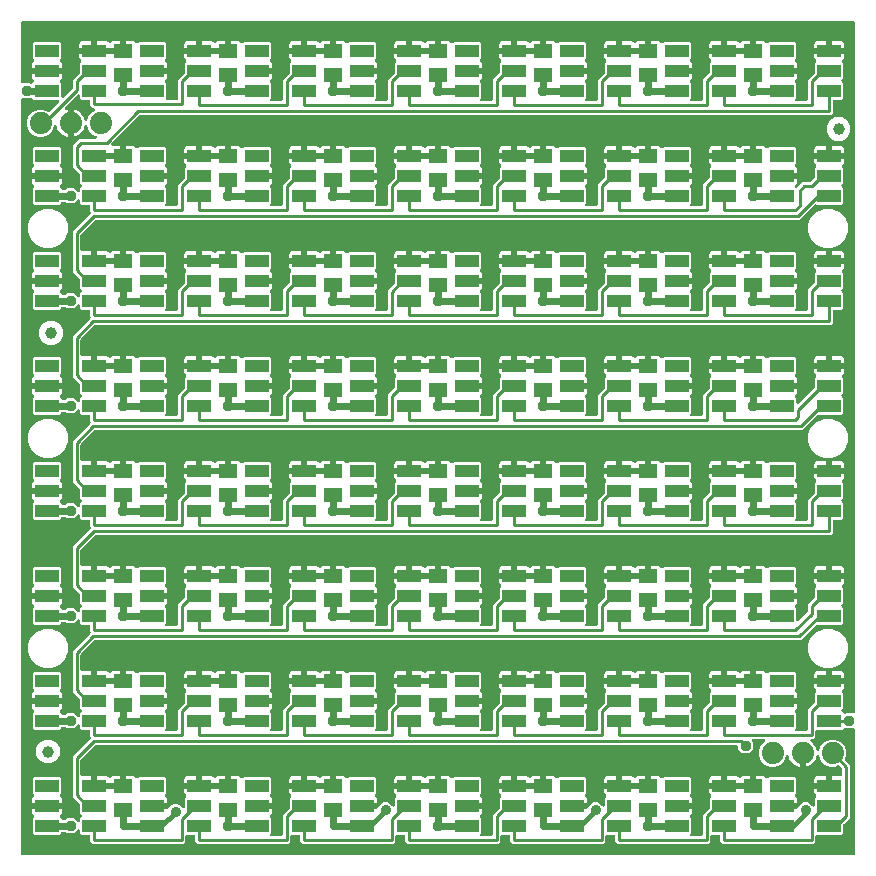
<source format=gbr>
G04 EAGLE Gerber RS-274X export*
G75*
%MOMM*%
%FSLAX34Y34*%
%LPD*%
%INTop Copper*%
%IPPOS*%
%AMOC8*
5,1,8,0,0,1.08239X$1,22.5*%
G01*
%ADD10R,2.000000X1.100000*%
%ADD11R,1.600000X1.300000*%
%ADD12C,1.879600*%
%ADD13C,1.000000*%
%ADD14P,0.981078X8X22.500000*%
%ADD15C,0.609600*%
%ADD16C,0.406400*%
%ADD17C,0.906400*%
%ADD18C,0.254000*%
%ADD19C,1.270000*%

G36*
X-221624Y-248142D02*
X-221624Y-248142D01*
X-221505Y-248135D01*
X-221467Y-248122D01*
X-221426Y-248117D01*
X-221316Y-248074D01*
X-221203Y-248037D01*
X-221168Y-248015D01*
X-221131Y-248000D01*
X-221035Y-247931D01*
X-220934Y-247867D01*
X-220906Y-247837D01*
X-220873Y-247814D01*
X-220797Y-247722D01*
X-220716Y-247635D01*
X-220696Y-247600D01*
X-220671Y-247569D01*
X-220620Y-247461D01*
X-220562Y-247357D01*
X-220552Y-247317D01*
X-220535Y-247281D01*
X-220513Y-247164D01*
X-220483Y-247049D01*
X-220479Y-246989D01*
X-220475Y-246969D01*
X-220477Y-246948D01*
X-220473Y-246888D01*
X-220473Y-229772D01*
X-214654Y-223954D01*
X-214594Y-223875D01*
X-214526Y-223803D01*
X-214497Y-223750D01*
X-214460Y-223702D01*
X-214420Y-223611D01*
X-214372Y-223525D01*
X-214357Y-223466D01*
X-214333Y-223411D01*
X-214318Y-223313D01*
X-214293Y-223217D01*
X-214287Y-223117D01*
X-214283Y-223096D01*
X-214285Y-223084D01*
X-214283Y-223056D01*
X-214283Y-215908D01*
X-213298Y-214924D01*
X-213221Y-214824D01*
X-213139Y-214729D01*
X-213124Y-214699D01*
X-213103Y-214672D01*
X-213053Y-214557D01*
X-212997Y-214444D01*
X-212990Y-214411D01*
X-212977Y-214380D01*
X-212957Y-214256D01*
X-212931Y-214133D01*
X-212932Y-214100D01*
X-212927Y-214066D01*
X-212939Y-213941D01*
X-212944Y-213816D01*
X-212954Y-213783D01*
X-212957Y-213750D01*
X-212999Y-213631D01*
X-213036Y-213511D01*
X-213053Y-213482D01*
X-213064Y-213450D01*
X-213135Y-213346D01*
X-213200Y-213239D01*
X-213224Y-213215D01*
X-213243Y-213187D01*
X-213337Y-213104D01*
X-213427Y-213016D01*
X-213468Y-212989D01*
X-213481Y-212977D01*
X-213501Y-212967D01*
X-213561Y-212927D01*
X-213810Y-212783D01*
X-214283Y-212310D01*
X-214618Y-211731D01*
X-214791Y-211084D01*
X-214791Y-207789D01*
X-203520Y-207789D01*
X-203402Y-207774D01*
X-203283Y-207767D01*
X-203245Y-207754D01*
X-203205Y-207749D01*
X-203094Y-207705D01*
X-202981Y-207669D01*
X-202946Y-207647D01*
X-202909Y-207632D01*
X-202813Y-207562D01*
X-202712Y-207499D01*
X-202684Y-207469D01*
X-202652Y-207445D01*
X-202576Y-207354D01*
X-202494Y-207267D01*
X-202475Y-207232D01*
X-202449Y-207200D01*
X-202398Y-207093D01*
X-202341Y-206989D01*
X-202330Y-206949D01*
X-202313Y-206913D01*
X-202291Y-206796D01*
X-202261Y-206681D01*
X-202257Y-206620D01*
X-202253Y-206600D01*
X-202255Y-206580D01*
X-202251Y-206520D01*
X-202251Y-205249D01*
X-202249Y-205249D01*
X-202249Y-206520D01*
X-202234Y-206638D01*
X-202227Y-206757D01*
X-202214Y-206795D01*
X-202209Y-206835D01*
X-202165Y-206946D01*
X-202129Y-207059D01*
X-202107Y-207094D01*
X-202092Y-207131D01*
X-202022Y-207227D01*
X-201959Y-207328D01*
X-201929Y-207356D01*
X-201905Y-207388D01*
X-201814Y-207464D01*
X-201727Y-207546D01*
X-201692Y-207565D01*
X-201660Y-207591D01*
X-201553Y-207642D01*
X-201449Y-207699D01*
X-201409Y-207710D01*
X-201373Y-207727D01*
X-201256Y-207749D01*
X-201141Y-207779D01*
X-201080Y-207783D01*
X-201060Y-207787D01*
X-201040Y-207785D01*
X-200980Y-207789D01*
X-189547Y-207789D01*
X-189483Y-207877D01*
X-189419Y-207978D01*
X-189389Y-208006D01*
X-189366Y-208038D01*
X-189274Y-208114D01*
X-189187Y-208196D01*
X-189152Y-208215D01*
X-189121Y-208241D01*
X-189013Y-208292D01*
X-188909Y-208349D01*
X-188869Y-208360D01*
X-188833Y-208377D01*
X-188716Y-208399D01*
X-188601Y-208429D01*
X-188541Y-208433D01*
X-188521Y-208437D01*
X-188500Y-208435D01*
X-188440Y-208439D01*
X-179070Y-208439D01*
X-178952Y-208424D01*
X-178833Y-208417D01*
X-178795Y-208404D01*
X-178755Y-208399D01*
X-178644Y-208355D01*
X-178531Y-208319D01*
X-178496Y-208297D01*
X-178459Y-208282D01*
X-178363Y-208212D01*
X-178262Y-208149D01*
X-178234Y-208119D01*
X-178202Y-208095D01*
X-178126Y-208004D01*
X-178044Y-207917D01*
X-178025Y-207882D01*
X-177999Y-207850D01*
X-177948Y-207743D01*
X-177891Y-207639D01*
X-177880Y-207599D01*
X-177863Y-207563D01*
X-177841Y-207446D01*
X-177811Y-207331D01*
X-177807Y-207270D01*
X-177803Y-207250D01*
X-177805Y-207230D01*
X-177801Y-207170D01*
X-177801Y-205899D01*
X-176530Y-205899D01*
X-176412Y-205884D01*
X-176293Y-205877D01*
X-176255Y-205864D01*
X-176215Y-205859D01*
X-176104Y-205815D01*
X-175991Y-205779D01*
X-175956Y-205757D01*
X-175919Y-205742D01*
X-175823Y-205672D01*
X-175722Y-205609D01*
X-175694Y-205579D01*
X-175661Y-205555D01*
X-175586Y-205464D01*
X-175504Y-205377D01*
X-175484Y-205342D01*
X-175459Y-205310D01*
X-175408Y-205203D01*
X-175350Y-205099D01*
X-175340Y-205059D01*
X-175323Y-205023D01*
X-175301Y-204906D01*
X-175271Y-204791D01*
X-175267Y-204730D01*
X-175263Y-204710D01*
X-175265Y-204690D01*
X-175261Y-204630D01*
X-175261Y-196859D01*
X-169466Y-196859D01*
X-168819Y-197032D01*
X-168240Y-197367D01*
X-167767Y-197840D01*
X-167387Y-198498D01*
X-167370Y-198545D01*
X-167355Y-198567D01*
X-167345Y-198592D01*
X-167266Y-198698D01*
X-167192Y-198808D01*
X-167171Y-198826D01*
X-167155Y-198847D01*
X-167053Y-198931D01*
X-166953Y-199019D01*
X-166929Y-199031D01*
X-166908Y-199048D01*
X-166788Y-199103D01*
X-166670Y-199163D01*
X-166644Y-199169D01*
X-166619Y-199180D01*
X-166489Y-199204D01*
X-166360Y-199233D01*
X-166333Y-199232D01*
X-166306Y-199237D01*
X-166174Y-199227D01*
X-166042Y-199223D01*
X-166016Y-199216D01*
X-165989Y-199214D01*
X-165863Y-199172D01*
X-165736Y-199135D01*
X-165713Y-199121D01*
X-165688Y-199113D01*
X-165576Y-199040D01*
X-165462Y-198973D01*
X-165434Y-198948D01*
X-165421Y-198940D01*
X-165406Y-198923D01*
X-165341Y-198867D01*
X-164192Y-197717D01*
X-142508Y-197717D01*
X-141317Y-198908D01*
X-141317Y-211592D01*
X-142302Y-212576D01*
X-142379Y-212676D01*
X-142461Y-212771D01*
X-142476Y-212801D01*
X-142497Y-212828D01*
X-142547Y-212943D01*
X-142603Y-213056D01*
X-142610Y-213089D01*
X-142623Y-213120D01*
X-142643Y-213244D01*
X-142669Y-213367D01*
X-142668Y-213400D01*
X-142673Y-213434D01*
X-142661Y-213559D01*
X-142656Y-213684D01*
X-142646Y-213717D01*
X-142643Y-213750D01*
X-142601Y-213869D01*
X-142564Y-213989D01*
X-142547Y-214018D01*
X-142536Y-214050D01*
X-142465Y-214154D01*
X-142400Y-214261D01*
X-142376Y-214285D01*
X-142357Y-214313D01*
X-142263Y-214396D01*
X-142173Y-214484D01*
X-142132Y-214511D01*
X-142119Y-214523D01*
X-142099Y-214533D01*
X-142039Y-214573D01*
X-141790Y-214717D01*
X-141317Y-215190D01*
X-140982Y-215769D01*
X-140809Y-216416D01*
X-140809Y-219711D01*
X-152080Y-219711D01*
X-152198Y-219726D01*
X-152317Y-219733D01*
X-152355Y-219746D01*
X-152395Y-219751D01*
X-152506Y-219794D01*
X-152619Y-219831D01*
X-152654Y-219853D01*
X-152691Y-219868D01*
X-152787Y-219938D01*
X-152888Y-220001D01*
X-152916Y-220031D01*
X-152948Y-220055D01*
X-153024Y-220146D01*
X-153106Y-220233D01*
X-153125Y-220268D01*
X-153151Y-220299D01*
X-153202Y-220407D01*
X-153259Y-220511D01*
X-153270Y-220551D01*
X-153287Y-220587D01*
X-153309Y-220704D01*
X-153339Y-220819D01*
X-153343Y-220880D01*
X-153347Y-220900D01*
X-153345Y-220920D01*
X-153349Y-220980D01*
X-153349Y-223520D01*
X-153334Y-223638D01*
X-153327Y-223757D01*
X-153314Y-223795D01*
X-153309Y-223835D01*
X-153265Y-223946D01*
X-153229Y-224059D01*
X-153207Y-224094D01*
X-153192Y-224131D01*
X-153122Y-224227D01*
X-153059Y-224328D01*
X-153029Y-224356D01*
X-153005Y-224388D01*
X-152914Y-224464D01*
X-152827Y-224546D01*
X-152792Y-224565D01*
X-152760Y-224591D01*
X-152653Y-224642D01*
X-152549Y-224699D01*
X-152509Y-224710D01*
X-152473Y-224727D01*
X-152356Y-224749D01*
X-152241Y-224779D01*
X-152180Y-224783D01*
X-152160Y-224787D01*
X-152140Y-224785D01*
X-152080Y-224789D01*
X-140809Y-224789D01*
X-140809Y-228084D01*
X-140982Y-228731D01*
X-141317Y-229310D01*
X-141790Y-229783D01*
X-142039Y-229927D01*
X-142139Y-230003D01*
X-142243Y-230073D01*
X-142265Y-230099D01*
X-142292Y-230119D01*
X-142370Y-230218D01*
X-142454Y-230312D01*
X-142469Y-230342D01*
X-142490Y-230368D01*
X-142541Y-230483D01*
X-142598Y-230595D01*
X-142606Y-230628D01*
X-142619Y-230659D01*
X-142640Y-230783D01*
X-142668Y-230905D01*
X-142667Y-230939D01*
X-142672Y-230972D01*
X-142662Y-231098D01*
X-142658Y-231223D01*
X-142649Y-231256D01*
X-142646Y-231289D01*
X-142605Y-231408D01*
X-142570Y-231529D01*
X-142553Y-231558D01*
X-142542Y-231590D01*
X-142472Y-231694D01*
X-142408Y-231803D01*
X-142376Y-231839D01*
X-142366Y-231855D01*
X-142350Y-231869D01*
X-142302Y-231924D01*
X-141317Y-232908D01*
X-141317Y-245592D01*
X-141716Y-245991D01*
X-141801Y-246100D01*
X-141890Y-246207D01*
X-141898Y-246226D01*
X-141911Y-246242D01*
X-141966Y-246370D01*
X-142025Y-246495D01*
X-142029Y-246515D01*
X-142037Y-246534D01*
X-142059Y-246672D01*
X-142085Y-246808D01*
X-142084Y-246828D01*
X-142087Y-246848D01*
X-142074Y-246987D01*
X-142065Y-247125D01*
X-142059Y-247144D01*
X-142057Y-247164D01*
X-142010Y-247295D01*
X-141967Y-247427D01*
X-141956Y-247445D01*
X-141950Y-247464D01*
X-141872Y-247578D01*
X-141797Y-247696D01*
X-141782Y-247710D01*
X-141771Y-247727D01*
X-141667Y-247819D01*
X-141565Y-247914D01*
X-141548Y-247924D01*
X-141533Y-247937D01*
X-141409Y-248000D01*
X-141287Y-248068D01*
X-141267Y-248073D01*
X-141249Y-248082D01*
X-141113Y-248112D01*
X-140979Y-248147D01*
X-140951Y-248149D01*
X-140939Y-248152D01*
X-140919Y-248151D01*
X-140818Y-248157D01*
X-132842Y-248157D01*
X-132724Y-248142D01*
X-132605Y-248135D01*
X-132567Y-248122D01*
X-132526Y-248117D01*
X-132416Y-248074D01*
X-132303Y-248037D01*
X-132268Y-248015D01*
X-132231Y-248000D01*
X-132135Y-247931D01*
X-132034Y-247867D01*
X-132006Y-247837D01*
X-131973Y-247814D01*
X-131897Y-247722D01*
X-131816Y-247635D01*
X-131796Y-247600D01*
X-131771Y-247569D01*
X-131720Y-247461D01*
X-131662Y-247357D01*
X-131652Y-247317D01*
X-131635Y-247281D01*
X-131613Y-247164D01*
X-131583Y-247049D01*
X-131579Y-246989D01*
X-131575Y-246969D01*
X-131577Y-246948D01*
X-131573Y-246888D01*
X-131573Y-229772D01*
X-125754Y-223954D01*
X-125694Y-223875D01*
X-125626Y-223803D01*
X-125597Y-223750D01*
X-125560Y-223702D01*
X-125520Y-223611D01*
X-125472Y-223525D01*
X-125457Y-223466D01*
X-125433Y-223411D01*
X-125418Y-223313D01*
X-125393Y-223217D01*
X-125387Y-223117D01*
X-125383Y-223096D01*
X-125385Y-223084D01*
X-125383Y-223056D01*
X-125383Y-215908D01*
X-124398Y-214924D01*
X-124321Y-214824D01*
X-124239Y-214729D01*
X-124224Y-214699D01*
X-124203Y-214672D01*
X-124153Y-214557D01*
X-124097Y-214444D01*
X-124090Y-214411D01*
X-124077Y-214380D01*
X-124057Y-214256D01*
X-124031Y-214133D01*
X-124032Y-214100D01*
X-124027Y-214066D01*
X-124039Y-213941D01*
X-124044Y-213816D01*
X-124054Y-213783D01*
X-124057Y-213750D01*
X-124099Y-213631D01*
X-124136Y-213511D01*
X-124153Y-213482D01*
X-124164Y-213450D01*
X-124235Y-213346D01*
X-124300Y-213239D01*
X-124324Y-213215D01*
X-124343Y-213187D01*
X-124437Y-213104D01*
X-124527Y-213016D01*
X-124568Y-212989D01*
X-124581Y-212977D01*
X-124601Y-212967D01*
X-124661Y-212927D01*
X-124910Y-212783D01*
X-125383Y-212310D01*
X-125718Y-211731D01*
X-125891Y-211084D01*
X-125891Y-207789D01*
X-114620Y-207789D01*
X-114502Y-207774D01*
X-114383Y-207767D01*
X-114345Y-207754D01*
X-114305Y-207749D01*
X-114194Y-207705D01*
X-114081Y-207669D01*
X-114046Y-207647D01*
X-114009Y-207632D01*
X-113913Y-207562D01*
X-113812Y-207499D01*
X-113784Y-207469D01*
X-113752Y-207445D01*
X-113676Y-207354D01*
X-113594Y-207267D01*
X-113575Y-207232D01*
X-113549Y-207200D01*
X-113498Y-207093D01*
X-113441Y-206989D01*
X-113430Y-206949D01*
X-113413Y-206913D01*
X-113391Y-206796D01*
X-113361Y-206681D01*
X-113357Y-206620D01*
X-113353Y-206600D01*
X-113355Y-206580D01*
X-113351Y-206520D01*
X-113351Y-205249D01*
X-113349Y-205249D01*
X-113349Y-206520D01*
X-113334Y-206638D01*
X-113327Y-206757D01*
X-113314Y-206795D01*
X-113309Y-206835D01*
X-113265Y-206946D01*
X-113229Y-207059D01*
X-113207Y-207094D01*
X-113192Y-207131D01*
X-113122Y-207227D01*
X-113059Y-207328D01*
X-113029Y-207356D01*
X-113005Y-207388D01*
X-112914Y-207464D01*
X-112827Y-207546D01*
X-112792Y-207565D01*
X-112760Y-207591D01*
X-112653Y-207642D01*
X-112549Y-207699D01*
X-112509Y-207710D01*
X-112473Y-207727D01*
X-112356Y-207749D01*
X-112241Y-207779D01*
X-112180Y-207783D01*
X-112160Y-207787D01*
X-112140Y-207785D01*
X-112080Y-207789D01*
X-100647Y-207789D01*
X-100583Y-207877D01*
X-100519Y-207978D01*
X-100489Y-208006D01*
X-100466Y-208038D01*
X-100374Y-208114D01*
X-100287Y-208196D01*
X-100252Y-208215D01*
X-100221Y-208241D01*
X-100113Y-208292D01*
X-100009Y-208349D01*
X-99969Y-208360D01*
X-99933Y-208377D01*
X-99816Y-208399D01*
X-99701Y-208429D01*
X-99641Y-208433D01*
X-99621Y-208437D01*
X-99600Y-208435D01*
X-99540Y-208439D01*
X-90170Y-208439D01*
X-90052Y-208424D01*
X-89933Y-208417D01*
X-89895Y-208404D01*
X-89855Y-208399D01*
X-89744Y-208355D01*
X-89631Y-208319D01*
X-89596Y-208297D01*
X-89559Y-208282D01*
X-89463Y-208212D01*
X-89362Y-208149D01*
X-89334Y-208119D01*
X-89302Y-208095D01*
X-89226Y-208004D01*
X-89144Y-207917D01*
X-89125Y-207882D01*
X-89099Y-207850D01*
X-89048Y-207743D01*
X-88991Y-207639D01*
X-88980Y-207599D01*
X-88963Y-207563D01*
X-88941Y-207446D01*
X-88911Y-207331D01*
X-88907Y-207270D01*
X-88903Y-207250D01*
X-88905Y-207230D01*
X-88901Y-207170D01*
X-88901Y-205899D01*
X-87630Y-205899D01*
X-87512Y-205884D01*
X-87393Y-205877D01*
X-87355Y-205864D01*
X-87315Y-205859D01*
X-87204Y-205815D01*
X-87091Y-205779D01*
X-87056Y-205757D01*
X-87019Y-205742D01*
X-86923Y-205672D01*
X-86822Y-205609D01*
X-86794Y-205579D01*
X-86761Y-205555D01*
X-86686Y-205464D01*
X-86604Y-205377D01*
X-86584Y-205342D01*
X-86559Y-205310D01*
X-86508Y-205203D01*
X-86450Y-205099D01*
X-86440Y-205059D01*
X-86423Y-205023D01*
X-86401Y-204906D01*
X-86371Y-204791D01*
X-86367Y-204730D01*
X-86363Y-204710D01*
X-86365Y-204690D01*
X-86361Y-204630D01*
X-86361Y-196859D01*
X-80566Y-196859D01*
X-79919Y-197032D01*
X-79340Y-197367D01*
X-78867Y-197840D01*
X-78487Y-198498D01*
X-78470Y-198545D01*
X-78455Y-198567D01*
X-78445Y-198592D01*
X-78366Y-198698D01*
X-78292Y-198808D01*
X-78271Y-198826D01*
X-78255Y-198847D01*
X-78153Y-198931D01*
X-78053Y-199019D01*
X-78029Y-199031D01*
X-78008Y-199048D01*
X-77888Y-199103D01*
X-77770Y-199163D01*
X-77744Y-199169D01*
X-77719Y-199180D01*
X-77589Y-199204D01*
X-77460Y-199233D01*
X-77433Y-199232D01*
X-77406Y-199237D01*
X-77274Y-199227D01*
X-77142Y-199223D01*
X-77116Y-199216D01*
X-77089Y-199214D01*
X-76963Y-199172D01*
X-76836Y-199135D01*
X-76813Y-199121D01*
X-76788Y-199113D01*
X-76676Y-199040D01*
X-76562Y-198973D01*
X-76534Y-198948D01*
X-76521Y-198940D01*
X-76506Y-198923D01*
X-76441Y-198867D01*
X-75292Y-197717D01*
X-53608Y-197717D01*
X-52417Y-198908D01*
X-52417Y-211592D01*
X-53402Y-212576D01*
X-53479Y-212676D01*
X-53561Y-212771D01*
X-53576Y-212801D01*
X-53597Y-212828D01*
X-53647Y-212943D01*
X-53703Y-213056D01*
X-53710Y-213089D01*
X-53723Y-213120D01*
X-53743Y-213244D01*
X-53769Y-213367D01*
X-53768Y-213400D01*
X-53773Y-213434D01*
X-53761Y-213559D01*
X-53756Y-213684D01*
X-53746Y-213717D01*
X-53743Y-213750D01*
X-53701Y-213869D01*
X-53664Y-213989D01*
X-53647Y-214018D01*
X-53636Y-214050D01*
X-53565Y-214154D01*
X-53500Y-214261D01*
X-53476Y-214285D01*
X-53457Y-214313D01*
X-53363Y-214396D01*
X-53273Y-214484D01*
X-53232Y-214511D01*
X-53219Y-214523D01*
X-53199Y-214533D01*
X-53139Y-214573D01*
X-52890Y-214717D01*
X-52417Y-215190D01*
X-52082Y-215769D01*
X-51909Y-216416D01*
X-51909Y-219711D01*
X-63180Y-219711D01*
X-63298Y-219726D01*
X-63417Y-219733D01*
X-63455Y-219746D01*
X-63495Y-219751D01*
X-63606Y-219794D01*
X-63719Y-219831D01*
X-63754Y-219853D01*
X-63791Y-219868D01*
X-63887Y-219938D01*
X-63988Y-220001D01*
X-64016Y-220031D01*
X-64048Y-220055D01*
X-64124Y-220146D01*
X-64206Y-220233D01*
X-64225Y-220268D01*
X-64251Y-220299D01*
X-64302Y-220407D01*
X-64359Y-220511D01*
X-64370Y-220551D01*
X-64387Y-220587D01*
X-64409Y-220704D01*
X-64439Y-220819D01*
X-64443Y-220880D01*
X-64447Y-220900D01*
X-64445Y-220920D01*
X-64449Y-220980D01*
X-64449Y-223520D01*
X-64434Y-223638D01*
X-64427Y-223757D01*
X-64414Y-223795D01*
X-64409Y-223835D01*
X-64365Y-223946D01*
X-64329Y-224059D01*
X-64307Y-224094D01*
X-64292Y-224131D01*
X-64222Y-224227D01*
X-64159Y-224328D01*
X-64129Y-224356D01*
X-64105Y-224388D01*
X-64014Y-224464D01*
X-63927Y-224546D01*
X-63892Y-224565D01*
X-63860Y-224591D01*
X-63753Y-224642D01*
X-63649Y-224699D01*
X-63609Y-224710D01*
X-63573Y-224727D01*
X-63456Y-224749D01*
X-63341Y-224779D01*
X-63280Y-224783D01*
X-63260Y-224787D01*
X-63240Y-224785D01*
X-63180Y-224789D01*
X-51909Y-224789D01*
X-51909Y-228084D01*
X-52082Y-228731D01*
X-52417Y-229310D01*
X-52890Y-229783D01*
X-53139Y-229927D01*
X-53239Y-230003D01*
X-53343Y-230073D01*
X-53365Y-230099D01*
X-53392Y-230119D01*
X-53470Y-230218D01*
X-53554Y-230312D01*
X-53569Y-230342D01*
X-53590Y-230368D01*
X-53641Y-230483D01*
X-53698Y-230595D01*
X-53706Y-230628D01*
X-53719Y-230659D01*
X-53740Y-230783D01*
X-53768Y-230905D01*
X-53767Y-230939D01*
X-53772Y-230972D01*
X-53762Y-231098D01*
X-53758Y-231223D01*
X-53749Y-231256D01*
X-53746Y-231289D01*
X-53705Y-231408D01*
X-53670Y-231529D01*
X-53653Y-231558D01*
X-53642Y-231590D01*
X-53572Y-231694D01*
X-53508Y-231803D01*
X-53476Y-231839D01*
X-53466Y-231855D01*
X-53450Y-231869D01*
X-53402Y-231924D01*
X-52417Y-232908D01*
X-52417Y-245592D01*
X-52816Y-245991D01*
X-52901Y-246100D01*
X-52990Y-246207D01*
X-52998Y-246226D01*
X-53011Y-246242D01*
X-53066Y-246370D01*
X-53125Y-246495D01*
X-53129Y-246515D01*
X-53137Y-246534D01*
X-53159Y-246672D01*
X-53185Y-246808D01*
X-53184Y-246828D01*
X-53187Y-246848D01*
X-53174Y-246987D01*
X-53165Y-247125D01*
X-53159Y-247144D01*
X-53157Y-247164D01*
X-53110Y-247295D01*
X-53067Y-247427D01*
X-53056Y-247445D01*
X-53050Y-247464D01*
X-52972Y-247578D01*
X-52897Y-247696D01*
X-52882Y-247710D01*
X-52871Y-247727D01*
X-52767Y-247819D01*
X-52665Y-247914D01*
X-52648Y-247924D01*
X-52633Y-247937D01*
X-52509Y-248000D01*
X-52387Y-248068D01*
X-52367Y-248073D01*
X-52349Y-248082D01*
X-52213Y-248112D01*
X-52079Y-248147D01*
X-52051Y-248149D01*
X-52039Y-248152D01*
X-52019Y-248151D01*
X-51918Y-248157D01*
X-43942Y-248157D01*
X-43824Y-248142D01*
X-43705Y-248135D01*
X-43667Y-248122D01*
X-43626Y-248117D01*
X-43516Y-248074D01*
X-43403Y-248037D01*
X-43368Y-248015D01*
X-43331Y-248000D01*
X-43235Y-247931D01*
X-43134Y-247867D01*
X-43106Y-247837D01*
X-43073Y-247814D01*
X-42997Y-247722D01*
X-42916Y-247635D01*
X-42896Y-247600D01*
X-42871Y-247569D01*
X-42820Y-247461D01*
X-42762Y-247357D01*
X-42752Y-247317D01*
X-42735Y-247281D01*
X-42713Y-247164D01*
X-42683Y-247049D01*
X-42679Y-246989D01*
X-42675Y-246969D01*
X-42677Y-246948D01*
X-42673Y-246888D01*
X-42673Y-229772D01*
X-36854Y-223954D01*
X-36794Y-223875D01*
X-36726Y-223803D01*
X-36697Y-223750D01*
X-36660Y-223702D01*
X-36620Y-223611D01*
X-36572Y-223525D01*
X-36557Y-223466D01*
X-36533Y-223411D01*
X-36518Y-223313D01*
X-36493Y-223217D01*
X-36487Y-223117D01*
X-36483Y-223096D01*
X-36485Y-223084D01*
X-36483Y-223056D01*
X-36483Y-215908D01*
X-35498Y-214924D01*
X-35421Y-214824D01*
X-35339Y-214729D01*
X-35324Y-214699D01*
X-35303Y-214672D01*
X-35253Y-214557D01*
X-35197Y-214444D01*
X-35190Y-214411D01*
X-35177Y-214380D01*
X-35157Y-214256D01*
X-35131Y-214133D01*
X-35132Y-214100D01*
X-35127Y-214066D01*
X-35139Y-213941D01*
X-35144Y-213816D01*
X-35154Y-213783D01*
X-35157Y-213750D01*
X-35199Y-213631D01*
X-35236Y-213511D01*
X-35253Y-213482D01*
X-35264Y-213450D01*
X-35335Y-213346D01*
X-35400Y-213239D01*
X-35424Y-213215D01*
X-35443Y-213187D01*
X-35537Y-213104D01*
X-35627Y-213016D01*
X-35668Y-212989D01*
X-35681Y-212977D01*
X-35701Y-212967D01*
X-35761Y-212927D01*
X-36010Y-212783D01*
X-36483Y-212310D01*
X-36818Y-211731D01*
X-36991Y-211084D01*
X-36991Y-207789D01*
X-25720Y-207789D01*
X-25602Y-207774D01*
X-25483Y-207767D01*
X-25445Y-207754D01*
X-25405Y-207749D01*
X-25294Y-207705D01*
X-25181Y-207669D01*
X-25146Y-207647D01*
X-25109Y-207632D01*
X-25013Y-207562D01*
X-24912Y-207499D01*
X-24884Y-207469D01*
X-24852Y-207445D01*
X-24776Y-207354D01*
X-24694Y-207267D01*
X-24675Y-207232D01*
X-24649Y-207200D01*
X-24598Y-207093D01*
X-24541Y-206989D01*
X-24530Y-206949D01*
X-24513Y-206913D01*
X-24491Y-206796D01*
X-24461Y-206681D01*
X-24457Y-206620D01*
X-24453Y-206600D01*
X-24455Y-206580D01*
X-24451Y-206520D01*
X-24451Y-205249D01*
X-24449Y-205249D01*
X-24449Y-206520D01*
X-24434Y-206638D01*
X-24427Y-206757D01*
X-24414Y-206795D01*
X-24409Y-206835D01*
X-24365Y-206946D01*
X-24329Y-207059D01*
X-24307Y-207094D01*
X-24292Y-207131D01*
X-24222Y-207227D01*
X-24159Y-207328D01*
X-24129Y-207356D01*
X-24105Y-207388D01*
X-24014Y-207464D01*
X-23927Y-207546D01*
X-23892Y-207565D01*
X-23860Y-207591D01*
X-23753Y-207642D01*
X-23649Y-207699D01*
X-23609Y-207710D01*
X-23573Y-207727D01*
X-23456Y-207749D01*
X-23341Y-207779D01*
X-23280Y-207783D01*
X-23260Y-207787D01*
X-23240Y-207785D01*
X-23180Y-207789D01*
X-11747Y-207789D01*
X-11683Y-207877D01*
X-11619Y-207978D01*
X-11589Y-208006D01*
X-11566Y-208038D01*
X-11474Y-208114D01*
X-11387Y-208196D01*
X-11352Y-208215D01*
X-11321Y-208241D01*
X-11213Y-208292D01*
X-11109Y-208349D01*
X-11069Y-208360D01*
X-11033Y-208377D01*
X-10916Y-208399D01*
X-10801Y-208429D01*
X-10741Y-208433D01*
X-10721Y-208437D01*
X-10700Y-208435D01*
X-10640Y-208439D01*
X-1270Y-208439D01*
X-1152Y-208424D01*
X-1033Y-208417D01*
X-995Y-208404D01*
X-955Y-208399D01*
X-844Y-208355D01*
X-731Y-208319D01*
X-696Y-208297D01*
X-659Y-208282D01*
X-563Y-208212D01*
X-462Y-208149D01*
X-434Y-208119D01*
X-402Y-208095D01*
X-326Y-208004D01*
X-244Y-207917D01*
X-225Y-207882D01*
X-199Y-207850D01*
X-148Y-207743D01*
X-91Y-207639D01*
X-80Y-207599D01*
X-63Y-207563D01*
X-41Y-207446D01*
X-11Y-207331D01*
X-7Y-207270D01*
X-3Y-207250D01*
X-5Y-207230D01*
X-1Y-207170D01*
X-1Y-205899D01*
X1270Y-205899D01*
X1388Y-205884D01*
X1507Y-205877D01*
X1545Y-205864D01*
X1585Y-205859D01*
X1696Y-205815D01*
X1809Y-205779D01*
X1844Y-205757D01*
X1881Y-205742D01*
X1977Y-205672D01*
X2078Y-205609D01*
X2106Y-205579D01*
X2138Y-205555D01*
X2214Y-205464D01*
X2296Y-205377D01*
X2315Y-205342D01*
X2341Y-205310D01*
X2392Y-205203D01*
X2449Y-205099D01*
X2460Y-205059D01*
X2477Y-205023D01*
X2499Y-204906D01*
X2529Y-204791D01*
X2533Y-204730D01*
X2537Y-204710D01*
X2535Y-204690D01*
X2539Y-204630D01*
X2539Y-196859D01*
X8334Y-196859D01*
X8981Y-197032D01*
X9560Y-197367D01*
X10033Y-197840D01*
X10413Y-198498D01*
X10430Y-198545D01*
X10445Y-198567D01*
X10455Y-198592D01*
X10534Y-198698D01*
X10608Y-198808D01*
X10629Y-198826D01*
X10645Y-198847D01*
X10747Y-198931D01*
X10847Y-199019D01*
X10871Y-199031D01*
X10892Y-199048D01*
X11012Y-199103D01*
X11130Y-199163D01*
X11156Y-199169D01*
X11181Y-199180D01*
X11311Y-199204D01*
X11440Y-199233D01*
X11467Y-199232D01*
X11494Y-199237D01*
X11626Y-199227D01*
X11758Y-199223D01*
X11784Y-199216D01*
X11811Y-199214D01*
X11937Y-199172D01*
X12064Y-199135D01*
X12087Y-199121D01*
X12112Y-199113D01*
X12224Y-199040D01*
X12338Y-198973D01*
X12366Y-198948D01*
X12379Y-198940D01*
X12394Y-198923D01*
X12459Y-198867D01*
X13608Y-197717D01*
X35292Y-197717D01*
X36483Y-198908D01*
X36483Y-211592D01*
X35498Y-212576D01*
X35421Y-212676D01*
X35339Y-212771D01*
X35324Y-212801D01*
X35303Y-212828D01*
X35253Y-212943D01*
X35197Y-213056D01*
X35190Y-213089D01*
X35177Y-213120D01*
X35157Y-213244D01*
X35131Y-213367D01*
X35132Y-213400D01*
X35127Y-213434D01*
X35139Y-213559D01*
X35144Y-213684D01*
X35154Y-213717D01*
X35157Y-213750D01*
X35199Y-213869D01*
X35236Y-213989D01*
X35253Y-214018D01*
X35264Y-214050D01*
X35335Y-214154D01*
X35400Y-214261D01*
X35424Y-214285D01*
X35443Y-214313D01*
X35537Y-214396D01*
X35627Y-214484D01*
X35668Y-214511D01*
X35681Y-214523D01*
X35701Y-214533D01*
X35761Y-214573D01*
X36010Y-214717D01*
X36483Y-215190D01*
X36818Y-215769D01*
X36991Y-216416D01*
X36991Y-219711D01*
X25720Y-219711D01*
X25602Y-219726D01*
X25483Y-219733D01*
X25445Y-219746D01*
X25405Y-219751D01*
X25294Y-219794D01*
X25181Y-219831D01*
X25146Y-219853D01*
X25109Y-219868D01*
X25013Y-219938D01*
X24912Y-220001D01*
X24884Y-220031D01*
X24852Y-220055D01*
X24776Y-220146D01*
X24694Y-220233D01*
X24675Y-220268D01*
X24649Y-220299D01*
X24598Y-220407D01*
X24541Y-220511D01*
X24530Y-220551D01*
X24513Y-220587D01*
X24491Y-220704D01*
X24461Y-220819D01*
X24457Y-220880D01*
X24453Y-220900D01*
X24455Y-220920D01*
X24451Y-220980D01*
X24451Y-223520D01*
X24466Y-223638D01*
X24473Y-223757D01*
X24486Y-223795D01*
X24491Y-223835D01*
X24535Y-223946D01*
X24571Y-224059D01*
X24593Y-224094D01*
X24608Y-224131D01*
X24678Y-224227D01*
X24741Y-224328D01*
X24771Y-224356D01*
X24795Y-224388D01*
X24886Y-224464D01*
X24973Y-224546D01*
X25008Y-224565D01*
X25040Y-224591D01*
X25147Y-224642D01*
X25251Y-224699D01*
X25291Y-224710D01*
X25327Y-224727D01*
X25444Y-224749D01*
X25559Y-224779D01*
X25620Y-224783D01*
X25640Y-224787D01*
X25660Y-224785D01*
X25720Y-224789D01*
X36991Y-224789D01*
X36991Y-228084D01*
X36818Y-228731D01*
X36483Y-229310D01*
X36010Y-229783D01*
X35761Y-229927D01*
X35661Y-230003D01*
X35557Y-230073D01*
X35535Y-230099D01*
X35508Y-230119D01*
X35430Y-230218D01*
X35346Y-230312D01*
X35331Y-230342D01*
X35310Y-230368D01*
X35259Y-230483D01*
X35202Y-230595D01*
X35194Y-230628D01*
X35181Y-230659D01*
X35160Y-230783D01*
X35132Y-230905D01*
X35133Y-230939D01*
X35128Y-230972D01*
X35138Y-231098D01*
X35142Y-231223D01*
X35151Y-231256D01*
X35154Y-231289D01*
X35195Y-231408D01*
X35230Y-231529D01*
X35247Y-231558D01*
X35258Y-231590D01*
X35328Y-231694D01*
X35392Y-231803D01*
X35424Y-231839D01*
X35434Y-231855D01*
X35450Y-231869D01*
X35498Y-231924D01*
X36483Y-232908D01*
X36483Y-245592D01*
X36084Y-245991D01*
X35999Y-246100D01*
X35910Y-246207D01*
X35902Y-246226D01*
X35889Y-246242D01*
X35834Y-246370D01*
X35775Y-246495D01*
X35771Y-246515D01*
X35763Y-246534D01*
X35741Y-246672D01*
X35715Y-246808D01*
X35716Y-246828D01*
X35713Y-246848D01*
X35726Y-246987D01*
X35735Y-247125D01*
X35741Y-247144D01*
X35743Y-247164D01*
X35790Y-247295D01*
X35833Y-247427D01*
X35844Y-247445D01*
X35850Y-247464D01*
X35928Y-247578D01*
X36003Y-247696D01*
X36018Y-247710D01*
X36029Y-247727D01*
X36133Y-247819D01*
X36235Y-247914D01*
X36252Y-247924D01*
X36267Y-247937D01*
X36391Y-248000D01*
X36513Y-248068D01*
X36533Y-248073D01*
X36551Y-248082D01*
X36687Y-248112D01*
X36821Y-248147D01*
X36849Y-248149D01*
X36861Y-248152D01*
X36881Y-248151D01*
X36982Y-248157D01*
X44958Y-248157D01*
X45076Y-248142D01*
X45195Y-248135D01*
X45233Y-248122D01*
X45274Y-248117D01*
X45384Y-248074D01*
X45497Y-248037D01*
X45532Y-248015D01*
X45569Y-248000D01*
X45665Y-247931D01*
X45766Y-247867D01*
X45794Y-247837D01*
X45827Y-247814D01*
X45903Y-247722D01*
X45984Y-247635D01*
X46004Y-247600D01*
X46029Y-247569D01*
X46080Y-247461D01*
X46138Y-247357D01*
X46148Y-247317D01*
X46165Y-247281D01*
X46187Y-247164D01*
X46217Y-247049D01*
X46221Y-246989D01*
X46225Y-246969D01*
X46223Y-246948D01*
X46227Y-246888D01*
X46227Y-229772D01*
X52046Y-223954D01*
X52106Y-223875D01*
X52174Y-223803D01*
X52203Y-223750D01*
X52240Y-223702D01*
X52280Y-223611D01*
X52328Y-223525D01*
X52343Y-223466D01*
X52367Y-223411D01*
X52382Y-223313D01*
X52407Y-223217D01*
X52413Y-223117D01*
X52417Y-223096D01*
X52415Y-223084D01*
X52417Y-223056D01*
X52417Y-215908D01*
X53402Y-214924D01*
X53479Y-214824D01*
X53561Y-214729D01*
X53576Y-214699D01*
X53597Y-214672D01*
X53647Y-214557D01*
X53703Y-214444D01*
X53710Y-214411D01*
X53723Y-214380D01*
X53743Y-214256D01*
X53769Y-214133D01*
X53768Y-214100D01*
X53773Y-214066D01*
X53761Y-213941D01*
X53756Y-213816D01*
X53746Y-213783D01*
X53743Y-213750D01*
X53701Y-213631D01*
X53664Y-213511D01*
X53647Y-213482D01*
X53636Y-213450D01*
X53565Y-213346D01*
X53500Y-213239D01*
X53476Y-213215D01*
X53457Y-213187D01*
X53363Y-213104D01*
X53273Y-213016D01*
X53232Y-212989D01*
X53219Y-212977D01*
X53199Y-212967D01*
X53139Y-212927D01*
X52890Y-212783D01*
X52417Y-212310D01*
X52082Y-211731D01*
X51909Y-211084D01*
X51909Y-207789D01*
X63180Y-207789D01*
X63298Y-207774D01*
X63417Y-207767D01*
X63455Y-207754D01*
X63495Y-207749D01*
X63606Y-207705D01*
X63719Y-207669D01*
X63754Y-207647D01*
X63791Y-207632D01*
X63887Y-207562D01*
X63988Y-207499D01*
X64016Y-207469D01*
X64048Y-207445D01*
X64124Y-207354D01*
X64206Y-207267D01*
X64225Y-207232D01*
X64251Y-207200D01*
X64302Y-207093D01*
X64359Y-206989D01*
X64370Y-206949D01*
X64387Y-206913D01*
X64409Y-206796D01*
X64439Y-206681D01*
X64443Y-206620D01*
X64447Y-206600D01*
X64445Y-206580D01*
X64449Y-206520D01*
X64449Y-205249D01*
X64451Y-205249D01*
X64451Y-206520D01*
X64466Y-206638D01*
X64473Y-206757D01*
X64486Y-206795D01*
X64491Y-206835D01*
X64535Y-206946D01*
X64571Y-207059D01*
X64593Y-207094D01*
X64608Y-207131D01*
X64678Y-207227D01*
X64741Y-207328D01*
X64771Y-207356D01*
X64795Y-207388D01*
X64886Y-207464D01*
X64973Y-207546D01*
X65008Y-207565D01*
X65040Y-207591D01*
X65147Y-207642D01*
X65251Y-207699D01*
X65291Y-207710D01*
X65327Y-207727D01*
X65444Y-207749D01*
X65559Y-207779D01*
X65620Y-207783D01*
X65640Y-207787D01*
X65660Y-207785D01*
X65720Y-207789D01*
X77153Y-207789D01*
X77217Y-207877D01*
X77281Y-207978D01*
X77311Y-208006D01*
X77334Y-208038D01*
X77426Y-208114D01*
X77513Y-208196D01*
X77548Y-208215D01*
X77579Y-208241D01*
X77687Y-208292D01*
X77791Y-208349D01*
X77831Y-208360D01*
X77867Y-208377D01*
X77984Y-208399D01*
X78099Y-208429D01*
X78159Y-208433D01*
X78179Y-208437D01*
X78200Y-208435D01*
X78260Y-208439D01*
X87630Y-208439D01*
X87748Y-208424D01*
X87867Y-208417D01*
X87905Y-208404D01*
X87945Y-208399D01*
X88056Y-208355D01*
X88169Y-208319D01*
X88204Y-208297D01*
X88241Y-208282D01*
X88337Y-208212D01*
X88438Y-208149D01*
X88466Y-208119D01*
X88498Y-208095D01*
X88574Y-208004D01*
X88656Y-207917D01*
X88675Y-207882D01*
X88701Y-207850D01*
X88752Y-207743D01*
X88809Y-207639D01*
X88820Y-207599D01*
X88837Y-207563D01*
X88859Y-207446D01*
X88889Y-207331D01*
X88893Y-207270D01*
X88897Y-207250D01*
X88895Y-207230D01*
X88899Y-207170D01*
X88899Y-205899D01*
X90170Y-205899D01*
X90288Y-205884D01*
X90407Y-205877D01*
X90445Y-205864D01*
X90485Y-205859D01*
X90596Y-205815D01*
X90709Y-205779D01*
X90744Y-205757D01*
X90781Y-205742D01*
X90877Y-205672D01*
X90978Y-205609D01*
X91006Y-205579D01*
X91038Y-205555D01*
X91114Y-205464D01*
X91196Y-205377D01*
X91215Y-205342D01*
X91241Y-205310D01*
X91292Y-205203D01*
X91349Y-205099D01*
X91360Y-205059D01*
X91377Y-205023D01*
X91399Y-204906D01*
X91429Y-204791D01*
X91433Y-204730D01*
X91437Y-204710D01*
X91435Y-204690D01*
X91439Y-204630D01*
X91439Y-196859D01*
X97234Y-196859D01*
X97881Y-197032D01*
X98460Y-197367D01*
X98933Y-197840D01*
X99313Y-198498D01*
X99330Y-198545D01*
X99345Y-198567D01*
X99355Y-198592D01*
X99434Y-198698D01*
X99508Y-198808D01*
X99529Y-198826D01*
X99545Y-198847D01*
X99647Y-198931D01*
X99747Y-199019D01*
X99771Y-199031D01*
X99792Y-199048D01*
X99912Y-199103D01*
X100030Y-199163D01*
X100056Y-199169D01*
X100081Y-199180D01*
X100211Y-199204D01*
X100340Y-199233D01*
X100367Y-199232D01*
X100394Y-199237D01*
X100526Y-199227D01*
X100658Y-199223D01*
X100684Y-199216D01*
X100711Y-199214D01*
X100837Y-199172D01*
X100964Y-199135D01*
X100987Y-199121D01*
X101012Y-199113D01*
X101124Y-199040D01*
X101238Y-198973D01*
X101266Y-198948D01*
X101279Y-198940D01*
X101294Y-198923D01*
X101359Y-198867D01*
X102508Y-197717D01*
X124192Y-197717D01*
X125383Y-198908D01*
X125383Y-211592D01*
X124398Y-212576D01*
X124321Y-212676D01*
X124239Y-212771D01*
X124224Y-212801D01*
X124203Y-212828D01*
X124153Y-212943D01*
X124097Y-213056D01*
X124090Y-213089D01*
X124077Y-213120D01*
X124057Y-213244D01*
X124031Y-213367D01*
X124032Y-213400D01*
X124027Y-213434D01*
X124039Y-213559D01*
X124044Y-213684D01*
X124054Y-213717D01*
X124057Y-213750D01*
X124099Y-213869D01*
X124136Y-213989D01*
X124153Y-214018D01*
X124164Y-214050D01*
X124235Y-214154D01*
X124300Y-214261D01*
X124324Y-214285D01*
X124343Y-214313D01*
X124437Y-214396D01*
X124527Y-214484D01*
X124568Y-214511D01*
X124581Y-214523D01*
X124601Y-214533D01*
X124661Y-214573D01*
X124910Y-214717D01*
X125383Y-215190D01*
X125718Y-215769D01*
X125891Y-216416D01*
X125891Y-219711D01*
X114620Y-219711D01*
X114502Y-219726D01*
X114383Y-219733D01*
X114345Y-219746D01*
X114305Y-219751D01*
X114194Y-219794D01*
X114081Y-219831D01*
X114046Y-219853D01*
X114009Y-219868D01*
X113913Y-219938D01*
X113812Y-220001D01*
X113784Y-220031D01*
X113752Y-220055D01*
X113676Y-220146D01*
X113594Y-220233D01*
X113575Y-220268D01*
X113549Y-220299D01*
X113498Y-220407D01*
X113441Y-220511D01*
X113430Y-220551D01*
X113413Y-220587D01*
X113391Y-220704D01*
X113361Y-220819D01*
X113357Y-220880D01*
X113353Y-220900D01*
X113355Y-220920D01*
X113351Y-220980D01*
X113351Y-223520D01*
X113366Y-223638D01*
X113373Y-223757D01*
X113386Y-223795D01*
X113391Y-223835D01*
X113435Y-223946D01*
X113471Y-224059D01*
X113493Y-224094D01*
X113508Y-224131D01*
X113578Y-224227D01*
X113641Y-224328D01*
X113671Y-224356D01*
X113695Y-224388D01*
X113786Y-224464D01*
X113873Y-224546D01*
X113908Y-224565D01*
X113940Y-224591D01*
X114047Y-224642D01*
X114151Y-224699D01*
X114191Y-224710D01*
X114227Y-224727D01*
X114344Y-224749D01*
X114459Y-224779D01*
X114520Y-224783D01*
X114540Y-224787D01*
X114560Y-224785D01*
X114620Y-224789D01*
X125891Y-224789D01*
X125891Y-228084D01*
X125718Y-228731D01*
X125383Y-229310D01*
X124910Y-229783D01*
X124661Y-229927D01*
X124561Y-230003D01*
X124457Y-230073D01*
X124435Y-230099D01*
X124408Y-230119D01*
X124330Y-230218D01*
X124246Y-230312D01*
X124231Y-230342D01*
X124210Y-230368D01*
X124159Y-230483D01*
X124102Y-230595D01*
X124094Y-230628D01*
X124081Y-230659D01*
X124060Y-230783D01*
X124032Y-230905D01*
X124033Y-230939D01*
X124028Y-230972D01*
X124038Y-231098D01*
X124042Y-231223D01*
X124051Y-231256D01*
X124054Y-231289D01*
X124095Y-231408D01*
X124130Y-231529D01*
X124147Y-231558D01*
X124158Y-231590D01*
X124228Y-231694D01*
X124292Y-231803D01*
X124324Y-231839D01*
X124334Y-231855D01*
X124350Y-231869D01*
X124398Y-231924D01*
X125383Y-232908D01*
X125383Y-245592D01*
X124984Y-245991D01*
X124899Y-246100D01*
X124810Y-246207D01*
X124802Y-246226D01*
X124789Y-246242D01*
X124734Y-246370D01*
X124675Y-246495D01*
X124671Y-246515D01*
X124663Y-246534D01*
X124641Y-246672D01*
X124615Y-246808D01*
X124616Y-246828D01*
X124613Y-246848D01*
X124626Y-246987D01*
X124635Y-247125D01*
X124641Y-247144D01*
X124643Y-247164D01*
X124690Y-247295D01*
X124733Y-247427D01*
X124744Y-247445D01*
X124750Y-247464D01*
X124828Y-247578D01*
X124903Y-247696D01*
X124918Y-247710D01*
X124929Y-247727D01*
X125033Y-247819D01*
X125135Y-247914D01*
X125152Y-247924D01*
X125167Y-247937D01*
X125291Y-248000D01*
X125413Y-248068D01*
X125433Y-248073D01*
X125451Y-248082D01*
X125587Y-248112D01*
X125721Y-248147D01*
X125749Y-248149D01*
X125761Y-248152D01*
X125781Y-248151D01*
X125882Y-248157D01*
X133858Y-248157D01*
X133976Y-248142D01*
X134095Y-248135D01*
X134133Y-248122D01*
X134174Y-248117D01*
X134284Y-248074D01*
X134397Y-248037D01*
X134432Y-248015D01*
X134469Y-248000D01*
X134565Y-247931D01*
X134666Y-247867D01*
X134694Y-247837D01*
X134727Y-247814D01*
X134803Y-247722D01*
X134884Y-247635D01*
X134904Y-247600D01*
X134929Y-247569D01*
X134980Y-247461D01*
X135038Y-247357D01*
X135048Y-247317D01*
X135065Y-247281D01*
X135087Y-247164D01*
X135117Y-247049D01*
X135121Y-246989D01*
X135125Y-246969D01*
X135123Y-246948D01*
X135127Y-246888D01*
X135127Y-229772D01*
X140946Y-223954D01*
X141006Y-223875D01*
X141074Y-223803D01*
X141103Y-223750D01*
X141140Y-223702D01*
X141180Y-223611D01*
X141228Y-223525D01*
X141243Y-223466D01*
X141267Y-223411D01*
X141282Y-223313D01*
X141307Y-223217D01*
X141313Y-223117D01*
X141317Y-223096D01*
X141315Y-223084D01*
X141317Y-223056D01*
X141317Y-215908D01*
X142302Y-214924D01*
X142379Y-214824D01*
X142461Y-214729D01*
X142476Y-214699D01*
X142497Y-214672D01*
X142547Y-214557D01*
X142603Y-214444D01*
X142610Y-214411D01*
X142623Y-214380D01*
X142643Y-214256D01*
X142669Y-214133D01*
X142668Y-214100D01*
X142673Y-214066D01*
X142661Y-213941D01*
X142656Y-213816D01*
X142646Y-213783D01*
X142643Y-213750D01*
X142601Y-213631D01*
X142564Y-213511D01*
X142547Y-213482D01*
X142536Y-213450D01*
X142465Y-213346D01*
X142400Y-213239D01*
X142376Y-213215D01*
X142357Y-213187D01*
X142263Y-213104D01*
X142173Y-213016D01*
X142132Y-212989D01*
X142119Y-212977D01*
X142099Y-212967D01*
X142039Y-212927D01*
X141790Y-212783D01*
X141317Y-212310D01*
X140982Y-211731D01*
X140809Y-211084D01*
X140809Y-207789D01*
X152080Y-207789D01*
X152198Y-207774D01*
X152317Y-207767D01*
X152355Y-207754D01*
X152395Y-207749D01*
X152506Y-207705D01*
X152619Y-207669D01*
X152654Y-207647D01*
X152691Y-207632D01*
X152787Y-207562D01*
X152888Y-207499D01*
X152916Y-207469D01*
X152948Y-207445D01*
X153024Y-207354D01*
X153106Y-207267D01*
X153125Y-207232D01*
X153151Y-207200D01*
X153202Y-207093D01*
X153259Y-206989D01*
X153270Y-206949D01*
X153287Y-206913D01*
X153309Y-206796D01*
X153339Y-206681D01*
X153343Y-206620D01*
X153347Y-206600D01*
X153345Y-206580D01*
X153349Y-206520D01*
X153349Y-205249D01*
X153351Y-205249D01*
X153351Y-206520D01*
X153366Y-206638D01*
X153373Y-206757D01*
X153386Y-206795D01*
X153391Y-206835D01*
X153435Y-206946D01*
X153471Y-207059D01*
X153493Y-207094D01*
X153508Y-207131D01*
X153578Y-207227D01*
X153641Y-207328D01*
X153671Y-207356D01*
X153695Y-207388D01*
X153786Y-207464D01*
X153873Y-207546D01*
X153908Y-207565D01*
X153940Y-207591D01*
X154047Y-207642D01*
X154151Y-207699D01*
X154191Y-207710D01*
X154227Y-207727D01*
X154344Y-207749D01*
X154459Y-207779D01*
X154520Y-207783D01*
X154540Y-207787D01*
X154560Y-207785D01*
X154620Y-207789D01*
X166053Y-207789D01*
X166117Y-207877D01*
X166181Y-207978D01*
X166211Y-208006D01*
X166234Y-208038D01*
X166326Y-208114D01*
X166413Y-208196D01*
X166448Y-208215D01*
X166479Y-208241D01*
X166587Y-208292D01*
X166691Y-208349D01*
X166731Y-208360D01*
X166767Y-208377D01*
X166884Y-208399D01*
X166999Y-208429D01*
X167059Y-208433D01*
X167079Y-208437D01*
X167100Y-208435D01*
X167160Y-208439D01*
X176530Y-208439D01*
X176648Y-208424D01*
X176767Y-208417D01*
X176805Y-208404D01*
X176845Y-208399D01*
X176956Y-208355D01*
X177069Y-208319D01*
X177104Y-208297D01*
X177141Y-208282D01*
X177237Y-208212D01*
X177338Y-208149D01*
X177366Y-208119D01*
X177398Y-208095D01*
X177474Y-208004D01*
X177556Y-207917D01*
X177575Y-207882D01*
X177601Y-207850D01*
X177652Y-207743D01*
X177709Y-207639D01*
X177720Y-207599D01*
X177737Y-207563D01*
X177759Y-207446D01*
X177789Y-207331D01*
X177793Y-207270D01*
X177797Y-207250D01*
X177795Y-207230D01*
X177799Y-207170D01*
X177799Y-205899D01*
X179070Y-205899D01*
X179188Y-205884D01*
X179307Y-205877D01*
X179345Y-205864D01*
X179385Y-205859D01*
X179496Y-205815D01*
X179609Y-205779D01*
X179644Y-205757D01*
X179681Y-205742D01*
X179777Y-205672D01*
X179878Y-205609D01*
X179906Y-205579D01*
X179938Y-205555D01*
X180014Y-205464D01*
X180096Y-205377D01*
X180115Y-205342D01*
X180141Y-205310D01*
X180192Y-205203D01*
X180249Y-205099D01*
X180260Y-205059D01*
X180277Y-205023D01*
X180299Y-204906D01*
X180329Y-204791D01*
X180333Y-204730D01*
X180337Y-204710D01*
X180335Y-204690D01*
X180339Y-204630D01*
X180339Y-196859D01*
X186134Y-196859D01*
X186781Y-197032D01*
X187360Y-197367D01*
X187833Y-197840D01*
X188213Y-198498D01*
X188230Y-198545D01*
X188245Y-198567D01*
X188255Y-198592D01*
X188334Y-198698D01*
X188408Y-198808D01*
X188429Y-198826D01*
X188445Y-198847D01*
X188547Y-198931D01*
X188647Y-199019D01*
X188671Y-199031D01*
X188692Y-199048D01*
X188812Y-199103D01*
X188930Y-199163D01*
X188956Y-199169D01*
X188981Y-199180D01*
X189111Y-199204D01*
X189240Y-199233D01*
X189267Y-199232D01*
X189294Y-199237D01*
X189426Y-199227D01*
X189558Y-199223D01*
X189584Y-199216D01*
X189611Y-199214D01*
X189737Y-199172D01*
X189864Y-199135D01*
X189887Y-199121D01*
X189912Y-199113D01*
X190024Y-199040D01*
X190138Y-198973D01*
X190166Y-198948D01*
X190179Y-198940D01*
X190194Y-198923D01*
X190259Y-198867D01*
X191408Y-197717D01*
X213092Y-197717D01*
X214283Y-198908D01*
X214283Y-211592D01*
X213298Y-212576D01*
X213221Y-212676D01*
X213139Y-212771D01*
X213124Y-212801D01*
X213103Y-212828D01*
X213053Y-212943D01*
X212997Y-213056D01*
X212990Y-213089D01*
X212977Y-213120D01*
X212957Y-213244D01*
X212931Y-213367D01*
X212932Y-213400D01*
X212927Y-213434D01*
X212939Y-213559D01*
X212944Y-213684D01*
X212954Y-213717D01*
X212957Y-213750D01*
X212999Y-213869D01*
X213036Y-213989D01*
X213053Y-214018D01*
X213064Y-214050D01*
X213135Y-214154D01*
X213200Y-214261D01*
X213224Y-214285D01*
X213243Y-214313D01*
X213337Y-214396D01*
X213427Y-214484D01*
X213468Y-214511D01*
X213481Y-214523D01*
X213501Y-214533D01*
X213561Y-214573D01*
X213810Y-214717D01*
X214283Y-215190D01*
X214618Y-215769D01*
X214791Y-216416D01*
X214791Y-219711D01*
X203520Y-219711D01*
X203402Y-219726D01*
X203283Y-219733D01*
X203245Y-219746D01*
X203205Y-219751D01*
X203094Y-219794D01*
X202981Y-219831D01*
X202946Y-219853D01*
X202909Y-219868D01*
X202813Y-219938D01*
X202712Y-220001D01*
X202684Y-220031D01*
X202652Y-220055D01*
X202576Y-220146D01*
X202494Y-220233D01*
X202475Y-220268D01*
X202449Y-220299D01*
X202398Y-220407D01*
X202341Y-220511D01*
X202330Y-220551D01*
X202313Y-220587D01*
X202291Y-220704D01*
X202261Y-220819D01*
X202257Y-220880D01*
X202253Y-220900D01*
X202255Y-220920D01*
X202251Y-220980D01*
X202251Y-223520D01*
X202266Y-223638D01*
X202273Y-223757D01*
X202286Y-223795D01*
X202291Y-223835D01*
X202335Y-223946D01*
X202371Y-224059D01*
X202393Y-224094D01*
X202408Y-224131D01*
X202478Y-224227D01*
X202541Y-224328D01*
X202571Y-224356D01*
X202595Y-224388D01*
X202686Y-224464D01*
X202773Y-224546D01*
X202808Y-224565D01*
X202840Y-224591D01*
X202947Y-224642D01*
X203051Y-224699D01*
X203091Y-224710D01*
X203127Y-224727D01*
X203244Y-224749D01*
X203359Y-224779D01*
X203420Y-224783D01*
X203440Y-224787D01*
X203460Y-224785D01*
X203520Y-224789D01*
X214791Y-224789D01*
X214791Y-228084D01*
X214618Y-228731D01*
X214283Y-229310D01*
X213810Y-229783D01*
X213561Y-229927D01*
X213461Y-230003D01*
X213357Y-230073D01*
X213335Y-230099D01*
X213308Y-230119D01*
X213230Y-230218D01*
X213146Y-230312D01*
X213131Y-230342D01*
X213110Y-230368D01*
X213059Y-230483D01*
X213002Y-230595D01*
X212994Y-230628D01*
X212981Y-230659D01*
X212960Y-230783D01*
X212932Y-230905D01*
X212933Y-230939D01*
X212928Y-230972D01*
X212938Y-231098D01*
X212942Y-231223D01*
X212951Y-231256D01*
X212954Y-231289D01*
X212995Y-231408D01*
X213030Y-231529D01*
X213047Y-231558D01*
X213058Y-231590D01*
X213128Y-231694D01*
X213192Y-231803D01*
X213224Y-231839D01*
X213234Y-231855D01*
X213250Y-231869D01*
X213298Y-231924D01*
X214283Y-232908D01*
X214283Y-245592D01*
X213884Y-245991D01*
X213799Y-246100D01*
X213710Y-246207D01*
X213702Y-246226D01*
X213689Y-246242D01*
X213634Y-246370D01*
X213575Y-246495D01*
X213571Y-246515D01*
X213563Y-246534D01*
X213541Y-246672D01*
X213515Y-246808D01*
X213516Y-246828D01*
X213513Y-246848D01*
X213526Y-246987D01*
X213535Y-247125D01*
X213541Y-247144D01*
X213543Y-247164D01*
X213590Y-247295D01*
X213633Y-247427D01*
X213644Y-247445D01*
X213650Y-247464D01*
X213728Y-247578D01*
X213803Y-247696D01*
X213818Y-247710D01*
X213829Y-247727D01*
X213933Y-247819D01*
X214035Y-247914D01*
X214052Y-247924D01*
X214067Y-247937D01*
X214191Y-248000D01*
X214313Y-248068D01*
X214333Y-248073D01*
X214351Y-248082D01*
X214487Y-248112D01*
X214621Y-248147D01*
X214649Y-248149D01*
X214661Y-248152D01*
X214681Y-248151D01*
X214782Y-248157D01*
X222758Y-248157D01*
X222876Y-248142D01*
X222995Y-248135D01*
X223033Y-248122D01*
X223074Y-248117D01*
X223184Y-248074D01*
X223297Y-248037D01*
X223332Y-248015D01*
X223369Y-248000D01*
X223465Y-247931D01*
X223566Y-247867D01*
X223594Y-247837D01*
X223627Y-247814D01*
X223703Y-247722D01*
X223784Y-247635D01*
X223804Y-247600D01*
X223829Y-247569D01*
X223880Y-247461D01*
X223938Y-247357D01*
X223948Y-247317D01*
X223965Y-247281D01*
X223987Y-247164D01*
X224017Y-247049D01*
X224021Y-246989D01*
X224025Y-246969D01*
X224023Y-246948D01*
X224027Y-246888D01*
X224027Y-229772D01*
X226333Y-227466D01*
X226334Y-227466D01*
X229846Y-223954D01*
X229906Y-223875D01*
X229974Y-223803D01*
X230003Y-223750D01*
X230040Y-223702D01*
X230080Y-223611D01*
X230128Y-223525D01*
X230143Y-223466D01*
X230167Y-223411D01*
X230182Y-223313D01*
X230207Y-223217D01*
X230213Y-223117D01*
X230217Y-223097D01*
X230215Y-223084D01*
X230217Y-223056D01*
X230217Y-215908D01*
X231202Y-214924D01*
X231279Y-214824D01*
X231361Y-214729D01*
X231376Y-214699D01*
X231397Y-214672D01*
X231447Y-214557D01*
X231503Y-214444D01*
X231510Y-214411D01*
X231523Y-214380D01*
X231543Y-214256D01*
X231569Y-214133D01*
X231568Y-214100D01*
X231573Y-214066D01*
X231561Y-213941D01*
X231556Y-213816D01*
X231546Y-213783D01*
X231543Y-213750D01*
X231501Y-213631D01*
X231464Y-213511D01*
X231447Y-213482D01*
X231436Y-213450D01*
X231365Y-213346D01*
X231300Y-213239D01*
X231276Y-213215D01*
X231257Y-213187D01*
X231163Y-213104D01*
X231073Y-213016D01*
X231032Y-212989D01*
X231019Y-212977D01*
X230999Y-212967D01*
X230939Y-212927D01*
X230690Y-212783D01*
X230217Y-212310D01*
X229882Y-211731D01*
X229709Y-211084D01*
X229709Y-207789D01*
X240980Y-207789D01*
X241098Y-207774D01*
X241217Y-207767D01*
X241255Y-207754D01*
X241295Y-207749D01*
X241406Y-207705D01*
X241519Y-207669D01*
X241554Y-207647D01*
X241591Y-207632D01*
X241687Y-207562D01*
X241788Y-207499D01*
X241816Y-207469D01*
X241848Y-207445D01*
X241924Y-207354D01*
X242006Y-207267D01*
X242025Y-207232D01*
X242051Y-207200D01*
X242102Y-207093D01*
X242159Y-206989D01*
X242170Y-206949D01*
X242187Y-206913D01*
X242209Y-206796D01*
X242239Y-206681D01*
X242243Y-206620D01*
X242247Y-206600D01*
X242245Y-206580D01*
X242249Y-206520D01*
X242249Y-205249D01*
X242251Y-205249D01*
X242251Y-206520D01*
X242266Y-206638D01*
X242273Y-206757D01*
X242286Y-206795D01*
X242291Y-206835D01*
X242335Y-206946D01*
X242371Y-207059D01*
X242393Y-207094D01*
X242408Y-207131D01*
X242478Y-207227D01*
X242541Y-207328D01*
X242571Y-207356D01*
X242595Y-207388D01*
X242686Y-207464D01*
X242773Y-207546D01*
X242808Y-207565D01*
X242840Y-207591D01*
X242947Y-207642D01*
X243051Y-207699D01*
X243091Y-207710D01*
X243127Y-207727D01*
X243244Y-207749D01*
X243359Y-207779D01*
X243420Y-207783D01*
X243440Y-207787D01*
X243460Y-207785D01*
X243520Y-207789D01*
X254953Y-207789D01*
X255017Y-207877D01*
X255081Y-207978D01*
X255111Y-208006D01*
X255134Y-208038D01*
X255226Y-208114D01*
X255313Y-208196D01*
X255348Y-208215D01*
X255379Y-208241D01*
X255487Y-208292D01*
X255591Y-208349D01*
X255631Y-208360D01*
X255667Y-208377D01*
X255784Y-208399D01*
X255899Y-208429D01*
X255959Y-208433D01*
X255979Y-208437D01*
X256000Y-208435D01*
X256060Y-208439D01*
X265430Y-208439D01*
X265548Y-208424D01*
X265667Y-208417D01*
X265705Y-208404D01*
X265745Y-208399D01*
X265856Y-208355D01*
X265969Y-208319D01*
X266004Y-208297D01*
X266041Y-208282D01*
X266137Y-208212D01*
X266238Y-208149D01*
X266266Y-208119D01*
X266298Y-208095D01*
X266374Y-208004D01*
X266456Y-207917D01*
X266475Y-207882D01*
X266501Y-207850D01*
X266552Y-207743D01*
X266609Y-207639D01*
X266620Y-207599D01*
X266637Y-207563D01*
X266659Y-207446D01*
X266689Y-207331D01*
X266693Y-207270D01*
X266697Y-207250D01*
X266695Y-207230D01*
X266699Y-207170D01*
X266699Y-205899D01*
X267970Y-205899D01*
X268088Y-205884D01*
X268207Y-205877D01*
X268245Y-205864D01*
X268285Y-205859D01*
X268396Y-205815D01*
X268509Y-205779D01*
X268544Y-205757D01*
X268581Y-205742D01*
X268677Y-205672D01*
X268778Y-205609D01*
X268806Y-205579D01*
X268838Y-205555D01*
X268914Y-205464D01*
X268996Y-205377D01*
X269015Y-205342D01*
X269041Y-205310D01*
X269092Y-205203D01*
X269149Y-205099D01*
X269160Y-205059D01*
X269177Y-205023D01*
X269199Y-204906D01*
X269229Y-204791D01*
X269233Y-204730D01*
X269237Y-204710D01*
X269235Y-204690D01*
X269239Y-204630D01*
X269239Y-196859D01*
X275034Y-196859D01*
X275681Y-197032D01*
X276260Y-197367D01*
X276733Y-197840D01*
X277113Y-198498D01*
X277130Y-198545D01*
X277145Y-198567D01*
X277155Y-198592D01*
X277234Y-198698D01*
X277308Y-198808D01*
X277329Y-198826D01*
X277345Y-198847D01*
X277447Y-198931D01*
X277547Y-199019D01*
X277571Y-199031D01*
X277592Y-199048D01*
X277712Y-199103D01*
X277830Y-199163D01*
X277856Y-199169D01*
X277881Y-199180D01*
X278011Y-199204D01*
X278140Y-199233D01*
X278167Y-199232D01*
X278194Y-199237D01*
X278326Y-199227D01*
X278458Y-199223D01*
X278484Y-199216D01*
X278511Y-199214D01*
X278637Y-199172D01*
X278764Y-199135D01*
X278787Y-199121D01*
X278812Y-199113D01*
X278924Y-199040D01*
X279038Y-198973D01*
X279066Y-198948D01*
X279079Y-198940D01*
X279094Y-198923D01*
X279159Y-198867D01*
X280308Y-197717D01*
X301992Y-197717D01*
X303183Y-198908D01*
X303183Y-211592D01*
X302198Y-212576D01*
X302121Y-212676D01*
X302039Y-212771D01*
X302024Y-212801D01*
X302003Y-212828D01*
X301953Y-212943D01*
X301897Y-213056D01*
X301890Y-213089D01*
X301877Y-213120D01*
X301857Y-213244D01*
X301831Y-213367D01*
X301832Y-213400D01*
X301827Y-213434D01*
X301839Y-213559D01*
X301844Y-213684D01*
X301854Y-213717D01*
X301857Y-213750D01*
X301899Y-213869D01*
X301936Y-213989D01*
X301953Y-214018D01*
X301964Y-214050D01*
X302035Y-214154D01*
X302100Y-214261D01*
X302124Y-214285D01*
X302143Y-214313D01*
X302237Y-214396D01*
X302327Y-214484D01*
X302368Y-214511D01*
X302381Y-214523D01*
X302401Y-214533D01*
X302461Y-214573D01*
X302710Y-214717D01*
X303183Y-215190D01*
X303518Y-215769D01*
X303691Y-216416D01*
X303691Y-219711D01*
X292420Y-219711D01*
X292302Y-219726D01*
X292183Y-219733D01*
X292145Y-219746D01*
X292105Y-219751D01*
X291994Y-219794D01*
X291881Y-219831D01*
X291846Y-219853D01*
X291809Y-219868D01*
X291713Y-219938D01*
X291612Y-220001D01*
X291584Y-220031D01*
X291552Y-220055D01*
X291476Y-220146D01*
X291394Y-220233D01*
X291375Y-220268D01*
X291349Y-220299D01*
X291298Y-220407D01*
X291241Y-220511D01*
X291230Y-220551D01*
X291213Y-220587D01*
X291191Y-220704D01*
X291161Y-220819D01*
X291157Y-220880D01*
X291153Y-220900D01*
X291155Y-220920D01*
X291151Y-220980D01*
X291151Y-223520D01*
X291166Y-223638D01*
X291173Y-223757D01*
X291186Y-223795D01*
X291191Y-223835D01*
X291235Y-223946D01*
X291271Y-224059D01*
X291293Y-224094D01*
X291308Y-224131D01*
X291378Y-224227D01*
X291441Y-224328D01*
X291471Y-224356D01*
X291495Y-224388D01*
X291586Y-224464D01*
X291673Y-224546D01*
X291708Y-224565D01*
X291740Y-224591D01*
X291847Y-224642D01*
X291951Y-224699D01*
X291991Y-224710D01*
X292027Y-224727D01*
X292144Y-224749D01*
X292259Y-224779D01*
X292320Y-224783D01*
X292340Y-224787D01*
X292360Y-224785D01*
X292420Y-224789D01*
X303691Y-224789D01*
X303691Y-228084D01*
X303518Y-228731D01*
X303183Y-229310D01*
X302710Y-229783D01*
X302461Y-229927D01*
X302361Y-230003D01*
X302257Y-230073D01*
X302235Y-230099D01*
X302208Y-230119D01*
X302130Y-230218D01*
X302046Y-230312D01*
X302031Y-230342D01*
X302010Y-230368D01*
X301959Y-230483D01*
X301902Y-230595D01*
X301894Y-230628D01*
X301881Y-230659D01*
X301860Y-230783D01*
X301832Y-230905D01*
X301833Y-230939D01*
X301828Y-230972D01*
X301838Y-231098D01*
X301842Y-231223D01*
X301851Y-231256D01*
X301854Y-231289D01*
X301895Y-231408D01*
X301930Y-231529D01*
X301947Y-231558D01*
X301958Y-231590D01*
X302028Y-231694D01*
X302092Y-231803D01*
X302124Y-231839D01*
X302134Y-231855D01*
X302150Y-231869D01*
X302198Y-231924D01*
X303183Y-232908D01*
X303183Y-245592D01*
X302784Y-245991D01*
X302699Y-246100D01*
X302610Y-246207D01*
X302602Y-246226D01*
X302589Y-246242D01*
X302534Y-246370D01*
X302475Y-246495D01*
X302471Y-246515D01*
X302463Y-246534D01*
X302441Y-246672D01*
X302415Y-246808D01*
X302416Y-246828D01*
X302413Y-246848D01*
X302426Y-246987D01*
X302435Y-247125D01*
X302441Y-247144D01*
X302443Y-247164D01*
X302490Y-247295D01*
X302533Y-247427D01*
X302544Y-247445D01*
X302550Y-247464D01*
X302628Y-247578D01*
X302703Y-247696D01*
X302718Y-247710D01*
X302729Y-247727D01*
X302833Y-247819D01*
X302935Y-247914D01*
X302952Y-247924D01*
X302967Y-247937D01*
X303091Y-248000D01*
X303213Y-248068D01*
X303233Y-248073D01*
X303251Y-248082D01*
X303387Y-248112D01*
X303521Y-248147D01*
X303549Y-248149D01*
X303561Y-248152D01*
X303581Y-248151D01*
X303682Y-248157D01*
X311658Y-248157D01*
X311776Y-248142D01*
X311895Y-248135D01*
X311933Y-248122D01*
X311974Y-248117D01*
X312084Y-248074D01*
X312197Y-248037D01*
X312232Y-248015D01*
X312269Y-248000D01*
X312365Y-247931D01*
X312466Y-247867D01*
X312494Y-247837D01*
X312527Y-247814D01*
X312603Y-247722D01*
X312684Y-247635D01*
X312704Y-247600D01*
X312729Y-247569D01*
X312780Y-247461D01*
X312838Y-247357D01*
X312848Y-247317D01*
X312865Y-247281D01*
X312887Y-247164D01*
X312917Y-247049D01*
X312921Y-246989D01*
X312925Y-246969D01*
X312923Y-246948D01*
X312927Y-246888D01*
X312927Y-229772D01*
X315234Y-227466D01*
X318746Y-223954D01*
X318806Y-223875D01*
X318874Y-223803D01*
X318903Y-223750D01*
X318940Y-223702D01*
X318980Y-223611D01*
X319028Y-223525D01*
X319043Y-223466D01*
X319067Y-223411D01*
X319082Y-223313D01*
X319107Y-223217D01*
X319113Y-223117D01*
X319117Y-223097D01*
X319115Y-223084D01*
X319117Y-223056D01*
X319117Y-215908D01*
X320102Y-214924D01*
X320179Y-214824D01*
X320261Y-214729D01*
X320276Y-214699D01*
X320297Y-214672D01*
X320347Y-214557D01*
X320403Y-214444D01*
X320410Y-214411D01*
X320423Y-214380D01*
X320443Y-214256D01*
X320469Y-214133D01*
X320468Y-214100D01*
X320473Y-214066D01*
X320461Y-213941D01*
X320456Y-213816D01*
X320446Y-213783D01*
X320443Y-213750D01*
X320401Y-213631D01*
X320364Y-213511D01*
X320347Y-213482D01*
X320336Y-213450D01*
X320265Y-213346D01*
X320200Y-213239D01*
X320176Y-213215D01*
X320157Y-213187D01*
X320063Y-213104D01*
X319973Y-213016D01*
X319932Y-212989D01*
X319919Y-212977D01*
X319899Y-212967D01*
X319839Y-212927D01*
X319590Y-212783D01*
X319117Y-212310D01*
X318782Y-211731D01*
X318609Y-211084D01*
X318609Y-207789D01*
X329880Y-207789D01*
X329998Y-207774D01*
X330117Y-207767D01*
X330155Y-207754D01*
X330195Y-207749D01*
X330306Y-207705D01*
X330419Y-207669D01*
X330454Y-207647D01*
X330491Y-207632D01*
X330587Y-207562D01*
X330688Y-207499D01*
X330716Y-207469D01*
X330748Y-207445D01*
X330824Y-207354D01*
X330906Y-207267D01*
X330925Y-207232D01*
X330951Y-207200D01*
X331002Y-207093D01*
X331059Y-206989D01*
X331070Y-206949D01*
X331087Y-206913D01*
X331109Y-206796D01*
X331139Y-206681D01*
X331143Y-206620D01*
X331147Y-206600D01*
X331145Y-206580D01*
X331149Y-206520D01*
X331149Y-205249D01*
X331151Y-205249D01*
X331151Y-206520D01*
X331166Y-206638D01*
X331173Y-206757D01*
X331186Y-206795D01*
X331191Y-206835D01*
X331235Y-206946D01*
X331271Y-207059D01*
X331293Y-207094D01*
X331308Y-207131D01*
X331378Y-207227D01*
X331441Y-207328D01*
X331471Y-207356D01*
X331495Y-207388D01*
X331586Y-207464D01*
X331673Y-207546D01*
X331708Y-207565D01*
X331740Y-207591D01*
X331847Y-207642D01*
X331951Y-207699D01*
X331991Y-207710D01*
X332027Y-207727D01*
X332144Y-207749D01*
X332259Y-207779D01*
X332320Y-207783D01*
X332340Y-207787D01*
X332360Y-207785D01*
X332420Y-207789D01*
X343691Y-207789D01*
X343691Y-211084D01*
X343518Y-211731D01*
X343183Y-212310D01*
X342710Y-212783D01*
X342461Y-212927D01*
X342361Y-213003D01*
X342257Y-213073D01*
X342235Y-213099D01*
X342208Y-213119D01*
X342130Y-213218D01*
X342046Y-213312D01*
X342031Y-213342D01*
X342010Y-213368D01*
X341959Y-213483D01*
X341902Y-213595D01*
X341894Y-213628D01*
X341881Y-213659D01*
X341860Y-213783D01*
X341832Y-213905D01*
X341833Y-213939D01*
X341828Y-213972D01*
X341838Y-214098D01*
X341842Y-214223D01*
X341851Y-214256D01*
X341854Y-214289D01*
X341895Y-214408D01*
X341930Y-214529D01*
X341947Y-214558D01*
X341958Y-214590D01*
X342028Y-214694D01*
X342092Y-214803D01*
X342124Y-214839D01*
X342134Y-214855D01*
X342150Y-214869D01*
X342198Y-214924D01*
X343183Y-215908D01*
X343183Y-228592D01*
X341922Y-229852D01*
X341849Y-229947D01*
X341770Y-230036D01*
X341752Y-230072D01*
X341727Y-230104D01*
X341680Y-230213D01*
X341626Y-230319D01*
X341617Y-230358D01*
X341601Y-230396D01*
X341582Y-230513D01*
X341556Y-230629D01*
X341557Y-230670D01*
X341551Y-230710D01*
X341562Y-230828D01*
X341566Y-230947D01*
X341577Y-230986D01*
X341581Y-231026D01*
X341621Y-231139D01*
X341654Y-231253D01*
X341675Y-231287D01*
X341688Y-231326D01*
X341755Y-231424D01*
X341816Y-231527D01*
X341856Y-231572D01*
X341867Y-231589D01*
X341882Y-231602D01*
X341922Y-231647D01*
X343370Y-233096D01*
X343465Y-233169D01*
X343554Y-233247D01*
X343590Y-233266D01*
X343622Y-233291D01*
X343731Y-233338D01*
X343837Y-233392D01*
X343876Y-233401D01*
X343914Y-233417D01*
X344031Y-233436D01*
X344147Y-233462D01*
X344188Y-233460D01*
X344228Y-233467D01*
X344346Y-233456D01*
X344465Y-233452D01*
X344504Y-233441D01*
X344544Y-233437D01*
X344656Y-233397D01*
X344771Y-233364D01*
X344805Y-233343D01*
X344844Y-233329D01*
X344942Y-233263D01*
X345045Y-233202D01*
X345090Y-233162D01*
X345107Y-233151D01*
X345120Y-233135D01*
X345165Y-233096D01*
X345576Y-232685D01*
X351046Y-232685D01*
X351109Y-232738D01*
X351128Y-232746D01*
X351144Y-232759D01*
X351271Y-232814D01*
X351397Y-232873D01*
X351417Y-232877D01*
X351436Y-232885D01*
X351573Y-232907D01*
X351710Y-232933D01*
X351730Y-232932D01*
X351750Y-232935D01*
X351888Y-232922D01*
X352027Y-232913D01*
X352046Y-232907D01*
X352066Y-232905D01*
X352197Y-232858D01*
X352329Y-232815D01*
X352347Y-232804D01*
X352366Y-232797D01*
X352481Y-232719D01*
X352598Y-232645D01*
X352612Y-232630D01*
X352629Y-232619D01*
X352721Y-232515D01*
X352816Y-232413D01*
X352826Y-232396D01*
X352839Y-232380D01*
X352902Y-232257D01*
X352970Y-232135D01*
X352975Y-232115D01*
X352984Y-232097D01*
X353014Y-231961D01*
X353049Y-231827D01*
X353051Y-231799D01*
X353054Y-231787D01*
X353053Y-231766D01*
X353059Y-231666D01*
X353059Y351790D01*
X353044Y351908D01*
X353037Y352027D01*
X353024Y352065D01*
X353019Y352106D01*
X352976Y352216D01*
X352939Y352329D01*
X352917Y352364D01*
X352902Y352401D01*
X352833Y352497D01*
X352769Y352598D01*
X352739Y352626D01*
X352716Y352659D01*
X352624Y352735D01*
X352537Y352816D01*
X352502Y352836D01*
X352471Y352861D01*
X352363Y352912D01*
X352259Y352970D01*
X352219Y352980D01*
X352183Y352997D01*
X352066Y353019D01*
X351951Y353049D01*
X351891Y353053D01*
X351871Y353057D01*
X351850Y353055D01*
X351790Y353059D01*
X-351790Y353059D01*
X-351908Y353044D01*
X-352027Y353037D01*
X-352065Y353024D01*
X-352106Y353019D01*
X-352216Y352976D01*
X-352329Y352939D01*
X-352364Y352917D01*
X-352401Y352902D01*
X-352497Y352833D01*
X-352598Y352769D01*
X-352626Y352739D01*
X-352659Y352716D01*
X-352735Y352624D01*
X-352816Y352537D01*
X-352836Y352502D01*
X-352861Y352471D01*
X-352912Y352363D01*
X-352970Y352259D01*
X-352980Y352219D01*
X-352997Y352183D01*
X-353019Y352066D01*
X-353049Y351951D01*
X-353053Y351891D01*
X-353057Y351871D01*
X-353055Y351850D01*
X-353059Y351790D01*
X-353059Y301734D01*
X-353042Y301596D01*
X-353029Y301457D01*
X-353022Y301438D01*
X-353019Y301418D01*
X-352968Y301289D01*
X-352921Y301158D01*
X-352910Y301141D01*
X-352902Y301123D01*
X-352821Y301010D01*
X-352743Y300895D01*
X-352727Y300882D01*
X-352716Y300865D01*
X-352608Y300776D01*
X-352504Y300685D01*
X-352486Y300675D01*
X-352471Y300662D01*
X-352345Y300603D01*
X-352221Y300540D01*
X-352201Y300536D01*
X-352183Y300527D01*
X-352046Y300501D01*
X-351911Y300470D01*
X-351890Y300471D01*
X-351871Y300467D01*
X-351732Y300476D01*
X-351593Y300480D01*
X-351573Y300486D01*
X-351553Y300487D01*
X-351421Y300530D01*
X-351287Y300568D01*
X-351270Y300579D01*
X-351251Y300585D01*
X-351133Y300659D01*
X-351039Y300715D01*
X-345576Y300715D01*
X-345165Y300304D01*
X-345071Y300231D01*
X-344982Y300153D01*
X-344946Y300134D01*
X-344914Y300109D01*
X-344805Y300062D01*
X-344699Y300008D01*
X-344659Y299999D01*
X-344622Y299983D01*
X-344505Y299964D01*
X-344389Y299938D01*
X-344348Y299940D01*
X-344308Y299933D01*
X-344190Y299944D01*
X-344071Y299948D01*
X-344032Y299959D01*
X-343992Y299963D01*
X-343879Y300003D01*
X-343765Y300036D01*
X-343730Y300057D01*
X-343692Y300071D01*
X-343594Y300137D01*
X-343491Y300198D01*
X-343446Y300238D01*
X-343429Y300249D01*
X-343416Y300264D01*
X-343370Y300304D01*
X-342198Y301476D01*
X-342121Y301576D01*
X-342039Y301671D01*
X-342024Y301701D01*
X-342003Y301728D01*
X-341953Y301843D01*
X-341897Y301956D01*
X-341890Y301989D01*
X-341877Y302020D01*
X-341857Y302144D01*
X-341831Y302267D01*
X-341832Y302300D01*
X-341827Y302334D01*
X-341839Y302459D01*
X-341844Y302584D01*
X-341854Y302617D01*
X-341857Y302650D01*
X-341899Y302769D01*
X-341936Y302889D01*
X-341953Y302918D01*
X-341964Y302950D01*
X-342035Y303054D01*
X-342100Y303161D01*
X-342124Y303185D01*
X-342143Y303213D01*
X-342237Y303296D01*
X-342327Y303384D01*
X-342368Y303411D01*
X-342381Y303423D01*
X-342401Y303433D01*
X-342461Y303473D01*
X-342710Y303617D01*
X-343183Y304090D01*
X-343518Y304669D01*
X-343691Y305316D01*
X-343691Y308611D01*
X-332420Y308611D01*
X-332302Y308626D01*
X-332183Y308633D01*
X-332145Y308646D01*
X-332105Y308651D01*
X-331994Y308694D01*
X-331881Y308731D01*
X-331846Y308753D01*
X-331809Y308768D01*
X-331713Y308838D01*
X-331612Y308901D01*
X-331584Y308931D01*
X-331552Y308955D01*
X-331476Y309046D01*
X-331394Y309133D01*
X-331375Y309168D01*
X-331349Y309199D01*
X-331298Y309307D01*
X-331241Y309411D01*
X-331230Y309451D01*
X-331213Y309487D01*
X-331191Y309604D01*
X-331161Y309719D01*
X-331157Y309780D01*
X-331153Y309800D01*
X-331155Y309820D01*
X-331151Y309880D01*
X-331151Y312420D01*
X-331166Y312538D01*
X-331173Y312657D01*
X-331186Y312695D01*
X-331191Y312735D01*
X-331235Y312846D01*
X-331271Y312959D01*
X-331293Y312994D01*
X-331308Y313031D01*
X-331378Y313127D01*
X-331441Y313228D01*
X-331471Y313256D01*
X-331495Y313288D01*
X-331586Y313364D01*
X-331673Y313446D01*
X-331708Y313465D01*
X-331740Y313491D01*
X-331847Y313542D01*
X-331951Y313599D01*
X-331991Y313610D01*
X-332027Y313627D01*
X-332144Y313649D01*
X-332259Y313679D01*
X-332320Y313683D01*
X-332340Y313687D01*
X-332360Y313685D01*
X-332420Y313689D01*
X-343691Y313689D01*
X-343691Y316984D01*
X-343518Y317631D01*
X-343183Y318210D01*
X-342710Y318683D01*
X-342461Y318827D01*
X-342361Y318903D01*
X-342257Y318973D01*
X-342235Y318999D01*
X-342208Y319019D01*
X-342130Y319118D01*
X-342046Y319212D01*
X-342031Y319242D01*
X-342010Y319268D01*
X-341959Y319383D01*
X-341902Y319495D01*
X-341894Y319528D01*
X-341881Y319559D01*
X-341860Y319683D01*
X-341832Y319805D01*
X-341833Y319839D01*
X-341828Y319872D01*
X-341838Y319998D01*
X-341842Y320123D01*
X-341851Y320156D01*
X-341854Y320189D01*
X-341895Y320308D01*
X-341930Y320429D01*
X-341947Y320458D01*
X-341958Y320490D01*
X-342028Y320594D01*
X-342092Y320703D01*
X-342124Y320739D01*
X-342134Y320755D01*
X-342150Y320769D01*
X-342198Y320824D01*
X-343183Y321808D01*
X-343183Y334492D01*
X-341992Y335683D01*
X-320308Y335683D01*
X-319117Y334492D01*
X-319117Y321808D01*
X-320102Y320824D01*
X-320179Y320724D01*
X-320261Y320629D01*
X-320276Y320599D01*
X-320297Y320572D01*
X-320347Y320457D01*
X-320403Y320344D01*
X-320410Y320311D01*
X-320423Y320280D01*
X-320443Y320156D01*
X-320469Y320033D01*
X-320468Y320000D01*
X-320473Y319966D01*
X-320461Y319841D01*
X-320456Y319716D01*
X-320446Y319683D01*
X-320443Y319650D01*
X-320401Y319531D01*
X-320364Y319411D01*
X-320347Y319382D01*
X-320336Y319350D01*
X-320265Y319246D01*
X-320200Y319139D01*
X-320176Y319115D01*
X-320157Y319087D01*
X-320063Y319004D01*
X-319973Y318916D01*
X-319932Y318889D01*
X-319919Y318877D01*
X-319899Y318867D01*
X-319839Y318827D01*
X-319590Y318683D01*
X-319117Y318210D01*
X-318782Y317631D01*
X-318609Y316984D01*
X-318609Y313689D01*
X-329880Y313689D01*
X-329998Y313674D01*
X-330117Y313667D01*
X-330155Y313654D01*
X-330195Y313649D01*
X-330306Y313605D01*
X-330419Y313569D01*
X-330454Y313547D01*
X-330491Y313532D01*
X-330587Y313462D01*
X-330688Y313399D01*
X-330716Y313369D01*
X-330748Y313345D01*
X-330824Y313254D01*
X-330906Y313167D01*
X-330925Y313132D01*
X-330951Y313100D01*
X-331002Y312993D01*
X-331059Y312889D01*
X-331070Y312849D01*
X-331087Y312813D01*
X-331109Y312696D01*
X-331139Y312581D01*
X-331143Y312520D01*
X-331147Y312500D01*
X-331145Y312480D01*
X-331149Y312420D01*
X-331149Y309880D01*
X-331134Y309762D01*
X-331127Y309643D01*
X-331114Y309605D01*
X-331109Y309565D01*
X-331065Y309454D01*
X-331029Y309341D01*
X-331007Y309306D01*
X-330992Y309269D01*
X-330922Y309173D01*
X-330859Y309072D01*
X-330829Y309044D01*
X-330805Y309011D01*
X-330714Y308936D01*
X-330627Y308854D01*
X-330592Y308834D01*
X-330560Y308809D01*
X-330453Y308758D01*
X-330349Y308700D01*
X-330309Y308690D01*
X-330273Y308673D01*
X-330156Y308651D01*
X-330041Y308621D01*
X-329980Y308617D01*
X-329960Y308613D01*
X-329940Y308615D01*
X-329880Y308611D01*
X-318609Y308611D01*
X-318609Y305316D01*
X-318782Y304669D01*
X-319117Y304090D01*
X-319590Y303617D01*
X-319839Y303473D01*
X-319939Y303397D01*
X-320043Y303327D01*
X-320065Y303301D01*
X-320092Y303281D01*
X-320170Y303182D01*
X-320254Y303088D01*
X-320269Y303058D01*
X-320290Y303032D01*
X-320341Y302917D01*
X-320398Y302805D01*
X-320406Y302772D01*
X-320419Y302741D01*
X-320440Y302617D01*
X-320468Y302495D01*
X-320467Y302461D01*
X-320472Y302428D01*
X-320462Y302302D01*
X-320458Y302177D01*
X-320449Y302144D01*
X-320446Y302111D01*
X-320405Y301992D01*
X-320370Y301871D01*
X-320353Y301842D01*
X-320342Y301810D01*
X-320272Y301706D01*
X-320208Y301597D01*
X-320176Y301561D01*
X-320166Y301545D01*
X-320150Y301531D01*
X-320102Y301476D01*
X-319117Y300492D01*
X-319117Y289328D01*
X-319100Y289190D01*
X-319087Y289051D01*
X-319080Y289032D01*
X-319077Y289012D01*
X-319026Y288883D01*
X-318979Y288752D01*
X-318968Y288735D01*
X-318960Y288717D01*
X-318879Y288604D01*
X-318801Y288489D01*
X-318785Y288476D01*
X-318774Y288459D01*
X-318666Y288371D01*
X-318562Y288278D01*
X-318544Y288269D01*
X-318529Y288256D01*
X-318403Y288197D01*
X-318279Y288134D01*
X-318259Y288129D01*
X-318241Y288121D01*
X-318105Y288095D01*
X-317969Y288064D01*
X-317948Y288065D01*
X-317929Y288061D01*
X-317790Y288070D01*
X-317651Y288074D01*
X-317631Y288080D01*
X-317611Y288081D01*
X-317479Y288124D01*
X-317345Y288162D01*
X-317328Y288173D01*
X-317309Y288179D01*
X-317191Y288253D01*
X-317071Y288324D01*
X-317050Y288342D01*
X-317040Y288349D01*
X-317026Y288364D01*
X-316951Y288430D01*
X-309744Y295636D01*
X-309684Y295715D01*
X-309616Y295787D01*
X-309587Y295840D01*
X-309550Y295888D01*
X-309510Y295979D01*
X-309462Y296065D01*
X-309447Y296124D01*
X-309423Y296179D01*
X-309408Y296277D01*
X-309383Y296373D01*
X-309377Y296473D01*
X-309373Y296494D01*
X-309375Y296506D01*
X-309373Y296534D01*
X-309373Y303628D01*
X-303554Y309446D01*
X-303494Y309525D01*
X-303426Y309597D01*
X-303397Y309650D01*
X-303360Y309698D01*
X-303320Y309789D01*
X-303272Y309875D01*
X-303257Y309934D01*
X-303233Y309989D01*
X-303218Y310087D01*
X-303193Y310183D01*
X-303187Y310283D01*
X-303183Y310304D01*
X-303185Y310316D01*
X-303183Y310344D01*
X-303183Y317492D01*
X-302198Y318476D01*
X-302121Y318576D01*
X-302039Y318671D01*
X-302024Y318701D01*
X-302003Y318728D01*
X-301953Y318843D01*
X-301897Y318956D01*
X-301890Y318989D01*
X-301877Y319020D01*
X-301857Y319144D01*
X-301831Y319267D01*
X-301832Y319300D01*
X-301827Y319334D01*
X-301839Y319459D01*
X-301844Y319584D01*
X-301854Y319617D01*
X-301857Y319650D01*
X-301899Y319769D01*
X-301936Y319889D01*
X-301953Y319918D01*
X-301964Y319950D01*
X-302035Y320054D01*
X-302100Y320161D01*
X-302124Y320185D01*
X-302143Y320213D01*
X-302237Y320296D01*
X-302327Y320384D01*
X-302368Y320411D01*
X-302381Y320423D01*
X-302401Y320433D01*
X-302461Y320473D01*
X-302710Y320617D01*
X-303183Y321090D01*
X-303518Y321669D01*
X-303691Y322316D01*
X-303691Y325611D01*
X-292420Y325611D01*
X-292302Y325626D01*
X-292183Y325633D01*
X-292145Y325646D01*
X-292105Y325651D01*
X-291994Y325694D01*
X-291881Y325731D01*
X-291846Y325753D01*
X-291809Y325768D01*
X-291713Y325838D01*
X-291612Y325901D01*
X-291584Y325931D01*
X-291552Y325955D01*
X-291476Y326046D01*
X-291394Y326133D01*
X-291375Y326168D01*
X-291349Y326199D01*
X-291298Y326307D01*
X-291241Y326411D01*
X-291230Y326451D01*
X-291213Y326487D01*
X-291191Y326604D01*
X-291161Y326719D01*
X-291157Y326780D01*
X-291153Y326800D01*
X-291155Y326820D01*
X-291151Y326880D01*
X-291151Y328151D01*
X-291149Y328151D01*
X-291149Y326880D01*
X-291134Y326762D01*
X-291127Y326643D01*
X-291114Y326605D01*
X-291109Y326565D01*
X-291065Y326454D01*
X-291029Y326341D01*
X-291007Y326306D01*
X-290992Y326269D01*
X-290922Y326173D01*
X-290859Y326072D01*
X-290829Y326044D01*
X-290805Y326011D01*
X-290714Y325936D01*
X-290627Y325854D01*
X-290592Y325834D01*
X-290560Y325809D01*
X-290453Y325758D01*
X-290349Y325700D01*
X-290309Y325690D01*
X-290273Y325673D01*
X-290156Y325651D01*
X-290041Y325621D01*
X-289980Y325617D01*
X-289960Y325613D01*
X-289940Y325615D01*
X-289880Y325611D01*
X-278447Y325611D01*
X-278383Y325523D01*
X-278319Y325422D01*
X-278289Y325394D01*
X-278266Y325361D01*
X-278174Y325286D01*
X-278087Y325204D01*
X-278052Y325184D01*
X-278021Y325159D01*
X-277913Y325108D01*
X-277809Y325050D01*
X-277769Y325040D01*
X-277733Y325023D01*
X-277616Y325001D01*
X-277501Y324971D01*
X-277441Y324967D01*
X-277421Y324963D01*
X-277400Y324965D01*
X-277340Y324961D01*
X-267970Y324961D01*
X-267852Y324976D01*
X-267733Y324983D01*
X-267695Y324996D01*
X-267655Y325001D01*
X-267544Y325044D01*
X-267431Y325081D01*
X-267396Y325103D01*
X-267359Y325118D01*
X-267263Y325188D01*
X-267162Y325251D01*
X-267134Y325281D01*
X-267102Y325305D01*
X-267026Y325396D01*
X-266944Y325483D01*
X-266925Y325518D01*
X-266899Y325549D01*
X-266848Y325657D01*
X-266791Y325761D01*
X-266780Y325801D01*
X-266763Y325837D01*
X-266741Y325954D01*
X-266711Y326069D01*
X-266707Y326130D01*
X-266703Y326150D01*
X-266705Y326170D01*
X-266701Y326230D01*
X-266701Y327501D01*
X-265430Y327501D01*
X-265312Y327516D01*
X-265193Y327523D01*
X-265155Y327536D01*
X-265115Y327541D01*
X-265004Y327585D01*
X-264891Y327621D01*
X-264856Y327643D01*
X-264819Y327658D01*
X-264723Y327728D01*
X-264622Y327791D01*
X-264594Y327821D01*
X-264561Y327845D01*
X-264486Y327936D01*
X-264404Y328023D01*
X-264384Y328058D01*
X-264359Y328090D01*
X-264308Y328197D01*
X-264250Y328301D01*
X-264240Y328341D01*
X-264223Y328377D01*
X-264201Y328494D01*
X-264171Y328609D01*
X-264167Y328670D01*
X-264163Y328690D01*
X-264165Y328710D01*
X-264161Y328770D01*
X-264161Y336541D01*
X-258366Y336541D01*
X-257719Y336368D01*
X-257140Y336033D01*
X-256667Y335560D01*
X-256287Y334902D01*
X-256270Y334855D01*
X-256255Y334833D01*
X-256245Y334808D01*
X-256166Y334702D01*
X-256092Y334592D01*
X-256071Y334574D01*
X-256055Y334553D01*
X-255953Y334469D01*
X-255853Y334381D01*
X-255829Y334369D01*
X-255808Y334352D01*
X-255688Y334297D01*
X-255570Y334237D01*
X-255544Y334231D01*
X-255519Y334220D01*
X-255389Y334196D01*
X-255260Y334167D01*
X-255233Y334168D01*
X-255206Y334163D01*
X-255074Y334173D01*
X-254942Y334177D01*
X-254916Y334184D01*
X-254889Y334186D01*
X-254763Y334228D01*
X-254636Y334265D01*
X-254613Y334279D01*
X-254588Y334287D01*
X-254476Y334360D01*
X-254362Y334427D01*
X-254334Y334452D01*
X-254321Y334460D01*
X-254306Y334477D01*
X-254241Y334533D01*
X-253092Y335683D01*
X-231408Y335683D01*
X-230217Y334492D01*
X-230217Y321808D01*
X-231202Y320824D01*
X-231279Y320724D01*
X-231361Y320629D01*
X-231376Y320599D01*
X-231397Y320572D01*
X-231447Y320457D01*
X-231503Y320344D01*
X-231510Y320311D01*
X-231523Y320280D01*
X-231543Y320156D01*
X-231569Y320033D01*
X-231568Y320000D01*
X-231573Y319966D01*
X-231561Y319841D01*
X-231556Y319716D01*
X-231546Y319683D01*
X-231543Y319650D01*
X-231501Y319531D01*
X-231464Y319411D01*
X-231447Y319382D01*
X-231436Y319350D01*
X-231365Y319246D01*
X-231300Y319139D01*
X-231276Y319115D01*
X-231257Y319087D01*
X-231163Y319004D01*
X-231073Y318916D01*
X-231032Y318889D01*
X-231019Y318877D01*
X-230999Y318867D01*
X-230939Y318827D01*
X-230690Y318683D01*
X-230217Y318210D01*
X-229882Y317631D01*
X-229709Y316984D01*
X-229709Y313689D01*
X-240980Y313689D01*
X-241098Y313674D01*
X-241217Y313667D01*
X-241255Y313654D01*
X-241295Y313649D01*
X-241406Y313605D01*
X-241519Y313569D01*
X-241554Y313547D01*
X-241591Y313532D01*
X-241687Y313462D01*
X-241788Y313399D01*
X-241816Y313369D01*
X-241848Y313345D01*
X-241924Y313254D01*
X-242006Y313167D01*
X-242025Y313132D01*
X-242051Y313100D01*
X-242102Y312993D01*
X-242159Y312889D01*
X-242170Y312849D01*
X-242187Y312813D01*
X-242209Y312696D01*
X-242239Y312581D01*
X-242243Y312520D01*
X-242247Y312500D01*
X-242245Y312480D01*
X-242249Y312420D01*
X-242249Y309880D01*
X-242234Y309762D01*
X-242227Y309643D01*
X-242214Y309605D01*
X-242209Y309565D01*
X-242165Y309454D01*
X-242129Y309341D01*
X-242107Y309306D01*
X-242092Y309269D01*
X-242022Y309173D01*
X-241959Y309072D01*
X-241929Y309044D01*
X-241905Y309011D01*
X-241814Y308936D01*
X-241727Y308854D01*
X-241692Y308834D01*
X-241660Y308809D01*
X-241553Y308758D01*
X-241449Y308700D01*
X-241409Y308690D01*
X-241373Y308673D01*
X-241256Y308651D01*
X-241141Y308621D01*
X-241080Y308617D01*
X-241060Y308613D01*
X-241040Y308615D01*
X-240980Y308611D01*
X-229709Y308611D01*
X-229709Y305316D01*
X-229882Y304669D01*
X-230217Y304090D01*
X-230690Y303617D01*
X-230939Y303473D01*
X-231039Y303397D01*
X-231143Y303327D01*
X-231165Y303301D01*
X-231192Y303281D01*
X-231270Y303182D01*
X-231354Y303088D01*
X-231369Y303058D01*
X-231390Y303032D01*
X-231441Y302917D01*
X-231498Y302805D01*
X-231506Y302772D01*
X-231519Y302741D01*
X-231540Y302617D01*
X-231568Y302495D01*
X-231567Y302461D01*
X-231572Y302428D01*
X-231562Y302302D01*
X-231558Y302177D01*
X-231549Y302144D01*
X-231546Y302111D01*
X-231505Y301992D01*
X-231470Y301871D01*
X-231453Y301842D01*
X-231442Y301810D01*
X-231372Y301706D01*
X-231308Y301597D01*
X-231276Y301561D01*
X-231266Y301545D01*
X-231250Y301531D01*
X-231202Y301476D01*
X-230217Y300492D01*
X-230217Y287697D01*
X-230231Y287665D01*
X-230290Y287540D01*
X-230294Y287520D01*
X-230302Y287501D01*
X-230324Y287364D01*
X-230350Y287227D01*
X-230349Y287207D01*
X-230352Y287187D01*
X-230339Y287049D01*
X-230330Y286910D01*
X-230324Y286891D01*
X-230322Y286871D01*
X-230275Y286739D01*
X-230232Y286608D01*
X-230221Y286591D01*
X-230215Y286571D01*
X-230136Y286456D01*
X-230062Y286339D01*
X-230047Y286325D01*
X-230036Y286308D01*
X-229932Y286216D01*
X-229830Y286121D01*
X-229813Y286111D01*
X-229798Y286098D01*
X-229674Y286035D01*
X-229552Y285967D01*
X-229532Y285962D01*
X-229514Y285953D01*
X-229378Y285923D01*
X-229244Y285888D01*
X-229216Y285886D01*
X-229204Y285883D01*
X-229184Y285884D01*
X-229083Y285878D01*
X-221742Y285878D01*
X-221624Y285893D01*
X-221505Y285900D01*
X-221467Y285913D01*
X-221426Y285918D01*
X-221316Y285961D01*
X-221203Y285998D01*
X-221168Y286020D01*
X-221131Y286035D01*
X-221035Y286104D01*
X-220934Y286168D01*
X-220906Y286198D01*
X-220873Y286221D01*
X-220797Y286313D01*
X-220716Y286400D01*
X-220696Y286435D01*
X-220671Y286466D01*
X-220620Y286574D01*
X-220562Y286678D01*
X-220552Y286718D01*
X-220535Y286754D01*
X-220513Y286871D01*
X-220483Y286986D01*
X-220479Y287046D01*
X-220475Y287066D01*
X-220477Y287087D01*
X-220473Y287147D01*
X-220473Y303628D01*
X-214654Y309446D01*
X-214594Y309525D01*
X-214526Y309597D01*
X-214497Y309650D01*
X-214460Y309698D01*
X-214420Y309789D01*
X-214372Y309875D01*
X-214357Y309934D01*
X-214333Y309989D01*
X-214318Y310087D01*
X-214293Y310183D01*
X-214287Y310283D01*
X-214283Y310303D01*
X-214285Y310316D01*
X-214283Y310344D01*
X-214283Y317492D01*
X-213298Y318476D01*
X-213221Y318576D01*
X-213139Y318671D01*
X-213124Y318701D01*
X-213103Y318728D01*
X-213053Y318843D01*
X-212997Y318956D01*
X-212990Y318989D01*
X-212977Y319020D01*
X-212957Y319144D01*
X-212931Y319267D01*
X-212932Y319300D01*
X-212927Y319334D01*
X-212939Y319459D01*
X-212944Y319584D01*
X-212954Y319617D01*
X-212957Y319650D01*
X-212999Y319769D01*
X-213036Y319889D01*
X-213053Y319918D01*
X-213064Y319950D01*
X-213135Y320054D01*
X-213200Y320161D01*
X-213224Y320185D01*
X-213243Y320213D01*
X-213337Y320296D01*
X-213427Y320384D01*
X-213468Y320411D01*
X-213481Y320423D01*
X-213501Y320433D01*
X-213561Y320473D01*
X-213810Y320617D01*
X-214283Y321090D01*
X-214618Y321669D01*
X-214791Y322316D01*
X-214791Y325611D01*
X-203520Y325611D01*
X-203402Y325626D01*
X-203283Y325633D01*
X-203245Y325646D01*
X-203205Y325651D01*
X-203094Y325694D01*
X-202981Y325731D01*
X-202946Y325753D01*
X-202909Y325768D01*
X-202813Y325838D01*
X-202712Y325901D01*
X-202684Y325931D01*
X-202652Y325955D01*
X-202576Y326046D01*
X-202494Y326133D01*
X-202475Y326168D01*
X-202449Y326199D01*
X-202398Y326307D01*
X-202341Y326411D01*
X-202330Y326451D01*
X-202313Y326487D01*
X-202291Y326604D01*
X-202261Y326719D01*
X-202257Y326780D01*
X-202253Y326800D01*
X-202255Y326820D01*
X-202251Y326880D01*
X-202251Y328151D01*
X-202249Y328151D01*
X-202249Y326880D01*
X-202234Y326762D01*
X-202227Y326643D01*
X-202214Y326605D01*
X-202209Y326565D01*
X-202165Y326454D01*
X-202129Y326341D01*
X-202107Y326306D01*
X-202092Y326269D01*
X-202022Y326173D01*
X-201959Y326072D01*
X-201929Y326044D01*
X-201905Y326011D01*
X-201814Y325936D01*
X-201727Y325854D01*
X-201692Y325834D01*
X-201660Y325809D01*
X-201553Y325758D01*
X-201449Y325700D01*
X-201409Y325690D01*
X-201373Y325673D01*
X-201256Y325651D01*
X-201141Y325621D01*
X-201080Y325617D01*
X-201060Y325613D01*
X-201040Y325615D01*
X-200980Y325611D01*
X-189547Y325611D01*
X-189483Y325523D01*
X-189419Y325422D01*
X-189389Y325394D01*
X-189366Y325361D01*
X-189274Y325286D01*
X-189187Y325204D01*
X-189152Y325184D01*
X-189121Y325159D01*
X-189013Y325108D01*
X-188909Y325050D01*
X-188869Y325040D01*
X-188833Y325023D01*
X-188716Y325001D01*
X-188601Y324971D01*
X-188541Y324967D01*
X-188521Y324963D01*
X-188500Y324965D01*
X-188440Y324961D01*
X-179070Y324961D01*
X-178952Y324976D01*
X-178833Y324983D01*
X-178795Y324996D01*
X-178755Y325001D01*
X-178644Y325044D01*
X-178531Y325081D01*
X-178496Y325103D01*
X-178459Y325118D01*
X-178363Y325188D01*
X-178262Y325251D01*
X-178234Y325281D01*
X-178202Y325305D01*
X-178126Y325396D01*
X-178044Y325483D01*
X-178025Y325518D01*
X-177999Y325549D01*
X-177948Y325657D01*
X-177891Y325761D01*
X-177880Y325801D01*
X-177863Y325837D01*
X-177841Y325954D01*
X-177811Y326069D01*
X-177807Y326130D01*
X-177803Y326150D01*
X-177805Y326170D01*
X-177801Y326230D01*
X-177801Y327501D01*
X-176530Y327501D01*
X-176412Y327516D01*
X-176293Y327523D01*
X-176255Y327536D01*
X-176215Y327541D01*
X-176104Y327585D01*
X-175991Y327621D01*
X-175956Y327643D01*
X-175919Y327658D01*
X-175823Y327728D01*
X-175722Y327791D01*
X-175694Y327821D01*
X-175661Y327845D01*
X-175586Y327936D01*
X-175504Y328023D01*
X-175484Y328058D01*
X-175459Y328090D01*
X-175408Y328197D01*
X-175350Y328301D01*
X-175340Y328341D01*
X-175323Y328377D01*
X-175301Y328494D01*
X-175271Y328609D01*
X-175267Y328670D01*
X-175263Y328690D01*
X-175265Y328710D01*
X-175261Y328770D01*
X-175261Y336541D01*
X-169466Y336541D01*
X-168819Y336368D01*
X-168240Y336033D01*
X-167767Y335560D01*
X-167387Y334902D01*
X-167370Y334855D01*
X-167355Y334833D01*
X-167345Y334808D01*
X-167266Y334702D01*
X-167192Y334592D01*
X-167171Y334574D01*
X-167155Y334553D01*
X-167053Y334469D01*
X-166953Y334381D01*
X-166929Y334369D01*
X-166908Y334352D01*
X-166788Y334297D01*
X-166670Y334237D01*
X-166644Y334231D01*
X-166619Y334220D01*
X-166489Y334196D01*
X-166360Y334167D01*
X-166333Y334168D01*
X-166306Y334163D01*
X-166174Y334173D01*
X-166042Y334177D01*
X-166016Y334184D01*
X-165989Y334186D01*
X-165863Y334228D01*
X-165736Y334265D01*
X-165713Y334279D01*
X-165688Y334287D01*
X-165576Y334360D01*
X-165462Y334427D01*
X-165434Y334452D01*
X-165421Y334460D01*
X-165406Y334477D01*
X-165341Y334533D01*
X-164192Y335683D01*
X-142508Y335683D01*
X-141317Y334492D01*
X-141317Y321808D01*
X-142302Y320824D01*
X-142379Y320724D01*
X-142461Y320629D01*
X-142476Y320599D01*
X-142497Y320572D01*
X-142547Y320457D01*
X-142603Y320344D01*
X-142610Y320311D01*
X-142623Y320280D01*
X-142643Y320156D01*
X-142669Y320033D01*
X-142668Y320000D01*
X-142673Y319966D01*
X-142661Y319841D01*
X-142656Y319716D01*
X-142646Y319683D01*
X-142643Y319650D01*
X-142601Y319531D01*
X-142564Y319411D01*
X-142547Y319382D01*
X-142536Y319350D01*
X-142465Y319246D01*
X-142400Y319139D01*
X-142376Y319115D01*
X-142357Y319087D01*
X-142263Y319004D01*
X-142173Y318916D01*
X-142132Y318889D01*
X-142119Y318877D01*
X-142099Y318867D01*
X-142039Y318827D01*
X-141790Y318683D01*
X-141317Y318210D01*
X-140982Y317631D01*
X-140809Y316984D01*
X-140809Y313689D01*
X-152080Y313689D01*
X-152198Y313674D01*
X-152317Y313667D01*
X-152355Y313654D01*
X-152395Y313649D01*
X-152506Y313605D01*
X-152619Y313569D01*
X-152654Y313547D01*
X-152691Y313532D01*
X-152787Y313462D01*
X-152888Y313399D01*
X-152916Y313369D01*
X-152948Y313345D01*
X-153024Y313254D01*
X-153106Y313167D01*
X-153125Y313132D01*
X-153151Y313100D01*
X-153202Y312993D01*
X-153259Y312889D01*
X-153270Y312849D01*
X-153287Y312813D01*
X-153309Y312696D01*
X-153339Y312581D01*
X-153343Y312520D01*
X-153347Y312500D01*
X-153345Y312480D01*
X-153349Y312420D01*
X-153349Y309880D01*
X-153334Y309762D01*
X-153327Y309643D01*
X-153314Y309605D01*
X-153309Y309565D01*
X-153265Y309454D01*
X-153229Y309341D01*
X-153207Y309306D01*
X-153192Y309269D01*
X-153122Y309173D01*
X-153059Y309072D01*
X-153029Y309044D01*
X-153005Y309011D01*
X-152914Y308936D01*
X-152827Y308854D01*
X-152792Y308834D01*
X-152760Y308809D01*
X-152653Y308758D01*
X-152549Y308700D01*
X-152509Y308690D01*
X-152473Y308673D01*
X-152356Y308651D01*
X-152241Y308621D01*
X-152180Y308617D01*
X-152160Y308613D01*
X-152140Y308615D01*
X-152080Y308611D01*
X-140809Y308611D01*
X-140809Y305316D01*
X-140982Y304669D01*
X-141317Y304090D01*
X-141790Y303617D01*
X-142039Y303473D01*
X-142139Y303397D01*
X-142243Y303327D01*
X-142265Y303301D01*
X-142292Y303281D01*
X-142370Y303182D01*
X-142454Y303088D01*
X-142469Y303058D01*
X-142490Y303032D01*
X-142541Y302917D01*
X-142598Y302805D01*
X-142606Y302772D01*
X-142619Y302741D01*
X-142640Y302617D01*
X-142668Y302495D01*
X-142667Y302461D01*
X-142672Y302428D01*
X-142662Y302302D01*
X-142658Y302177D01*
X-142649Y302144D01*
X-142646Y302111D01*
X-142605Y301992D01*
X-142570Y301871D01*
X-142553Y301842D01*
X-142542Y301810D01*
X-142472Y301706D01*
X-142408Y301597D01*
X-142376Y301561D01*
X-142366Y301545D01*
X-142350Y301531D01*
X-142302Y301476D01*
X-141317Y300492D01*
X-141317Y287808D01*
X-141716Y287409D01*
X-141801Y287300D01*
X-141890Y287193D01*
X-141898Y287174D01*
X-141911Y287158D01*
X-141966Y287030D01*
X-142025Y286905D01*
X-142029Y286885D01*
X-142037Y286866D01*
X-142059Y286728D01*
X-142085Y286592D01*
X-142084Y286572D01*
X-142087Y286552D01*
X-142074Y286413D01*
X-142065Y286275D01*
X-142059Y286256D01*
X-142057Y286236D01*
X-142010Y286105D01*
X-141967Y285973D01*
X-141956Y285955D01*
X-141950Y285936D01*
X-141872Y285822D01*
X-141797Y285704D01*
X-141782Y285690D01*
X-141771Y285673D01*
X-141667Y285581D01*
X-141565Y285486D01*
X-141548Y285476D01*
X-141533Y285463D01*
X-141409Y285400D01*
X-141287Y285332D01*
X-141267Y285327D01*
X-141249Y285318D01*
X-141113Y285288D01*
X-140979Y285253D01*
X-140951Y285251D01*
X-140939Y285248D01*
X-140919Y285249D01*
X-140818Y285243D01*
X-132842Y285243D01*
X-132724Y285258D01*
X-132605Y285265D01*
X-132567Y285278D01*
X-132526Y285283D01*
X-132416Y285326D01*
X-132303Y285363D01*
X-132268Y285385D01*
X-132231Y285400D01*
X-132135Y285469D01*
X-132034Y285533D01*
X-132006Y285563D01*
X-131973Y285586D01*
X-131897Y285678D01*
X-131816Y285765D01*
X-131796Y285800D01*
X-131771Y285831D01*
X-131720Y285939D01*
X-131662Y286043D01*
X-131652Y286083D01*
X-131635Y286119D01*
X-131613Y286236D01*
X-131583Y286351D01*
X-131579Y286411D01*
X-131575Y286431D01*
X-131577Y286452D01*
X-131573Y286512D01*
X-131573Y303628D01*
X-125754Y309446D01*
X-125694Y309525D01*
X-125626Y309597D01*
X-125597Y309650D01*
X-125560Y309698D01*
X-125520Y309789D01*
X-125472Y309875D01*
X-125457Y309934D01*
X-125433Y309989D01*
X-125418Y310087D01*
X-125393Y310183D01*
X-125387Y310283D01*
X-125383Y310304D01*
X-125385Y310316D01*
X-125383Y310344D01*
X-125383Y317492D01*
X-124398Y318476D01*
X-124321Y318576D01*
X-124239Y318671D01*
X-124224Y318701D01*
X-124203Y318728D01*
X-124153Y318843D01*
X-124097Y318956D01*
X-124090Y318989D01*
X-124077Y319020D01*
X-124057Y319144D01*
X-124031Y319267D01*
X-124032Y319300D01*
X-124027Y319334D01*
X-124039Y319459D01*
X-124044Y319584D01*
X-124054Y319617D01*
X-124057Y319650D01*
X-124099Y319769D01*
X-124136Y319889D01*
X-124153Y319918D01*
X-124164Y319950D01*
X-124235Y320054D01*
X-124300Y320161D01*
X-124324Y320185D01*
X-124343Y320213D01*
X-124437Y320296D01*
X-124527Y320384D01*
X-124568Y320411D01*
X-124581Y320423D01*
X-124601Y320433D01*
X-124661Y320473D01*
X-124910Y320617D01*
X-125383Y321090D01*
X-125718Y321669D01*
X-125891Y322316D01*
X-125891Y325611D01*
X-114620Y325611D01*
X-114502Y325626D01*
X-114383Y325633D01*
X-114345Y325646D01*
X-114305Y325651D01*
X-114194Y325694D01*
X-114081Y325731D01*
X-114046Y325753D01*
X-114009Y325768D01*
X-113913Y325838D01*
X-113812Y325901D01*
X-113784Y325931D01*
X-113752Y325955D01*
X-113676Y326046D01*
X-113594Y326133D01*
X-113575Y326168D01*
X-113549Y326199D01*
X-113498Y326307D01*
X-113441Y326411D01*
X-113430Y326451D01*
X-113413Y326487D01*
X-113391Y326604D01*
X-113361Y326719D01*
X-113357Y326780D01*
X-113353Y326800D01*
X-113355Y326820D01*
X-113351Y326880D01*
X-113351Y328151D01*
X-113349Y328151D01*
X-113349Y326880D01*
X-113334Y326762D01*
X-113327Y326643D01*
X-113314Y326605D01*
X-113309Y326565D01*
X-113265Y326454D01*
X-113229Y326341D01*
X-113207Y326306D01*
X-113192Y326269D01*
X-113122Y326173D01*
X-113059Y326072D01*
X-113029Y326044D01*
X-113005Y326011D01*
X-112914Y325936D01*
X-112827Y325854D01*
X-112792Y325834D01*
X-112760Y325809D01*
X-112653Y325758D01*
X-112549Y325700D01*
X-112509Y325690D01*
X-112473Y325673D01*
X-112356Y325651D01*
X-112241Y325621D01*
X-112180Y325617D01*
X-112160Y325613D01*
X-112140Y325615D01*
X-112080Y325611D01*
X-100647Y325611D01*
X-100583Y325523D01*
X-100519Y325422D01*
X-100489Y325394D01*
X-100466Y325361D01*
X-100374Y325286D01*
X-100287Y325204D01*
X-100252Y325184D01*
X-100221Y325159D01*
X-100113Y325108D01*
X-100009Y325050D01*
X-99969Y325040D01*
X-99933Y325023D01*
X-99816Y325001D01*
X-99701Y324971D01*
X-99641Y324967D01*
X-99621Y324963D01*
X-99600Y324965D01*
X-99540Y324961D01*
X-90170Y324961D01*
X-90052Y324976D01*
X-89933Y324983D01*
X-89895Y324996D01*
X-89855Y325001D01*
X-89744Y325044D01*
X-89631Y325081D01*
X-89596Y325103D01*
X-89559Y325118D01*
X-89463Y325188D01*
X-89362Y325251D01*
X-89334Y325281D01*
X-89302Y325305D01*
X-89226Y325396D01*
X-89144Y325483D01*
X-89125Y325518D01*
X-89099Y325549D01*
X-89048Y325657D01*
X-88991Y325761D01*
X-88980Y325801D01*
X-88963Y325837D01*
X-88941Y325954D01*
X-88911Y326069D01*
X-88907Y326130D01*
X-88903Y326150D01*
X-88905Y326170D01*
X-88901Y326230D01*
X-88901Y327501D01*
X-87630Y327501D01*
X-87512Y327516D01*
X-87393Y327523D01*
X-87355Y327536D01*
X-87315Y327541D01*
X-87204Y327585D01*
X-87091Y327621D01*
X-87056Y327643D01*
X-87019Y327658D01*
X-86923Y327728D01*
X-86822Y327791D01*
X-86794Y327821D01*
X-86761Y327845D01*
X-86686Y327936D01*
X-86604Y328023D01*
X-86584Y328058D01*
X-86559Y328090D01*
X-86508Y328197D01*
X-86450Y328301D01*
X-86440Y328341D01*
X-86423Y328377D01*
X-86401Y328494D01*
X-86371Y328609D01*
X-86367Y328670D01*
X-86363Y328690D01*
X-86365Y328710D01*
X-86361Y328770D01*
X-86361Y336541D01*
X-80566Y336541D01*
X-79919Y336368D01*
X-79340Y336033D01*
X-78867Y335560D01*
X-78487Y334902D01*
X-78470Y334855D01*
X-78455Y334833D01*
X-78445Y334808D01*
X-78366Y334702D01*
X-78292Y334592D01*
X-78271Y334574D01*
X-78255Y334553D01*
X-78153Y334469D01*
X-78053Y334381D01*
X-78029Y334369D01*
X-78008Y334352D01*
X-77888Y334297D01*
X-77770Y334237D01*
X-77744Y334231D01*
X-77719Y334220D01*
X-77589Y334196D01*
X-77460Y334167D01*
X-77433Y334168D01*
X-77406Y334163D01*
X-77274Y334173D01*
X-77142Y334177D01*
X-77116Y334184D01*
X-77089Y334186D01*
X-76963Y334228D01*
X-76836Y334265D01*
X-76813Y334279D01*
X-76788Y334287D01*
X-76676Y334360D01*
X-76562Y334427D01*
X-76534Y334452D01*
X-76521Y334460D01*
X-76506Y334477D01*
X-76441Y334533D01*
X-75292Y335683D01*
X-53608Y335683D01*
X-52417Y334492D01*
X-52417Y321808D01*
X-53402Y320824D01*
X-53479Y320724D01*
X-53561Y320629D01*
X-53576Y320599D01*
X-53597Y320572D01*
X-53647Y320457D01*
X-53703Y320344D01*
X-53710Y320311D01*
X-53723Y320280D01*
X-53743Y320156D01*
X-53769Y320033D01*
X-53768Y320000D01*
X-53773Y319966D01*
X-53761Y319841D01*
X-53756Y319716D01*
X-53746Y319683D01*
X-53743Y319650D01*
X-53701Y319531D01*
X-53664Y319411D01*
X-53647Y319382D01*
X-53636Y319350D01*
X-53565Y319246D01*
X-53500Y319139D01*
X-53476Y319115D01*
X-53457Y319087D01*
X-53363Y319004D01*
X-53273Y318916D01*
X-53232Y318889D01*
X-53219Y318877D01*
X-53199Y318867D01*
X-53139Y318827D01*
X-52890Y318683D01*
X-52417Y318210D01*
X-52082Y317631D01*
X-51909Y316984D01*
X-51909Y313689D01*
X-63180Y313689D01*
X-63298Y313674D01*
X-63417Y313667D01*
X-63455Y313654D01*
X-63495Y313649D01*
X-63606Y313605D01*
X-63719Y313569D01*
X-63754Y313547D01*
X-63791Y313532D01*
X-63887Y313462D01*
X-63988Y313399D01*
X-64016Y313369D01*
X-64048Y313345D01*
X-64124Y313254D01*
X-64206Y313167D01*
X-64225Y313132D01*
X-64251Y313100D01*
X-64302Y312993D01*
X-64359Y312889D01*
X-64370Y312849D01*
X-64387Y312813D01*
X-64409Y312696D01*
X-64439Y312581D01*
X-64443Y312520D01*
X-64447Y312500D01*
X-64445Y312480D01*
X-64449Y312420D01*
X-64449Y309880D01*
X-64434Y309762D01*
X-64427Y309643D01*
X-64414Y309605D01*
X-64409Y309565D01*
X-64365Y309454D01*
X-64329Y309341D01*
X-64307Y309306D01*
X-64292Y309269D01*
X-64222Y309173D01*
X-64159Y309072D01*
X-64129Y309044D01*
X-64105Y309011D01*
X-64014Y308936D01*
X-63927Y308854D01*
X-63892Y308834D01*
X-63860Y308809D01*
X-63753Y308758D01*
X-63649Y308700D01*
X-63609Y308690D01*
X-63573Y308673D01*
X-63456Y308651D01*
X-63341Y308621D01*
X-63280Y308617D01*
X-63260Y308613D01*
X-63240Y308615D01*
X-63180Y308611D01*
X-51909Y308611D01*
X-51909Y305316D01*
X-52082Y304669D01*
X-52417Y304090D01*
X-52890Y303617D01*
X-53139Y303473D01*
X-53239Y303397D01*
X-53343Y303327D01*
X-53365Y303301D01*
X-53392Y303281D01*
X-53470Y303182D01*
X-53554Y303088D01*
X-53569Y303058D01*
X-53590Y303032D01*
X-53641Y302917D01*
X-53698Y302805D01*
X-53706Y302772D01*
X-53719Y302741D01*
X-53740Y302617D01*
X-53768Y302495D01*
X-53767Y302461D01*
X-53772Y302428D01*
X-53762Y302302D01*
X-53758Y302177D01*
X-53749Y302144D01*
X-53746Y302111D01*
X-53705Y301992D01*
X-53670Y301871D01*
X-53653Y301842D01*
X-53642Y301810D01*
X-53572Y301706D01*
X-53508Y301597D01*
X-53476Y301561D01*
X-53466Y301545D01*
X-53450Y301531D01*
X-53402Y301476D01*
X-52417Y300492D01*
X-52417Y287808D01*
X-52816Y287409D01*
X-52901Y287300D01*
X-52990Y287193D01*
X-52998Y287174D01*
X-53011Y287158D01*
X-53066Y287030D01*
X-53125Y286905D01*
X-53129Y286885D01*
X-53137Y286866D01*
X-53159Y286728D01*
X-53185Y286592D01*
X-53184Y286572D01*
X-53187Y286552D01*
X-53174Y286413D01*
X-53165Y286275D01*
X-53159Y286256D01*
X-53157Y286236D01*
X-53110Y286105D01*
X-53067Y285973D01*
X-53056Y285955D01*
X-53050Y285936D01*
X-52972Y285822D01*
X-52897Y285704D01*
X-52882Y285690D01*
X-52871Y285673D01*
X-52767Y285581D01*
X-52665Y285486D01*
X-52648Y285476D01*
X-52633Y285463D01*
X-52509Y285400D01*
X-52387Y285332D01*
X-52367Y285327D01*
X-52349Y285318D01*
X-52213Y285288D01*
X-52079Y285253D01*
X-52051Y285251D01*
X-52039Y285248D01*
X-52019Y285249D01*
X-51918Y285243D01*
X-43942Y285243D01*
X-43824Y285258D01*
X-43705Y285265D01*
X-43667Y285278D01*
X-43626Y285283D01*
X-43516Y285326D01*
X-43403Y285363D01*
X-43368Y285385D01*
X-43331Y285400D01*
X-43235Y285469D01*
X-43134Y285533D01*
X-43106Y285563D01*
X-43073Y285586D01*
X-42997Y285678D01*
X-42916Y285765D01*
X-42896Y285800D01*
X-42871Y285831D01*
X-42820Y285939D01*
X-42762Y286043D01*
X-42752Y286083D01*
X-42735Y286119D01*
X-42713Y286236D01*
X-42683Y286351D01*
X-42679Y286411D01*
X-42675Y286431D01*
X-42677Y286452D01*
X-42673Y286512D01*
X-42673Y303538D01*
X-36854Y309356D01*
X-36794Y309434D01*
X-36726Y309506D01*
X-36697Y309559D01*
X-36660Y309607D01*
X-36620Y309698D01*
X-36572Y309785D01*
X-36557Y309843D01*
X-36533Y309899D01*
X-36518Y309997D01*
X-36493Y310093D01*
X-36487Y310193D01*
X-36483Y310213D01*
X-36485Y310226D01*
X-36483Y310254D01*
X-36483Y317492D01*
X-35498Y318476D01*
X-35421Y318576D01*
X-35339Y318671D01*
X-35324Y318701D01*
X-35303Y318728D01*
X-35253Y318843D01*
X-35197Y318956D01*
X-35190Y318989D01*
X-35177Y319020D01*
X-35157Y319144D01*
X-35131Y319267D01*
X-35132Y319300D01*
X-35127Y319334D01*
X-35139Y319459D01*
X-35144Y319584D01*
X-35154Y319617D01*
X-35157Y319650D01*
X-35199Y319769D01*
X-35236Y319889D01*
X-35253Y319918D01*
X-35264Y319950D01*
X-35335Y320054D01*
X-35400Y320161D01*
X-35424Y320185D01*
X-35443Y320213D01*
X-35537Y320296D01*
X-35627Y320384D01*
X-35668Y320411D01*
X-35681Y320423D01*
X-35701Y320433D01*
X-35761Y320473D01*
X-36010Y320617D01*
X-36483Y321090D01*
X-36818Y321669D01*
X-36991Y322316D01*
X-36991Y325611D01*
X-25720Y325611D01*
X-25602Y325626D01*
X-25483Y325633D01*
X-25445Y325646D01*
X-25405Y325651D01*
X-25294Y325694D01*
X-25181Y325731D01*
X-25146Y325753D01*
X-25109Y325768D01*
X-25013Y325838D01*
X-24912Y325901D01*
X-24884Y325931D01*
X-24852Y325955D01*
X-24776Y326046D01*
X-24694Y326133D01*
X-24675Y326168D01*
X-24649Y326199D01*
X-24598Y326307D01*
X-24541Y326411D01*
X-24530Y326451D01*
X-24513Y326487D01*
X-24491Y326604D01*
X-24461Y326719D01*
X-24457Y326780D01*
X-24453Y326800D01*
X-24455Y326820D01*
X-24451Y326880D01*
X-24451Y328151D01*
X-24449Y328151D01*
X-24449Y326880D01*
X-24434Y326762D01*
X-24427Y326643D01*
X-24414Y326605D01*
X-24409Y326565D01*
X-24365Y326454D01*
X-24329Y326341D01*
X-24307Y326306D01*
X-24292Y326269D01*
X-24222Y326173D01*
X-24159Y326072D01*
X-24129Y326044D01*
X-24105Y326011D01*
X-24014Y325936D01*
X-23927Y325854D01*
X-23892Y325834D01*
X-23860Y325809D01*
X-23753Y325758D01*
X-23649Y325700D01*
X-23609Y325690D01*
X-23573Y325673D01*
X-23456Y325651D01*
X-23341Y325621D01*
X-23280Y325617D01*
X-23260Y325613D01*
X-23240Y325615D01*
X-23180Y325611D01*
X-11747Y325611D01*
X-11683Y325523D01*
X-11619Y325422D01*
X-11589Y325394D01*
X-11566Y325361D01*
X-11474Y325286D01*
X-11387Y325204D01*
X-11352Y325184D01*
X-11321Y325159D01*
X-11213Y325108D01*
X-11109Y325050D01*
X-11069Y325040D01*
X-11033Y325023D01*
X-10916Y325001D01*
X-10801Y324971D01*
X-10741Y324967D01*
X-10721Y324963D01*
X-10700Y324965D01*
X-10640Y324961D01*
X-1270Y324961D01*
X-1152Y324976D01*
X-1033Y324983D01*
X-995Y324996D01*
X-955Y325001D01*
X-844Y325044D01*
X-731Y325081D01*
X-696Y325103D01*
X-659Y325118D01*
X-563Y325188D01*
X-462Y325251D01*
X-434Y325281D01*
X-402Y325305D01*
X-326Y325396D01*
X-244Y325483D01*
X-225Y325518D01*
X-199Y325549D01*
X-148Y325657D01*
X-91Y325761D01*
X-80Y325801D01*
X-63Y325837D01*
X-41Y325954D01*
X-11Y326069D01*
X-7Y326130D01*
X-3Y326150D01*
X-5Y326170D01*
X-1Y326230D01*
X-1Y327501D01*
X1270Y327501D01*
X1388Y327516D01*
X1507Y327523D01*
X1545Y327536D01*
X1585Y327541D01*
X1696Y327585D01*
X1809Y327621D01*
X1844Y327643D01*
X1881Y327658D01*
X1977Y327728D01*
X2078Y327791D01*
X2106Y327821D01*
X2138Y327845D01*
X2214Y327936D01*
X2296Y328023D01*
X2315Y328058D01*
X2341Y328090D01*
X2392Y328197D01*
X2449Y328301D01*
X2460Y328341D01*
X2477Y328377D01*
X2499Y328494D01*
X2529Y328609D01*
X2533Y328670D01*
X2537Y328690D01*
X2535Y328710D01*
X2539Y328770D01*
X2539Y336541D01*
X8334Y336541D01*
X8981Y336368D01*
X9560Y336033D01*
X10033Y335560D01*
X10413Y334902D01*
X10430Y334855D01*
X10445Y334833D01*
X10455Y334808D01*
X10534Y334702D01*
X10608Y334592D01*
X10629Y334574D01*
X10645Y334553D01*
X10747Y334469D01*
X10847Y334381D01*
X10871Y334369D01*
X10892Y334352D01*
X11012Y334297D01*
X11130Y334237D01*
X11156Y334231D01*
X11181Y334220D01*
X11311Y334196D01*
X11440Y334167D01*
X11467Y334168D01*
X11494Y334163D01*
X11626Y334173D01*
X11758Y334177D01*
X11784Y334184D01*
X11811Y334186D01*
X11937Y334228D01*
X12064Y334265D01*
X12087Y334279D01*
X12112Y334287D01*
X12224Y334360D01*
X12338Y334427D01*
X12366Y334452D01*
X12379Y334460D01*
X12394Y334477D01*
X12459Y334533D01*
X13608Y335683D01*
X35292Y335683D01*
X36483Y334492D01*
X36483Y321808D01*
X35498Y320824D01*
X35421Y320724D01*
X35339Y320629D01*
X35324Y320599D01*
X35303Y320572D01*
X35253Y320457D01*
X35197Y320344D01*
X35190Y320311D01*
X35177Y320280D01*
X35157Y320156D01*
X35131Y320033D01*
X35132Y320000D01*
X35127Y319966D01*
X35139Y319841D01*
X35144Y319716D01*
X35154Y319683D01*
X35157Y319650D01*
X35199Y319531D01*
X35236Y319411D01*
X35253Y319382D01*
X35264Y319350D01*
X35335Y319246D01*
X35400Y319139D01*
X35424Y319115D01*
X35443Y319087D01*
X35537Y319004D01*
X35627Y318916D01*
X35668Y318889D01*
X35681Y318877D01*
X35701Y318867D01*
X35761Y318827D01*
X36010Y318683D01*
X36483Y318210D01*
X36818Y317631D01*
X36991Y316984D01*
X36991Y313689D01*
X25720Y313689D01*
X25602Y313674D01*
X25483Y313667D01*
X25445Y313654D01*
X25405Y313649D01*
X25294Y313605D01*
X25181Y313569D01*
X25146Y313547D01*
X25109Y313532D01*
X25013Y313462D01*
X24912Y313399D01*
X24884Y313369D01*
X24852Y313345D01*
X24776Y313254D01*
X24694Y313167D01*
X24675Y313132D01*
X24649Y313100D01*
X24598Y312993D01*
X24541Y312889D01*
X24530Y312849D01*
X24513Y312813D01*
X24491Y312696D01*
X24461Y312581D01*
X24457Y312520D01*
X24453Y312500D01*
X24455Y312480D01*
X24451Y312420D01*
X24451Y309880D01*
X24466Y309762D01*
X24473Y309643D01*
X24486Y309605D01*
X24491Y309565D01*
X24535Y309454D01*
X24571Y309341D01*
X24593Y309306D01*
X24608Y309269D01*
X24678Y309173D01*
X24741Y309072D01*
X24771Y309044D01*
X24795Y309011D01*
X24886Y308936D01*
X24973Y308854D01*
X25008Y308834D01*
X25040Y308809D01*
X25147Y308758D01*
X25251Y308700D01*
X25291Y308690D01*
X25327Y308673D01*
X25444Y308651D01*
X25559Y308621D01*
X25620Y308617D01*
X25640Y308613D01*
X25660Y308615D01*
X25720Y308611D01*
X36991Y308611D01*
X36991Y305316D01*
X36818Y304669D01*
X36483Y304090D01*
X36010Y303617D01*
X35761Y303473D01*
X35661Y303397D01*
X35557Y303327D01*
X35535Y303301D01*
X35508Y303281D01*
X35430Y303182D01*
X35346Y303088D01*
X35331Y303058D01*
X35310Y303032D01*
X35259Y302917D01*
X35202Y302805D01*
X35194Y302772D01*
X35181Y302741D01*
X35160Y302617D01*
X35132Y302495D01*
X35133Y302461D01*
X35128Y302428D01*
X35138Y302302D01*
X35142Y302177D01*
X35151Y302144D01*
X35154Y302111D01*
X35195Y301992D01*
X35230Y301871D01*
X35247Y301842D01*
X35258Y301810D01*
X35328Y301706D01*
X35392Y301597D01*
X35424Y301561D01*
X35434Y301545D01*
X35450Y301531D01*
X35498Y301476D01*
X36483Y300492D01*
X36483Y287808D01*
X36084Y287409D01*
X35999Y287300D01*
X35910Y287193D01*
X35902Y287174D01*
X35889Y287158D01*
X35834Y287030D01*
X35775Y286905D01*
X35771Y286885D01*
X35763Y286866D01*
X35741Y286728D01*
X35715Y286592D01*
X35716Y286572D01*
X35713Y286552D01*
X35726Y286413D01*
X35735Y286275D01*
X35741Y286256D01*
X35743Y286236D01*
X35790Y286105D01*
X35833Y285973D01*
X35844Y285955D01*
X35850Y285936D01*
X35928Y285822D01*
X36003Y285704D01*
X36018Y285690D01*
X36029Y285673D01*
X36133Y285581D01*
X36235Y285486D01*
X36252Y285476D01*
X36267Y285463D01*
X36391Y285400D01*
X36513Y285332D01*
X36533Y285327D01*
X36551Y285318D01*
X36687Y285288D01*
X36821Y285253D01*
X36849Y285251D01*
X36861Y285248D01*
X36881Y285249D01*
X36982Y285243D01*
X44958Y285243D01*
X45076Y285258D01*
X45195Y285265D01*
X45233Y285278D01*
X45274Y285283D01*
X45384Y285326D01*
X45497Y285363D01*
X45532Y285385D01*
X45569Y285400D01*
X45665Y285469D01*
X45766Y285533D01*
X45794Y285563D01*
X45827Y285586D01*
X45903Y285678D01*
X45984Y285765D01*
X46004Y285800D01*
X46029Y285831D01*
X46080Y285939D01*
X46138Y286043D01*
X46148Y286083D01*
X46165Y286119D01*
X46187Y286236D01*
X46217Y286351D01*
X46221Y286411D01*
X46225Y286431D01*
X46223Y286452D01*
X46227Y286512D01*
X46227Y303538D01*
X48533Y305844D01*
X48534Y305844D01*
X52046Y309356D01*
X52106Y309434D01*
X52174Y309506D01*
X52203Y309559D01*
X52240Y309607D01*
X52280Y309698D01*
X52328Y309785D01*
X52343Y309843D01*
X52367Y309899D01*
X52382Y309997D01*
X52407Y310093D01*
X52413Y310193D01*
X52417Y310213D01*
X52415Y310226D01*
X52417Y310254D01*
X52417Y317492D01*
X53402Y318476D01*
X53479Y318576D01*
X53561Y318671D01*
X53576Y318701D01*
X53597Y318728D01*
X53647Y318843D01*
X53703Y318956D01*
X53710Y318989D01*
X53723Y319020D01*
X53743Y319144D01*
X53769Y319267D01*
X53768Y319300D01*
X53773Y319334D01*
X53761Y319459D01*
X53756Y319584D01*
X53746Y319617D01*
X53743Y319650D01*
X53701Y319769D01*
X53664Y319889D01*
X53647Y319918D01*
X53636Y319950D01*
X53565Y320054D01*
X53500Y320161D01*
X53476Y320185D01*
X53457Y320213D01*
X53363Y320296D01*
X53273Y320384D01*
X53232Y320411D01*
X53219Y320423D01*
X53199Y320433D01*
X53139Y320473D01*
X52890Y320617D01*
X52417Y321090D01*
X52082Y321669D01*
X51909Y322316D01*
X51909Y325611D01*
X63180Y325611D01*
X63298Y325626D01*
X63417Y325633D01*
X63455Y325646D01*
X63495Y325651D01*
X63606Y325694D01*
X63719Y325731D01*
X63754Y325753D01*
X63791Y325768D01*
X63887Y325838D01*
X63988Y325901D01*
X64016Y325931D01*
X64048Y325955D01*
X64124Y326046D01*
X64206Y326133D01*
X64225Y326168D01*
X64251Y326199D01*
X64302Y326307D01*
X64359Y326411D01*
X64370Y326451D01*
X64387Y326487D01*
X64409Y326604D01*
X64439Y326719D01*
X64443Y326780D01*
X64447Y326800D01*
X64445Y326820D01*
X64449Y326880D01*
X64449Y328151D01*
X64451Y328151D01*
X64451Y326880D01*
X64466Y326762D01*
X64473Y326643D01*
X64486Y326605D01*
X64491Y326565D01*
X64535Y326454D01*
X64571Y326341D01*
X64593Y326306D01*
X64608Y326269D01*
X64678Y326173D01*
X64741Y326072D01*
X64771Y326044D01*
X64795Y326011D01*
X64886Y325936D01*
X64973Y325854D01*
X65008Y325834D01*
X65040Y325809D01*
X65147Y325758D01*
X65251Y325700D01*
X65291Y325690D01*
X65327Y325673D01*
X65444Y325651D01*
X65559Y325621D01*
X65620Y325617D01*
X65640Y325613D01*
X65660Y325615D01*
X65720Y325611D01*
X77153Y325611D01*
X77217Y325523D01*
X77281Y325422D01*
X77311Y325394D01*
X77334Y325361D01*
X77426Y325286D01*
X77513Y325204D01*
X77548Y325184D01*
X77579Y325159D01*
X77687Y325108D01*
X77791Y325050D01*
X77831Y325040D01*
X77867Y325023D01*
X77984Y325001D01*
X78099Y324971D01*
X78159Y324967D01*
X78179Y324963D01*
X78200Y324965D01*
X78260Y324961D01*
X87630Y324961D01*
X87748Y324976D01*
X87867Y324983D01*
X87905Y324996D01*
X87945Y325001D01*
X88056Y325044D01*
X88169Y325081D01*
X88204Y325103D01*
X88241Y325118D01*
X88337Y325188D01*
X88438Y325251D01*
X88466Y325281D01*
X88498Y325305D01*
X88574Y325396D01*
X88656Y325483D01*
X88675Y325518D01*
X88701Y325549D01*
X88752Y325657D01*
X88809Y325761D01*
X88820Y325801D01*
X88837Y325837D01*
X88859Y325954D01*
X88889Y326069D01*
X88893Y326130D01*
X88897Y326150D01*
X88895Y326170D01*
X88899Y326230D01*
X88899Y327501D01*
X90170Y327501D01*
X90288Y327516D01*
X90407Y327523D01*
X90445Y327536D01*
X90485Y327541D01*
X90596Y327585D01*
X90709Y327621D01*
X90744Y327643D01*
X90781Y327658D01*
X90877Y327728D01*
X90978Y327791D01*
X91006Y327821D01*
X91038Y327845D01*
X91114Y327936D01*
X91196Y328023D01*
X91215Y328058D01*
X91241Y328090D01*
X91292Y328197D01*
X91349Y328301D01*
X91360Y328341D01*
X91377Y328377D01*
X91399Y328494D01*
X91429Y328609D01*
X91433Y328670D01*
X91437Y328690D01*
X91435Y328710D01*
X91439Y328770D01*
X91439Y336541D01*
X97234Y336541D01*
X97881Y336368D01*
X98460Y336033D01*
X98933Y335560D01*
X99313Y334902D01*
X99330Y334855D01*
X99345Y334833D01*
X99355Y334808D01*
X99434Y334702D01*
X99508Y334592D01*
X99529Y334574D01*
X99545Y334553D01*
X99647Y334469D01*
X99747Y334381D01*
X99771Y334369D01*
X99792Y334352D01*
X99912Y334297D01*
X100030Y334237D01*
X100056Y334231D01*
X100081Y334220D01*
X100211Y334196D01*
X100340Y334167D01*
X100367Y334168D01*
X100394Y334163D01*
X100526Y334173D01*
X100658Y334177D01*
X100684Y334184D01*
X100711Y334186D01*
X100837Y334228D01*
X100964Y334265D01*
X100987Y334279D01*
X101012Y334287D01*
X101124Y334360D01*
X101238Y334427D01*
X101266Y334452D01*
X101279Y334460D01*
X101294Y334477D01*
X101359Y334533D01*
X102508Y335683D01*
X124192Y335683D01*
X125383Y334492D01*
X125383Y321808D01*
X124398Y320824D01*
X124321Y320724D01*
X124239Y320629D01*
X124224Y320599D01*
X124203Y320572D01*
X124153Y320457D01*
X124097Y320344D01*
X124090Y320311D01*
X124077Y320280D01*
X124057Y320156D01*
X124031Y320033D01*
X124032Y320000D01*
X124027Y319966D01*
X124039Y319841D01*
X124044Y319716D01*
X124054Y319683D01*
X124057Y319650D01*
X124099Y319531D01*
X124136Y319411D01*
X124153Y319382D01*
X124164Y319350D01*
X124235Y319246D01*
X124300Y319139D01*
X124324Y319115D01*
X124343Y319087D01*
X124437Y319004D01*
X124527Y318916D01*
X124568Y318889D01*
X124581Y318877D01*
X124601Y318867D01*
X124661Y318827D01*
X124910Y318683D01*
X125383Y318210D01*
X125718Y317631D01*
X125891Y316984D01*
X125891Y313689D01*
X114620Y313689D01*
X114502Y313674D01*
X114383Y313667D01*
X114345Y313654D01*
X114305Y313649D01*
X114194Y313605D01*
X114081Y313569D01*
X114046Y313547D01*
X114009Y313532D01*
X113913Y313462D01*
X113812Y313399D01*
X113784Y313369D01*
X113752Y313345D01*
X113676Y313254D01*
X113594Y313167D01*
X113575Y313132D01*
X113549Y313100D01*
X113498Y312993D01*
X113441Y312889D01*
X113430Y312849D01*
X113413Y312813D01*
X113391Y312696D01*
X113361Y312581D01*
X113357Y312520D01*
X113353Y312500D01*
X113355Y312480D01*
X113351Y312420D01*
X113351Y309880D01*
X113366Y309762D01*
X113373Y309643D01*
X113386Y309605D01*
X113391Y309565D01*
X113435Y309454D01*
X113471Y309341D01*
X113493Y309306D01*
X113508Y309269D01*
X113578Y309173D01*
X113641Y309072D01*
X113671Y309044D01*
X113695Y309011D01*
X113786Y308936D01*
X113873Y308854D01*
X113908Y308834D01*
X113940Y308809D01*
X114047Y308758D01*
X114151Y308700D01*
X114191Y308690D01*
X114227Y308673D01*
X114344Y308651D01*
X114459Y308621D01*
X114520Y308617D01*
X114540Y308613D01*
X114560Y308615D01*
X114620Y308611D01*
X125891Y308611D01*
X125891Y305316D01*
X125718Y304669D01*
X125383Y304090D01*
X124910Y303617D01*
X124661Y303473D01*
X124561Y303397D01*
X124457Y303327D01*
X124435Y303301D01*
X124408Y303281D01*
X124330Y303182D01*
X124246Y303088D01*
X124231Y303058D01*
X124210Y303032D01*
X124159Y302917D01*
X124102Y302805D01*
X124094Y302772D01*
X124081Y302741D01*
X124060Y302617D01*
X124032Y302495D01*
X124033Y302461D01*
X124028Y302428D01*
X124038Y302302D01*
X124042Y302177D01*
X124051Y302144D01*
X124054Y302111D01*
X124095Y301992D01*
X124130Y301871D01*
X124147Y301842D01*
X124158Y301810D01*
X124228Y301706D01*
X124292Y301597D01*
X124324Y301561D01*
X124334Y301545D01*
X124350Y301531D01*
X124398Y301476D01*
X125383Y300492D01*
X125383Y287808D01*
X124984Y287409D01*
X124899Y287300D01*
X124810Y287193D01*
X124802Y287174D01*
X124789Y287158D01*
X124734Y287030D01*
X124675Y286905D01*
X124671Y286885D01*
X124663Y286866D01*
X124641Y286728D01*
X124615Y286592D01*
X124616Y286572D01*
X124613Y286552D01*
X124626Y286413D01*
X124635Y286275D01*
X124641Y286256D01*
X124643Y286236D01*
X124690Y286105D01*
X124733Y285973D01*
X124744Y285955D01*
X124750Y285936D01*
X124828Y285822D01*
X124903Y285704D01*
X124918Y285690D01*
X124929Y285673D01*
X125033Y285581D01*
X125135Y285486D01*
X125152Y285476D01*
X125167Y285463D01*
X125291Y285400D01*
X125413Y285332D01*
X125433Y285327D01*
X125451Y285318D01*
X125587Y285288D01*
X125721Y285253D01*
X125749Y285251D01*
X125761Y285248D01*
X125781Y285249D01*
X125882Y285243D01*
X133858Y285243D01*
X133976Y285258D01*
X134095Y285265D01*
X134133Y285278D01*
X134174Y285283D01*
X134284Y285326D01*
X134397Y285363D01*
X134432Y285385D01*
X134469Y285400D01*
X134565Y285469D01*
X134666Y285533D01*
X134694Y285563D01*
X134727Y285586D01*
X134803Y285678D01*
X134884Y285765D01*
X134904Y285800D01*
X134929Y285831D01*
X134980Y285939D01*
X135038Y286043D01*
X135048Y286083D01*
X135065Y286119D01*
X135087Y286236D01*
X135117Y286351D01*
X135121Y286411D01*
X135125Y286431D01*
X135123Y286452D01*
X135127Y286512D01*
X135127Y303538D01*
X140946Y309356D01*
X141006Y309434D01*
X141074Y309506D01*
X141103Y309559D01*
X141140Y309607D01*
X141180Y309698D01*
X141228Y309785D01*
X141243Y309843D01*
X141267Y309899D01*
X141282Y309997D01*
X141307Y310093D01*
X141313Y310193D01*
X141317Y310213D01*
X141315Y310226D01*
X141317Y310254D01*
X141317Y317492D01*
X142302Y318476D01*
X142379Y318576D01*
X142461Y318671D01*
X142476Y318701D01*
X142497Y318728D01*
X142547Y318843D01*
X142603Y318956D01*
X142610Y318989D01*
X142623Y319020D01*
X142643Y319144D01*
X142669Y319267D01*
X142668Y319300D01*
X142673Y319334D01*
X142661Y319459D01*
X142656Y319584D01*
X142646Y319617D01*
X142643Y319650D01*
X142601Y319769D01*
X142564Y319889D01*
X142547Y319918D01*
X142536Y319950D01*
X142465Y320054D01*
X142400Y320161D01*
X142376Y320185D01*
X142357Y320213D01*
X142263Y320296D01*
X142173Y320384D01*
X142132Y320411D01*
X142119Y320423D01*
X142099Y320433D01*
X142039Y320473D01*
X141790Y320617D01*
X141317Y321090D01*
X140982Y321669D01*
X140809Y322316D01*
X140809Y325611D01*
X152080Y325611D01*
X152198Y325626D01*
X152317Y325633D01*
X152355Y325646D01*
X152395Y325651D01*
X152506Y325694D01*
X152619Y325731D01*
X152654Y325753D01*
X152691Y325768D01*
X152787Y325838D01*
X152888Y325901D01*
X152916Y325931D01*
X152948Y325955D01*
X153024Y326046D01*
X153106Y326133D01*
X153125Y326168D01*
X153151Y326199D01*
X153202Y326307D01*
X153259Y326411D01*
X153270Y326451D01*
X153287Y326487D01*
X153309Y326604D01*
X153339Y326719D01*
X153343Y326780D01*
X153347Y326800D01*
X153345Y326820D01*
X153349Y326880D01*
X153349Y328151D01*
X153351Y328151D01*
X153351Y326880D01*
X153366Y326762D01*
X153373Y326643D01*
X153386Y326605D01*
X153391Y326565D01*
X153435Y326454D01*
X153471Y326341D01*
X153493Y326306D01*
X153508Y326269D01*
X153578Y326173D01*
X153641Y326072D01*
X153671Y326044D01*
X153695Y326011D01*
X153786Y325936D01*
X153873Y325854D01*
X153908Y325834D01*
X153940Y325809D01*
X154047Y325758D01*
X154151Y325700D01*
X154191Y325690D01*
X154227Y325673D01*
X154344Y325651D01*
X154459Y325621D01*
X154520Y325617D01*
X154540Y325613D01*
X154560Y325615D01*
X154620Y325611D01*
X166053Y325611D01*
X166117Y325523D01*
X166181Y325422D01*
X166211Y325394D01*
X166234Y325361D01*
X166326Y325286D01*
X166413Y325204D01*
X166448Y325184D01*
X166479Y325159D01*
X166587Y325108D01*
X166691Y325050D01*
X166731Y325040D01*
X166767Y325023D01*
X166884Y325001D01*
X166999Y324971D01*
X167059Y324967D01*
X167079Y324963D01*
X167100Y324965D01*
X167160Y324961D01*
X176530Y324961D01*
X176648Y324976D01*
X176767Y324983D01*
X176805Y324996D01*
X176845Y325001D01*
X176956Y325044D01*
X177069Y325081D01*
X177104Y325103D01*
X177141Y325118D01*
X177237Y325188D01*
X177338Y325251D01*
X177366Y325281D01*
X177398Y325305D01*
X177474Y325396D01*
X177556Y325483D01*
X177575Y325518D01*
X177601Y325549D01*
X177652Y325657D01*
X177709Y325761D01*
X177720Y325801D01*
X177737Y325837D01*
X177759Y325954D01*
X177789Y326069D01*
X177793Y326130D01*
X177797Y326150D01*
X177795Y326170D01*
X177799Y326230D01*
X177799Y327501D01*
X179070Y327501D01*
X179188Y327516D01*
X179307Y327523D01*
X179345Y327536D01*
X179385Y327541D01*
X179496Y327585D01*
X179609Y327621D01*
X179644Y327643D01*
X179681Y327658D01*
X179777Y327728D01*
X179878Y327791D01*
X179906Y327821D01*
X179938Y327845D01*
X180014Y327936D01*
X180096Y328023D01*
X180115Y328058D01*
X180141Y328090D01*
X180192Y328197D01*
X180249Y328301D01*
X180260Y328341D01*
X180277Y328377D01*
X180299Y328494D01*
X180329Y328609D01*
X180333Y328670D01*
X180337Y328690D01*
X180335Y328710D01*
X180339Y328770D01*
X180339Y336541D01*
X186134Y336541D01*
X186781Y336368D01*
X187360Y336033D01*
X187833Y335560D01*
X188213Y334902D01*
X188230Y334855D01*
X188245Y334833D01*
X188255Y334808D01*
X188334Y334702D01*
X188408Y334592D01*
X188429Y334574D01*
X188445Y334553D01*
X188547Y334469D01*
X188647Y334381D01*
X188671Y334369D01*
X188692Y334352D01*
X188812Y334297D01*
X188930Y334237D01*
X188956Y334231D01*
X188981Y334220D01*
X189111Y334196D01*
X189240Y334167D01*
X189267Y334168D01*
X189294Y334163D01*
X189426Y334173D01*
X189558Y334177D01*
X189584Y334184D01*
X189611Y334186D01*
X189737Y334228D01*
X189864Y334265D01*
X189887Y334279D01*
X189912Y334287D01*
X190024Y334360D01*
X190138Y334427D01*
X190166Y334452D01*
X190179Y334460D01*
X190194Y334477D01*
X190259Y334533D01*
X191408Y335683D01*
X213092Y335683D01*
X214283Y334492D01*
X214283Y321808D01*
X213298Y320824D01*
X213221Y320724D01*
X213139Y320629D01*
X213124Y320599D01*
X213103Y320572D01*
X213053Y320457D01*
X212997Y320344D01*
X212990Y320311D01*
X212977Y320280D01*
X212957Y320156D01*
X212931Y320033D01*
X212932Y320000D01*
X212927Y319966D01*
X212939Y319841D01*
X212944Y319716D01*
X212954Y319683D01*
X212957Y319650D01*
X212999Y319531D01*
X213036Y319411D01*
X213053Y319382D01*
X213064Y319350D01*
X213135Y319246D01*
X213200Y319139D01*
X213224Y319115D01*
X213243Y319087D01*
X213337Y319004D01*
X213427Y318916D01*
X213468Y318889D01*
X213481Y318877D01*
X213501Y318867D01*
X213561Y318827D01*
X213810Y318683D01*
X214283Y318210D01*
X214618Y317631D01*
X214791Y316984D01*
X214791Y313689D01*
X203520Y313689D01*
X203402Y313674D01*
X203283Y313667D01*
X203245Y313654D01*
X203205Y313649D01*
X203094Y313605D01*
X202981Y313569D01*
X202946Y313547D01*
X202909Y313532D01*
X202813Y313462D01*
X202712Y313399D01*
X202684Y313369D01*
X202652Y313345D01*
X202576Y313254D01*
X202494Y313167D01*
X202475Y313132D01*
X202449Y313100D01*
X202398Y312993D01*
X202341Y312889D01*
X202330Y312849D01*
X202313Y312813D01*
X202291Y312696D01*
X202261Y312581D01*
X202257Y312520D01*
X202253Y312500D01*
X202255Y312480D01*
X202251Y312420D01*
X202251Y309880D01*
X202266Y309762D01*
X202273Y309643D01*
X202286Y309605D01*
X202291Y309565D01*
X202335Y309454D01*
X202371Y309341D01*
X202393Y309306D01*
X202408Y309269D01*
X202478Y309173D01*
X202541Y309072D01*
X202571Y309044D01*
X202595Y309011D01*
X202686Y308936D01*
X202773Y308854D01*
X202808Y308834D01*
X202840Y308809D01*
X202947Y308758D01*
X203051Y308700D01*
X203091Y308690D01*
X203127Y308673D01*
X203244Y308651D01*
X203359Y308621D01*
X203420Y308617D01*
X203440Y308613D01*
X203460Y308615D01*
X203520Y308611D01*
X214791Y308611D01*
X214791Y305316D01*
X214618Y304669D01*
X214283Y304090D01*
X213810Y303617D01*
X213561Y303473D01*
X213461Y303397D01*
X213357Y303327D01*
X213335Y303301D01*
X213308Y303281D01*
X213230Y303182D01*
X213146Y303088D01*
X213131Y303058D01*
X213110Y303032D01*
X213059Y302917D01*
X213002Y302805D01*
X212994Y302772D01*
X212981Y302741D01*
X212960Y302617D01*
X212932Y302495D01*
X212933Y302461D01*
X212928Y302428D01*
X212938Y302302D01*
X212942Y302177D01*
X212951Y302144D01*
X212954Y302111D01*
X212995Y301992D01*
X213030Y301871D01*
X213047Y301842D01*
X213058Y301810D01*
X213128Y301706D01*
X213192Y301597D01*
X213224Y301561D01*
X213234Y301545D01*
X213250Y301531D01*
X213298Y301476D01*
X214283Y300492D01*
X214283Y287808D01*
X213884Y287409D01*
X213799Y287300D01*
X213710Y287193D01*
X213702Y287174D01*
X213689Y287158D01*
X213634Y287030D01*
X213575Y286905D01*
X213571Y286885D01*
X213563Y286866D01*
X213541Y286728D01*
X213515Y286592D01*
X213516Y286572D01*
X213513Y286552D01*
X213526Y286413D01*
X213535Y286275D01*
X213541Y286256D01*
X213543Y286236D01*
X213590Y286105D01*
X213633Y285973D01*
X213644Y285955D01*
X213650Y285936D01*
X213728Y285822D01*
X213803Y285704D01*
X213818Y285690D01*
X213829Y285673D01*
X213933Y285581D01*
X214035Y285486D01*
X214052Y285476D01*
X214067Y285463D01*
X214191Y285400D01*
X214313Y285332D01*
X214333Y285327D01*
X214351Y285318D01*
X214487Y285288D01*
X214621Y285253D01*
X214649Y285251D01*
X214661Y285248D01*
X214681Y285249D01*
X214782Y285243D01*
X222758Y285243D01*
X222876Y285258D01*
X222995Y285265D01*
X223033Y285278D01*
X223074Y285283D01*
X223184Y285326D01*
X223297Y285363D01*
X223332Y285385D01*
X223369Y285400D01*
X223465Y285469D01*
X223566Y285533D01*
X223594Y285563D01*
X223627Y285586D01*
X223703Y285678D01*
X223784Y285765D01*
X223804Y285800D01*
X223829Y285831D01*
X223880Y285939D01*
X223938Y286043D01*
X223948Y286083D01*
X223965Y286119D01*
X223987Y286236D01*
X224017Y286351D01*
X224021Y286411D01*
X224025Y286431D01*
X224023Y286452D01*
X224027Y286512D01*
X224027Y303628D01*
X226334Y305934D01*
X229846Y309446D01*
X229906Y309525D01*
X229974Y309597D01*
X230003Y309650D01*
X230040Y309698D01*
X230080Y309789D01*
X230128Y309875D01*
X230143Y309934D01*
X230167Y309989D01*
X230182Y310087D01*
X230207Y310183D01*
X230213Y310283D01*
X230217Y310303D01*
X230215Y310316D01*
X230217Y310344D01*
X230217Y317492D01*
X231202Y318476D01*
X231279Y318576D01*
X231361Y318671D01*
X231376Y318701D01*
X231397Y318728D01*
X231447Y318843D01*
X231503Y318956D01*
X231510Y318989D01*
X231523Y319020D01*
X231543Y319144D01*
X231569Y319267D01*
X231568Y319300D01*
X231573Y319334D01*
X231561Y319459D01*
X231556Y319584D01*
X231546Y319617D01*
X231543Y319650D01*
X231501Y319769D01*
X231464Y319889D01*
X231447Y319918D01*
X231436Y319950D01*
X231365Y320054D01*
X231300Y320161D01*
X231276Y320185D01*
X231257Y320213D01*
X231163Y320296D01*
X231073Y320384D01*
X231032Y320411D01*
X231019Y320423D01*
X230999Y320433D01*
X230939Y320473D01*
X230690Y320617D01*
X230217Y321090D01*
X229882Y321669D01*
X229709Y322316D01*
X229709Y325611D01*
X240980Y325611D01*
X241098Y325626D01*
X241217Y325633D01*
X241255Y325646D01*
X241295Y325651D01*
X241406Y325694D01*
X241519Y325731D01*
X241554Y325753D01*
X241591Y325768D01*
X241687Y325838D01*
X241788Y325901D01*
X241816Y325931D01*
X241848Y325955D01*
X241924Y326046D01*
X242006Y326133D01*
X242025Y326168D01*
X242051Y326199D01*
X242102Y326307D01*
X242159Y326411D01*
X242170Y326451D01*
X242187Y326487D01*
X242209Y326604D01*
X242239Y326719D01*
X242243Y326780D01*
X242247Y326800D01*
X242245Y326820D01*
X242249Y326880D01*
X242249Y328151D01*
X242251Y328151D01*
X242251Y326880D01*
X242266Y326762D01*
X242273Y326643D01*
X242286Y326605D01*
X242291Y326565D01*
X242335Y326454D01*
X242371Y326341D01*
X242393Y326306D01*
X242408Y326269D01*
X242478Y326173D01*
X242541Y326072D01*
X242571Y326044D01*
X242595Y326011D01*
X242686Y325936D01*
X242773Y325854D01*
X242808Y325834D01*
X242840Y325809D01*
X242947Y325758D01*
X243051Y325700D01*
X243091Y325690D01*
X243127Y325673D01*
X243244Y325651D01*
X243359Y325621D01*
X243420Y325617D01*
X243440Y325613D01*
X243460Y325615D01*
X243520Y325611D01*
X254953Y325611D01*
X255017Y325523D01*
X255081Y325422D01*
X255111Y325394D01*
X255134Y325361D01*
X255226Y325286D01*
X255313Y325204D01*
X255348Y325184D01*
X255379Y325159D01*
X255487Y325108D01*
X255591Y325050D01*
X255631Y325040D01*
X255667Y325023D01*
X255784Y325001D01*
X255899Y324971D01*
X255959Y324967D01*
X255979Y324963D01*
X256000Y324965D01*
X256060Y324961D01*
X265430Y324961D01*
X265548Y324976D01*
X265667Y324983D01*
X265705Y324996D01*
X265745Y325001D01*
X265856Y325044D01*
X265969Y325081D01*
X266004Y325103D01*
X266041Y325118D01*
X266137Y325188D01*
X266238Y325251D01*
X266266Y325281D01*
X266298Y325305D01*
X266374Y325396D01*
X266456Y325483D01*
X266475Y325518D01*
X266501Y325549D01*
X266552Y325657D01*
X266609Y325761D01*
X266620Y325801D01*
X266637Y325837D01*
X266659Y325954D01*
X266689Y326069D01*
X266693Y326130D01*
X266697Y326150D01*
X266695Y326170D01*
X266699Y326230D01*
X266699Y327501D01*
X267970Y327501D01*
X268088Y327516D01*
X268207Y327523D01*
X268245Y327536D01*
X268285Y327541D01*
X268396Y327585D01*
X268509Y327621D01*
X268544Y327643D01*
X268581Y327658D01*
X268677Y327728D01*
X268778Y327791D01*
X268806Y327821D01*
X268838Y327845D01*
X268914Y327936D01*
X268996Y328023D01*
X269015Y328058D01*
X269041Y328090D01*
X269092Y328197D01*
X269149Y328301D01*
X269160Y328341D01*
X269177Y328377D01*
X269199Y328494D01*
X269229Y328609D01*
X269233Y328670D01*
X269237Y328690D01*
X269235Y328710D01*
X269239Y328770D01*
X269239Y336541D01*
X275034Y336541D01*
X275681Y336368D01*
X276260Y336033D01*
X276733Y335560D01*
X277113Y334902D01*
X277130Y334855D01*
X277145Y334833D01*
X277155Y334808D01*
X277234Y334702D01*
X277308Y334592D01*
X277329Y334574D01*
X277345Y334553D01*
X277447Y334469D01*
X277547Y334381D01*
X277571Y334369D01*
X277592Y334352D01*
X277712Y334297D01*
X277830Y334237D01*
X277856Y334231D01*
X277881Y334220D01*
X278011Y334196D01*
X278140Y334167D01*
X278167Y334168D01*
X278194Y334163D01*
X278326Y334173D01*
X278458Y334177D01*
X278484Y334184D01*
X278511Y334186D01*
X278637Y334228D01*
X278764Y334265D01*
X278787Y334279D01*
X278812Y334287D01*
X278924Y334360D01*
X279038Y334427D01*
X279066Y334452D01*
X279079Y334460D01*
X279094Y334477D01*
X279159Y334533D01*
X280308Y335683D01*
X301992Y335683D01*
X303183Y334492D01*
X303183Y321808D01*
X302198Y320824D01*
X302121Y320724D01*
X302039Y320629D01*
X302024Y320599D01*
X302003Y320572D01*
X301953Y320457D01*
X301897Y320344D01*
X301890Y320311D01*
X301877Y320280D01*
X301857Y320156D01*
X301831Y320033D01*
X301832Y320000D01*
X301827Y319966D01*
X301839Y319841D01*
X301844Y319716D01*
X301854Y319683D01*
X301857Y319650D01*
X301899Y319531D01*
X301936Y319411D01*
X301953Y319382D01*
X301964Y319350D01*
X302035Y319246D01*
X302100Y319139D01*
X302124Y319115D01*
X302143Y319087D01*
X302237Y319004D01*
X302327Y318916D01*
X302368Y318889D01*
X302381Y318877D01*
X302401Y318867D01*
X302461Y318827D01*
X302710Y318683D01*
X303183Y318210D01*
X303518Y317631D01*
X303691Y316984D01*
X303691Y313689D01*
X292420Y313689D01*
X292302Y313674D01*
X292183Y313667D01*
X292145Y313654D01*
X292105Y313649D01*
X291994Y313605D01*
X291881Y313569D01*
X291846Y313547D01*
X291809Y313532D01*
X291713Y313462D01*
X291612Y313399D01*
X291584Y313369D01*
X291552Y313345D01*
X291476Y313254D01*
X291394Y313167D01*
X291375Y313132D01*
X291349Y313100D01*
X291298Y312993D01*
X291241Y312889D01*
X291230Y312849D01*
X291213Y312813D01*
X291191Y312696D01*
X291161Y312581D01*
X291157Y312520D01*
X291153Y312500D01*
X291155Y312480D01*
X291151Y312420D01*
X291151Y309880D01*
X291166Y309762D01*
X291173Y309643D01*
X291186Y309605D01*
X291191Y309565D01*
X291235Y309454D01*
X291271Y309341D01*
X291293Y309306D01*
X291308Y309269D01*
X291378Y309173D01*
X291441Y309072D01*
X291471Y309044D01*
X291495Y309011D01*
X291586Y308936D01*
X291673Y308854D01*
X291708Y308834D01*
X291740Y308809D01*
X291847Y308758D01*
X291951Y308700D01*
X291991Y308690D01*
X292027Y308673D01*
X292144Y308651D01*
X292259Y308621D01*
X292320Y308617D01*
X292340Y308613D01*
X292360Y308615D01*
X292420Y308611D01*
X303691Y308611D01*
X303691Y305316D01*
X303518Y304669D01*
X303183Y304090D01*
X302710Y303617D01*
X302461Y303473D01*
X302361Y303397D01*
X302257Y303327D01*
X302235Y303301D01*
X302208Y303281D01*
X302130Y303182D01*
X302046Y303088D01*
X302031Y303058D01*
X302010Y303032D01*
X301959Y302917D01*
X301902Y302805D01*
X301894Y302772D01*
X301881Y302741D01*
X301860Y302617D01*
X301832Y302495D01*
X301833Y302461D01*
X301828Y302428D01*
X301838Y302302D01*
X301842Y302177D01*
X301851Y302144D01*
X301854Y302111D01*
X301895Y301992D01*
X301930Y301871D01*
X301947Y301842D01*
X301958Y301810D01*
X302028Y301706D01*
X302092Y301597D01*
X302124Y301561D01*
X302134Y301545D01*
X302150Y301531D01*
X302198Y301476D01*
X303183Y300492D01*
X303183Y287808D01*
X302784Y287409D01*
X302699Y287300D01*
X302610Y287193D01*
X302602Y287174D01*
X302589Y287158D01*
X302534Y287030D01*
X302475Y286905D01*
X302471Y286885D01*
X302463Y286866D01*
X302441Y286728D01*
X302415Y286592D01*
X302416Y286572D01*
X302413Y286552D01*
X302426Y286413D01*
X302435Y286275D01*
X302441Y286256D01*
X302443Y286236D01*
X302490Y286105D01*
X302533Y285973D01*
X302544Y285955D01*
X302550Y285936D01*
X302628Y285822D01*
X302703Y285704D01*
X302718Y285690D01*
X302729Y285673D01*
X302833Y285581D01*
X302935Y285486D01*
X302952Y285476D01*
X302967Y285463D01*
X303091Y285400D01*
X303213Y285332D01*
X303233Y285327D01*
X303251Y285318D01*
X303387Y285288D01*
X303521Y285253D01*
X303549Y285251D01*
X303561Y285248D01*
X303581Y285249D01*
X303682Y285243D01*
X311658Y285243D01*
X311776Y285258D01*
X311895Y285265D01*
X311933Y285278D01*
X311974Y285283D01*
X312084Y285326D01*
X312197Y285363D01*
X312232Y285385D01*
X312269Y285400D01*
X312365Y285469D01*
X312466Y285533D01*
X312494Y285563D01*
X312527Y285586D01*
X312603Y285678D01*
X312684Y285765D01*
X312704Y285800D01*
X312729Y285831D01*
X312780Y285939D01*
X312838Y286043D01*
X312848Y286083D01*
X312865Y286119D01*
X312887Y286236D01*
X312917Y286351D01*
X312921Y286411D01*
X312925Y286431D01*
X312923Y286452D01*
X312927Y286512D01*
X312927Y303628D01*
X318746Y309446D01*
X318806Y309525D01*
X318874Y309597D01*
X318903Y309650D01*
X318940Y309698D01*
X318980Y309789D01*
X319028Y309875D01*
X319043Y309934D01*
X319067Y309989D01*
X319082Y310087D01*
X319107Y310183D01*
X319113Y310283D01*
X319117Y310304D01*
X319115Y310316D01*
X319117Y310344D01*
X319117Y317492D01*
X320102Y318476D01*
X320179Y318576D01*
X320261Y318671D01*
X320276Y318701D01*
X320297Y318728D01*
X320347Y318843D01*
X320403Y318956D01*
X320410Y318989D01*
X320423Y319020D01*
X320443Y319144D01*
X320469Y319267D01*
X320468Y319300D01*
X320473Y319334D01*
X320461Y319459D01*
X320456Y319584D01*
X320446Y319617D01*
X320443Y319650D01*
X320401Y319769D01*
X320364Y319889D01*
X320347Y319918D01*
X320336Y319950D01*
X320265Y320054D01*
X320200Y320161D01*
X320176Y320185D01*
X320157Y320213D01*
X320063Y320296D01*
X319973Y320384D01*
X319932Y320411D01*
X319919Y320423D01*
X319899Y320433D01*
X319839Y320473D01*
X319590Y320617D01*
X319117Y321090D01*
X318782Y321669D01*
X318609Y322316D01*
X318609Y325611D01*
X329880Y325611D01*
X329998Y325626D01*
X330117Y325633D01*
X330155Y325646D01*
X330195Y325651D01*
X330306Y325694D01*
X330419Y325731D01*
X330454Y325753D01*
X330491Y325768D01*
X330587Y325838D01*
X330688Y325901D01*
X330716Y325931D01*
X330748Y325955D01*
X330824Y326046D01*
X330906Y326133D01*
X330925Y326168D01*
X330951Y326199D01*
X331002Y326307D01*
X331059Y326411D01*
X331070Y326451D01*
X331087Y326487D01*
X331109Y326604D01*
X331139Y326719D01*
X331143Y326780D01*
X331147Y326800D01*
X331145Y326820D01*
X331149Y326880D01*
X331149Y328151D01*
X331151Y328151D01*
X331151Y326880D01*
X331166Y326762D01*
X331173Y326643D01*
X331186Y326605D01*
X331191Y326565D01*
X331235Y326454D01*
X331271Y326341D01*
X331293Y326306D01*
X331308Y326269D01*
X331378Y326173D01*
X331441Y326072D01*
X331471Y326044D01*
X331495Y326011D01*
X331586Y325936D01*
X331673Y325854D01*
X331708Y325834D01*
X331740Y325809D01*
X331847Y325758D01*
X331951Y325700D01*
X331991Y325690D01*
X332027Y325673D01*
X332144Y325651D01*
X332259Y325621D01*
X332320Y325617D01*
X332340Y325613D01*
X332360Y325615D01*
X332420Y325611D01*
X343691Y325611D01*
X343691Y322316D01*
X343518Y321669D01*
X343183Y321090D01*
X342710Y320617D01*
X342461Y320473D01*
X342361Y320397D01*
X342257Y320327D01*
X342235Y320301D01*
X342208Y320281D01*
X342130Y320182D01*
X342046Y320088D01*
X342031Y320058D01*
X342010Y320032D01*
X341959Y319917D01*
X341902Y319805D01*
X341894Y319772D01*
X341881Y319741D01*
X341860Y319617D01*
X341832Y319495D01*
X341833Y319461D01*
X341828Y319428D01*
X341838Y319302D01*
X341842Y319177D01*
X341851Y319144D01*
X341854Y319111D01*
X341895Y318992D01*
X341930Y318871D01*
X341947Y318842D01*
X341958Y318810D01*
X342028Y318706D01*
X342092Y318597D01*
X342124Y318561D01*
X342134Y318545D01*
X342150Y318531D01*
X342198Y318476D01*
X343183Y317492D01*
X343183Y304808D01*
X341922Y303548D01*
X341849Y303453D01*
X341770Y303364D01*
X341752Y303328D01*
X341727Y303296D01*
X341680Y303187D01*
X341626Y303081D01*
X341617Y303042D01*
X341601Y303004D01*
X341582Y302887D01*
X341556Y302771D01*
X341557Y302730D01*
X341551Y302690D01*
X341562Y302572D01*
X341566Y302453D01*
X341577Y302414D01*
X341581Y302374D01*
X341621Y302261D01*
X341654Y302147D01*
X341675Y302113D01*
X341688Y302074D01*
X341755Y301976D01*
X341816Y301873D01*
X341856Y301828D01*
X341867Y301811D01*
X341882Y301798D01*
X341922Y301753D01*
X343183Y300492D01*
X343183Y287808D01*
X341992Y286617D01*
X335722Y286617D01*
X335604Y286602D01*
X335485Y286595D01*
X335447Y286582D01*
X335406Y286577D01*
X335296Y286534D01*
X335183Y286497D01*
X335148Y286475D01*
X335111Y286460D01*
X335015Y286391D01*
X334914Y286327D01*
X334886Y286297D01*
X334853Y286274D01*
X334777Y286182D01*
X334696Y286095D01*
X334676Y286060D01*
X334651Y286029D01*
X334600Y285921D01*
X334542Y285817D01*
X334532Y285777D01*
X334515Y285741D01*
X334493Y285624D01*
X334463Y285509D01*
X334459Y285449D01*
X334455Y285429D01*
X334457Y285408D01*
X334453Y285348D01*
X334453Y275492D01*
X332518Y273557D01*
X-252106Y273557D01*
X-252204Y273545D01*
X-252303Y273542D01*
X-252362Y273525D01*
X-252422Y273517D01*
X-252514Y273481D01*
X-252609Y273453D01*
X-252661Y273423D01*
X-252717Y273400D01*
X-252797Y273342D01*
X-252883Y273292D01*
X-252958Y273226D01*
X-252975Y273214D01*
X-252983Y273204D01*
X-253004Y273186D01*
X-276485Y249704D01*
X-276575Y249588D01*
X-276666Y249476D01*
X-276672Y249463D01*
X-276680Y249453D01*
X-276738Y249318D01*
X-276799Y249187D01*
X-276801Y249173D01*
X-276807Y249161D01*
X-276830Y249016D01*
X-276855Y248874D01*
X-276854Y248860D01*
X-276856Y248847D01*
X-276843Y248701D01*
X-276832Y248556D01*
X-276828Y248544D01*
X-276827Y248530D01*
X-276777Y248393D01*
X-276731Y248255D01*
X-276724Y248244D01*
X-276719Y248231D01*
X-276637Y248110D01*
X-276558Y247988D01*
X-276548Y247979D01*
X-276540Y247968D01*
X-276431Y247871D01*
X-276324Y247773D01*
X-276312Y247766D01*
X-276302Y247757D01*
X-276172Y247691D01*
X-276044Y247622D01*
X-276031Y247619D01*
X-276019Y247613D01*
X-275876Y247581D01*
X-275735Y247546D01*
X-275722Y247546D01*
X-275708Y247543D01*
X-275562Y247547D01*
X-275417Y247549D01*
X-275399Y247552D01*
X-275391Y247553D01*
X-275374Y247557D01*
X-275259Y247581D01*
X-275034Y247641D01*
X-269239Y247641D01*
X-269239Y241139D01*
X-277403Y241139D01*
X-277467Y241227D01*
X-277531Y241328D01*
X-277561Y241356D01*
X-277584Y241388D01*
X-277676Y241464D01*
X-277763Y241546D01*
X-277798Y241565D01*
X-277829Y241591D01*
X-277937Y241642D01*
X-278041Y241699D01*
X-278081Y241710D01*
X-278117Y241727D01*
X-278234Y241749D01*
X-278349Y241779D01*
X-278409Y241783D01*
X-278429Y241787D01*
X-278450Y241785D01*
X-278510Y241789D01*
X-289880Y241789D01*
X-289998Y241774D01*
X-290117Y241767D01*
X-290155Y241754D01*
X-290195Y241749D01*
X-290306Y241705D01*
X-290419Y241669D01*
X-290454Y241647D01*
X-290491Y241632D01*
X-290587Y241562D01*
X-290688Y241499D01*
X-290716Y241469D01*
X-290748Y241445D01*
X-290824Y241354D01*
X-290906Y241267D01*
X-290925Y241232D01*
X-290951Y241200D01*
X-291002Y241093D01*
X-291059Y240989D01*
X-291070Y240949D01*
X-291087Y240913D01*
X-291109Y240796D01*
X-291139Y240681D01*
X-291143Y240620D01*
X-291147Y240600D01*
X-291145Y240580D01*
X-291149Y240520D01*
X-291149Y237980D01*
X-291134Y237862D01*
X-291127Y237743D01*
X-291114Y237705D01*
X-291109Y237665D01*
X-291065Y237554D01*
X-291029Y237441D01*
X-291007Y237406D01*
X-290992Y237369D01*
X-290922Y237273D01*
X-290859Y237172D01*
X-290829Y237144D01*
X-290805Y237111D01*
X-290714Y237036D01*
X-290627Y236954D01*
X-290592Y236934D01*
X-290560Y236909D01*
X-290453Y236858D01*
X-290349Y236800D01*
X-290309Y236790D01*
X-290273Y236773D01*
X-290156Y236751D01*
X-290041Y236721D01*
X-289980Y236717D01*
X-289960Y236713D01*
X-289940Y236715D01*
X-289880Y236711D01*
X-278447Y236711D01*
X-278383Y236623D01*
X-278319Y236522D01*
X-278289Y236494D01*
X-278266Y236461D01*
X-278174Y236386D01*
X-278087Y236304D01*
X-278052Y236284D01*
X-278021Y236259D01*
X-277913Y236208D01*
X-277809Y236150D01*
X-277769Y236140D01*
X-277733Y236123D01*
X-277616Y236101D01*
X-277501Y236071D01*
X-277441Y236067D01*
X-277421Y236063D01*
X-277400Y236065D01*
X-277340Y236061D01*
X-267970Y236061D01*
X-267852Y236076D01*
X-267733Y236083D01*
X-267695Y236096D01*
X-267655Y236101D01*
X-267544Y236144D01*
X-267431Y236181D01*
X-267396Y236203D01*
X-267359Y236218D01*
X-267263Y236288D01*
X-267162Y236351D01*
X-267134Y236381D01*
X-267102Y236405D01*
X-267026Y236496D01*
X-266944Y236583D01*
X-266925Y236618D01*
X-266899Y236649D01*
X-266848Y236757D01*
X-266791Y236861D01*
X-266780Y236901D01*
X-266763Y236937D01*
X-266741Y237054D01*
X-266711Y237169D01*
X-266707Y237230D01*
X-266703Y237250D01*
X-266705Y237270D01*
X-266701Y237330D01*
X-266701Y238601D01*
X-265430Y238601D01*
X-265312Y238616D01*
X-265193Y238623D01*
X-265155Y238636D01*
X-265115Y238641D01*
X-265004Y238685D01*
X-264891Y238721D01*
X-264856Y238743D01*
X-264819Y238758D01*
X-264723Y238828D01*
X-264622Y238891D01*
X-264594Y238921D01*
X-264561Y238945D01*
X-264486Y239036D01*
X-264404Y239123D01*
X-264384Y239158D01*
X-264359Y239190D01*
X-264308Y239297D01*
X-264250Y239401D01*
X-264240Y239441D01*
X-264223Y239477D01*
X-264201Y239594D01*
X-264171Y239709D01*
X-264167Y239770D01*
X-264163Y239790D01*
X-264165Y239810D01*
X-264161Y239870D01*
X-264161Y247641D01*
X-258366Y247641D01*
X-257719Y247468D01*
X-257140Y247133D01*
X-256667Y246660D01*
X-256287Y246002D01*
X-256270Y245955D01*
X-256255Y245933D01*
X-256245Y245908D01*
X-256166Y245802D01*
X-256092Y245692D01*
X-256071Y245674D01*
X-256055Y245653D01*
X-255953Y245569D01*
X-255853Y245481D01*
X-255829Y245469D01*
X-255808Y245452D01*
X-255688Y245397D01*
X-255570Y245337D01*
X-255544Y245331D01*
X-255519Y245320D01*
X-255389Y245296D01*
X-255260Y245267D01*
X-255233Y245268D01*
X-255206Y245263D01*
X-255074Y245273D01*
X-254942Y245277D01*
X-254916Y245284D01*
X-254889Y245286D01*
X-254763Y245328D01*
X-254636Y245365D01*
X-254613Y245379D01*
X-254588Y245387D01*
X-254476Y245460D01*
X-254362Y245527D01*
X-254334Y245552D01*
X-254321Y245560D01*
X-254306Y245577D01*
X-254241Y245633D01*
X-253092Y246783D01*
X-231408Y246783D01*
X-230217Y245592D01*
X-230217Y232908D01*
X-231202Y231924D01*
X-231279Y231824D01*
X-231361Y231729D01*
X-231376Y231699D01*
X-231397Y231672D01*
X-231447Y231557D01*
X-231503Y231444D01*
X-231510Y231411D01*
X-231523Y231380D01*
X-231543Y231256D01*
X-231569Y231133D01*
X-231568Y231100D01*
X-231573Y231066D01*
X-231561Y230941D01*
X-231556Y230816D01*
X-231546Y230783D01*
X-231543Y230750D01*
X-231501Y230631D01*
X-231464Y230511D01*
X-231447Y230482D01*
X-231436Y230450D01*
X-231365Y230346D01*
X-231300Y230239D01*
X-231276Y230215D01*
X-231257Y230187D01*
X-231163Y230104D01*
X-231073Y230016D01*
X-231032Y229989D01*
X-231019Y229977D01*
X-230999Y229967D01*
X-230939Y229927D01*
X-230690Y229783D01*
X-230217Y229310D01*
X-229882Y228731D01*
X-229709Y228084D01*
X-229709Y224789D01*
X-240980Y224789D01*
X-241098Y224774D01*
X-241217Y224767D01*
X-241255Y224754D01*
X-241295Y224749D01*
X-241406Y224705D01*
X-241519Y224669D01*
X-241554Y224647D01*
X-241591Y224632D01*
X-241687Y224562D01*
X-241788Y224499D01*
X-241816Y224469D01*
X-241848Y224445D01*
X-241924Y224354D01*
X-242006Y224267D01*
X-242025Y224232D01*
X-242051Y224200D01*
X-242102Y224093D01*
X-242159Y223989D01*
X-242170Y223949D01*
X-242187Y223913D01*
X-242209Y223796D01*
X-242239Y223681D01*
X-242243Y223620D01*
X-242247Y223600D01*
X-242245Y223580D01*
X-242249Y223520D01*
X-242249Y220980D01*
X-242234Y220862D01*
X-242227Y220743D01*
X-242214Y220705D01*
X-242209Y220665D01*
X-242165Y220554D01*
X-242129Y220441D01*
X-242107Y220406D01*
X-242092Y220369D01*
X-242022Y220273D01*
X-241959Y220172D01*
X-241929Y220144D01*
X-241905Y220111D01*
X-241814Y220036D01*
X-241727Y219954D01*
X-241692Y219934D01*
X-241660Y219909D01*
X-241553Y219858D01*
X-241449Y219800D01*
X-241409Y219790D01*
X-241373Y219773D01*
X-241256Y219751D01*
X-241141Y219721D01*
X-241080Y219717D01*
X-241060Y219713D01*
X-241040Y219715D01*
X-240980Y219711D01*
X-229709Y219711D01*
X-229709Y216416D01*
X-229882Y215769D01*
X-230217Y215190D01*
X-230690Y214717D01*
X-230939Y214573D01*
X-231039Y214497D01*
X-231143Y214427D01*
X-231165Y214401D01*
X-231192Y214381D01*
X-231270Y214282D01*
X-231354Y214188D01*
X-231369Y214158D01*
X-231390Y214132D01*
X-231441Y214017D01*
X-231498Y213905D01*
X-231506Y213872D01*
X-231519Y213841D01*
X-231540Y213717D01*
X-231568Y213595D01*
X-231567Y213561D01*
X-231572Y213528D01*
X-231562Y213402D01*
X-231558Y213277D01*
X-231549Y213244D01*
X-231546Y213211D01*
X-231505Y213092D01*
X-231470Y212971D01*
X-231453Y212942D01*
X-231442Y212910D01*
X-231372Y212806D01*
X-231308Y212697D01*
X-231276Y212661D01*
X-231266Y212645D01*
X-231250Y212631D01*
X-231202Y212576D01*
X-230217Y211592D01*
X-230217Y198908D01*
X-230616Y198509D01*
X-230701Y198400D01*
X-230790Y198293D01*
X-230798Y198274D01*
X-230811Y198258D01*
X-230866Y198130D01*
X-230925Y198005D01*
X-230929Y197985D01*
X-230937Y197966D01*
X-230959Y197828D01*
X-230985Y197692D01*
X-230984Y197672D01*
X-230987Y197652D01*
X-230974Y197513D01*
X-230965Y197375D01*
X-230959Y197356D01*
X-230957Y197336D01*
X-230910Y197205D01*
X-230867Y197073D01*
X-230856Y197055D01*
X-230850Y197036D01*
X-230772Y196922D01*
X-230697Y196804D01*
X-230682Y196790D01*
X-230671Y196773D01*
X-230567Y196681D01*
X-230465Y196586D01*
X-230448Y196576D01*
X-230433Y196563D01*
X-230309Y196500D01*
X-230187Y196432D01*
X-230167Y196427D01*
X-230149Y196418D01*
X-230013Y196388D01*
X-229879Y196353D01*
X-229851Y196351D01*
X-229839Y196348D01*
X-229819Y196349D01*
X-229718Y196343D01*
X-221742Y196343D01*
X-221624Y196358D01*
X-221505Y196365D01*
X-221467Y196378D01*
X-221426Y196383D01*
X-221316Y196426D01*
X-221203Y196463D01*
X-221168Y196485D01*
X-221131Y196500D01*
X-221035Y196569D01*
X-220934Y196633D01*
X-220906Y196663D01*
X-220873Y196686D01*
X-220797Y196778D01*
X-220716Y196865D01*
X-220696Y196900D01*
X-220671Y196931D01*
X-220620Y197039D01*
X-220562Y197143D01*
X-220552Y197183D01*
X-220535Y197219D01*
X-220513Y197336D01*
X-220483Y197451D01*
X-220479Y197511D01*
X-220475Y197531D01*
X-220477Y197552D01*
X-220473Y197612D01*
X-220473Y214638D01*
X-214654Y220456D01*
X-214594Y220534D01*
X-214526Y220606D01*
X-214497Y220659D01*
X-214460Y220707D01*
X-214420Y220798D01*
X-214372Y220885D01*
X-214357Y220943D01*
X-214333Y220999D01*
X-214318Y221097D01*
X-214293Y221193D01*
X-214287Y221293D01*
X-214283Y221313D01*
X-214285Y221326D01*
X-214283Y221354D01*
X-214283Y228592D01*
X-213298Y229576D01*
X-213221Y229676D01*
X-213139Y229771D01*
X-213124Y229801D01*
X-213103Y229828D01*
X-213053Y229943D01*
X-212997Y230056D01*
X-212990Y230089D01*
X-212977Y230120D01*
X-212957Y230244D01*
X-212931Y230367D01*
X-212932Y230400D01*
X-212927Y230434D01*
X-212939Y230559D01*
X-212944Y230684D01*
X-212954Y230717D01*
X-212957Y230750D01*
X-212999Y230869D01*
X-213036Y230989D01*
X-213053Y231018D01*
X-213064Y231050D01*
X-213135Y231154D01*
X-213200Y231261D01*
X-213224Y231285D01*
X-213243Y231313D01*
X-213337Y231396D01*
X-213427Y231484D01*
X-213468Y231511D01*
X-213481Y231523D01*
X-213501Y231533D01*
X-213561Y231573D01*
X-213810Y231717D01*
X-214283Y232190D01*
X-214618Y232769D01*
X-214791Y233416D01*
X-214791Y236711D01*
X-203520Y236711D01*
X-203402Y236726D01*
X-203283Y236733D01*
X-203245Y236746D01*
X-203205Y236751D01*
X-203094Y236794D01*
X-202981Y236831D01*
X-202946Y236853D01*
X-202909Y236868D01*
X-202813Y236938D01*
X-202712Y237001D01*
X-202684Y237031D01*
X-202652Y237055D01*
X-202576Y237146D01*
X-202494Y237233D01*
X-202475Y237268D01*
X-202449Y237299D01*
X-202398Y237407D01*
X-202341Y237511D01*
X-202330Y237551D01*
X-202313Y237587D01*
X-202291Y237704D01*
X-202261Y237819D01*
X-202257Y237880D01*
X-202253Y237900D01*
X-202255Y237920D01*
X-202251Y237980D01*
X-202251Y239251D01*
X-202249Y239251D01*
X-202249Y237980D01*
X-202234Y237862D01*
X-202227Y237743D01*
X-202214Y237705D01*
X-202209Y237665D01*
X-202165Y237554D01*
X-202129Y237441D01*
X-202107Y237406D01*
X-202092Y237369D01*
X-202022Y237273D01*
X-201959Y237172D01*
X-201929Y237144D01*
X-201905Y237111D01*
X-201814Y237036D01*
X-201727Y236954D01*
X-201692Y236934D01*
X-201660Y236909D01*
X-201553Y236858D01*
X-201449Y236800D01*
X-201409Y236790D01*
X-201373Y236773D01*
X-201256Y236751D01*
X-201141Y236721D01*
X-201080Y236717D01*
X-201060Y236713D01*
X-201040Y236715D01*
X-200980Y236711D01*
X-189547Y236711D01*
X-189483Y236623D01*
X-189419Y236522D01*
X-189389Y236494D01*
X-189366Y236461D01*
X-189274Y236386D01*
X-189187Y236304D01*
X-189152Y236284D01*
X-189121Y236259D01*
X-189013Y236208D01*
X-188909Y236150D01*
X-188869Y236140D01*
X-188833Y236123D01*
X-188716Y236101D01*
X-188601Y236071D01*
X-188541Y236067D01*
X-188521Y236063D01*
X-188500Y236065D01*
X-188440Y236061D01*
X-179070Y236061D01*
X-178952Y236076D01*
X-178833Y236083D01*
X-178795Y236096D01*
X-178755Y236101D01*
X-178644Y236144D01*
X-178531Y236181D01*
X-178496Y236203D01*
X-178459Y236218D01*
X-178363Y236288D01*
X-178262Y236351D01*
X-178234Y236381D01*
X-178202Y236405D01*
X-178126Y236496D01*
X-178044Y236583D01*
X-178025Y236618D01*
X-177999Y236649D01*
X-177948Y236757D01*
X-177891Y236861D01*
X-177880Y236901D01*
X-177863Y236937D01*
X-177841Y237054D01*
X-177811Y237169D01*
X-177807Y237230D01*
X-177803Y237250D01*
X-177805Y237270D01*
X-177801Y237330D01*
X-177801Y238601D01*
X-176530Y238601D01*
X-176412Y238616D01*
X-176293Y238623D01*
X-176255Y238636D01*
X-176215Y238641D01*
X-176104Y238685D01*
X-175991Y238721D01*
X-175956Y238743D01*
X-175919Y238758D01*
X-175823Y238828D01*
X-175722Y238891D01*
X-175694Y238921D01*
X-175661Y238945D01*
X-175586Y239036D01*
X-175504Y239123D01*
X-175484Y239158D01*
X-175459Y239190D01*
X-175408Y239297D01*
X-175350Y239401D01*
X-175340Y239441D01*
X-175323Y239477D01*
X-175301Y239594D01*
X-175271Y239709D01*
X-175267Y239770D01*
X-175263Y239790D01*
X-175265Y239810D01*
X-175261Y239870D01*
X-175261Y247641D01*
X-169466Y247641D01*
X-168819Y247468D01*
X-168240Y247133D01*
X-167767Y246660D01*
X-167387Y246002D01*
X-167370Y245955D01*
X-167355Y245933D01*
X-167345Y245908D01*
X-167266Y245802D01*
X-167192Y245692D01*
X-167171Y245674D01*
X-167155Y245653D01*
X-167053Y245569D01*
X-166953Y245481D01*
X-166929Y245469D01*
X-166908Y245452D01*
X-166788Y245397D01*
X-166670Y245337D01*
X-166644Y245331D01*
X-166619Y245320D01*
X-166489Y245296D01*
X-166360Y245267D01*
X-166333Y245268D01*
X-166306Y245263D01*
X-166174Y245273D01*
X-166042Y245277D01*
X-166016Y245284D01*
X-165989Y245286D01*
X-165863Y245328D01*
X-165736Y245365D01*
X-165713Y245379D01*
X-165688Y245387D01*
X-165576Y245460D01*
X-165462Y245527D01*
X-165434Y245552D01*
X-165421Y245560D01*
X-165406Y245577D01*
X-165341Y245633D01*
X-164192Y246783D01*
X-142508Y246783D01*
X-141317Y245592D01*
X-141317Y232908D01*
X-142302Y231924D01*
X-142379Y231824D01*
X-142461Y231729D01*
X-142476Y231699D01*
X-142497Y231672D01*
X-142547Y231557D01*
X-142603Y231444D01*
X-142610Y231411D01*
X-142623Y231380D01*
X-142643Y231256D01*
X-142669Y231133D01*
X-142668Y231100D01*
X-142673Y231066D01*
X-142661Y230941D01*
X-142656Y230816D01*
X-142646Y230783D01*
X-142643Y230750D01*
X-142601Y230631D01*
X-142564Y230511D01*
X-142547Y230482D01*
X-142536Y230450D01*
X-142465Y230346D01*
X-142400Y230239D01*
X-142376Y230215D01*
X-142357Y230187D01*
X-142263Y230104D01*
X-142173Y230016D01*
X-142132Y229989D01*
X-142119Y229977D01*
X-142099Y229967D01*
X-142039Y229927D01*
X-141790Y229783D01*
X-141317Y229310D01*
X-140982Y228731D01*
X-140809Y228084D01*
X-140809Y224789D01*
X-152080Y224789D01*
X-152198Y224774D01*
X-152317Y224767D01*
X-152355Y224754D01*
X-152395Y224749D01*
X-152506Y224705D01*
X-152619Y224669D01*
X-152654Y224647D01*
X-152691Y224632D01*
X-152787Y224562D01*
X-152888Y224499D01*
X-152916Y224469D01*
X-152948Y224445D01*
X-153024Y224354D01*
X-153106Y224267D01*
X-153125Y224232D01*
X-153151Y224200D01*
X-153202Y224093D01*
X-153259Y223989D01*
X-153270Y223949D01*
X-153287Y223913D01*
X-153309Y223796D01*
X-153339Y223681D01*
X-153343Y223620D01*
X-153347Y223600D01*
X-153345Y223580D01*
X-153349Y223520D01*
X-153349Y220980D01*
X-153334Y220862D01*
X-153327Y220743D01*
X-153314Y220705D01*
X-153309Y220665D01*
X-153265Y220554D01*
X-153229Y220441D01*
X-153207Y220406D01*
X-153192Y220369D01*
X-153122Y220273D01*
X-153059Y220172D01*
X-153029Y220144D01*
X-153005Y220111D01*
X-152914Y220036D01*
X-152827Y219954D01*
X-152792Y219934D01*
X-152760Y219909D01*
X-152653Y219858D01*
X-152549Y219800D01*
X-152509Y219790D01*
X-152473Y219773D01*
X-152356Y219751D01*
X-152241Y219721D01*
X-152180Y219717D01*
X-152160Y219713D01*
X-152140Y219715D01*
X-152080Y219711D01*
X-140809Y219711D01*
X-140809Y216416D01*
X-140982Y215769D01*
X-141317Y215190D01*
X-141790Y214717D01*
X-142039Y214573D01*
X-142139Y214497D01*
X-142243Y214427D01*
X-142265Y214401D01*
X-142292Y214381D01*
X-142370Y214282D01*
X-142454Y214188D01*
X-142469Y214158D01*
X-142490Y214132D01*
X-142541Y214017D01*
X-142598Y213905D01*
X-142606Y213872D01*
X-142619Y213841D01*
X-142640Y213717D01*
X-142668Y213595D01*
X-142667Y213561D01*
X-142672Y213528D01*
X-142662Y213402D01*
X-142658Y213277D01*
X-142649Y213244D01*
X-142646Y213211D01*
X-142605Y213092D01*
X-142570Y212971D01*
X-142553Y212942D01*
X-142542Y212910D01*
X-142472Y212806D01*
X-142408Y212697D01*
X-142376Y212661D01*
X-142366Y212645D01*
X-142350Y212631D01*
X-142302Y212576D01*
X-141317Y211592D01*
X-141317Y198908D01*
X-141716Y198509D01*
X-141801Y198400D01*
X-141890Y198293D01*
X-141898Y198274D01*
X-141911Y198258D01*
X-141966Y198130D01*
X-142025Y198005D01*
X-142029Y197985D01*
X-142037Y197966D01*
X-142059Y197828D01*
X-142085Y197692D01*
X-142084Y197672D01*
X-142087Y197652D01*
X-142074Y197513D01*
X-142065Y197375D01*
X-142059Y197356D01*
X-142057Y197336D01*
X-142010Y197205D01*
X-141967Y197073D01*
X-141956Y197055D01*
X-141950Y197036D01*
X-141872Y196922D01*
X-141797Y196804D01*
X-141782Y196790D01*
X-141771Y196773D01*
X-141667Y196681D01*
X-141565Y196586D01*
X-141548Y196576D01*
X-141533Y196563D01*
X-141409Y196500D01*
X-141287Y196432D01*
X-141267Y196427D01*
X-141249Y196418D01*
X-141113Y196388D01*
X-140979Y196353D01*
X-140951Y196351D01*
X-140939Y196348D01*
X-140919Y196349D01*
X-140818Y196343D01*
X-132842Y196343D01*
X-132724Y196358D01*
X-132605Y196365D01*
X-132567Y196378D01*
X-132526Y196383D01*
X-132416Y196426D01*
X-132303Y196463D01*
X-132268Y196485D01*
X-132231Y196500D01*
X-132135Y196569D01*
X-132034Y196633D01*
X-132006Y196663D01*
X-131973Y196686D01*
X-131897Y196778D01*
X-131816Y196865D01*
X-131796Y196900D01*
X-131771Y196931D01*
X-131720Y197039D01*
X-131662Y197143D01*
X-131652Y197183D01*
X-131635Y197219D01*
X-131613Y197336D01*
X-131583Y197451D01*
X-131579Y197511D01*
X-131575Y197531D01*
X-131577Y197552D01*
X-131573Y197612D01*
X-131573Y214728D01*
X-125754Y220546D01*
X-125694Y220625D01*
X-125626Y220697D01*
X-125597Y220750D01*
X-125560Y220798D01*
X-125520Y220889D01*
X-125472Y220975D01*
X-125457Y221034D01*
X-125433Y221089D01*
X-125418Y221187D01*
X-125393Y221283D01*
X-125387Y221383D01*
X-125383Y221404D01*
X-125385Y221416D01*
X-125383Y221444D01*
X-125383Y228592D01*
X-124398Y229576D01*
X-124321Y229676D01*
X-124239Y229771D01*
X-124224Y229801D01*
X-124203Y229828D01*
X-124153Y229943D01*
X-124097Y230056D01*
X-124090Y230089D01*
X-124077Y230120D01*
X-124057Y230244D01*
X-124031Y230367D01*
X-124032Y230400D01*
X-124027Y230434D01*
X-124039Y230559D01*
X-124044Y230684D01*
X-124054Y230717D01*
X-124057Y230750D01*
X-124099Y230869D01*
X-124136Y230989D01*
X-124153Y231018D01*
X-124164Y231050D01*
X-124235Y231154D01*
X-124300Y231261D01*
X-124324Y231285D01*
X-124343Y231313D01*
X-124437Y231396D01*
X-124527Y231484D01*
X-124568Y231511D01*
X-124581Y231523D01*
X-124601Y231533D01*
X-124661Y231573D01*
X-124910Y231717D01*
X-125383Y232190D01*
X-125718Y232769D01*
X-125891Y233416D01*
X-125891Y236711D01*
X-114620Y236711D01*
X-114502Y236726D01*
X-114383Y236733D01*
X-114345Y236746D01*
X-114305Y236751D01*
X-114194Y236794D01*
X-114081Y236831D01*
X-114046Y236853D01*
X-114009Y236868D01*
X-113913Y236938D01*
X-113812Y237001D01*
X-113784Y237031D01*
X-113752Y237055D01*
X-113676Y237146D01*
X-113594Y237233D01*
X-113575Y237268D01*
X-113549Y237299D01*
X-113498Y237407D01*
X-113441Y237511D01*
X-113430Y237551D01*
X-113413Y237587D01*
X-113391Y237704D01*
X-113361Y237819D01*
X-113357Y237880D01*
X-113353Y237900D01*
X-113355Y237920D01*
X-113351Y237980D01*
X-113351Y239251D01*
X-113349Y239251D01*
X-113349Y237980D01*
X-113334Y237862D01*
X-113327Y237743D01*
X-113314Y237705D01*
X-113309Y237665D01*
X-113265Y237554D01*
X-113229Y237441D01*
X-113207Y237406D01*
X-113192Y237369D01*
X-113122Y237273D01*
X-113059Y237172D01*
X-113029Y237144D01*
X-113005Y237111D01*
X-112914Y237036D01*
X-112827Y236954D01*
X-112792Y236934D01*
X-112760Y236909D01*
X-112653Y236858D01*
X-112549Y236800D01*
X-112509Y236790D01*
X-112473Y236773D01*
X-112356Y236751D01*
X-112241Y236721D01*
X-112180Y236717D01*
X-112160Y236713D01*
X-112140Y236715D01*
X-112080Y236711D01*
X-100647Y236711D01*
X-100583Y236623D01*
X-100519Y236522D01*
X-100489Y236494D01*
X-100466Y236461D01*
X-100374Y236386D01*
X-100287Y236304D01*
X-100252Y236284D01*
X-100221Y236259D01*
X-100113Y236208D01*
X-100009Y236150D01*
X-99969Y236140D01*
X-99933Y236123D01*
X-99816Y236101D01*
X-99701Y236071D01*
X-99641Y236067D01*
X-99621Y236063D01*
X-99600Y236065D01*
X-99540Y236061D01*
X-90170Y236061D01*
X-90052Y236076D01*
X-89933Y236083D01*
X-89895Y236096D01*
X-89855Y236101D01*
X-89744Y236144D01*
X-89631Y236181D01*
X-89596Y236203D01*
X-89559Y236218D01*
X-89463Y236288D01*
X-89362Y236351D01*
X-89334Y236381D01*
X-89302Y236405D01*
X-89226Y236496D01*
X-89144Y236583D01*
X-89125Y236618D01*
X-89099Y236649D01*
X-89048Y236757D01*
X-88991Y236861D01*
X-88980Y236901D01*
X-88963Y236937D01*
X-88941Y237054D01*
X-88911Y237169D01*
X-88907Y237230D01*
X-88903Y237250D01*
X-88905Y237270D01*
X-88901Y237330D01*
X-88901Y238601D01*
X-87630Y238601D01*
X-87512Y238616D01*
X-87393Y238623D01*
X-87355Y238636D01*
X-87315Y238641D01*
X-87204Y238685D01*
X-87091Y238721D01*
X-87056Y238743D01*
X-87019Y238758D01*
X-86923Y238828D01*
X-86822Y238891D01*
X-86794Y238921D01*
X-86761Y238945D01*
X-86686Y239036D01*
X-86604Y239123D01*
X-86584Y239158D01*
X-86559Y239190D01*
X-86508Y239297D01*
X-86450Y239401D01*
X-86440Y239441D01*
X-86423Y239477D01*
X-86401Y239594D01*
X-86371Y239709D01*
X-86367Y239770D01*
X-86363Y239790D01*
X-86365Y239810D01*
X-86361Y239870D01*
X-86361Y247641D01*
X-80566Y247641D01*
X-79919Y247468D01*
X-79340Y247133D01*
X-78867Y246660D01*
X-78487Y246002D01*
X-78470Y245955D01*
X-78455Y245933D01*
X-78445Y245908D01*
X-78366Y245802D01*
X-78292Y245692D01*
X-78271Y245674D01*
X-78255Y245653D01*
X-78153Y245569D01*
X-78053Y245481D01*
X-78029Y245469D01*
X-78008Y245452D01*
X-77888Y245397D01*
X-77770Y245337D01*
X-77744Y245331D01*
X-77719Y245320D01*
X-77589Y245296D01*
X-77460Y245267D01*
X-77433Y245268D01*
X-77406Y245263D01*
X-77274Y245273D01*
X-77142Y245277D01*
X-77116Y245284D01*
X-77089Y245286D01*
X-76963Y245328D01*
X-76836Y245365D01*
X-76813Y245379D01*
X-76788Y245387D01*
X-76676Y245460D01*
X-76562Y245527D01*
X-76534Y245552D01*
X-76521Y245560D01*
X-76506Y245577D01*
X-76441Y245633D01*
X-75292Y246783D01*
X-53608Y246783D01*
X-52417Y245592D01*
X-52417Y232908D01*
X-53402Y231924D01*
X-53479Y231824D01*
X-53561Y231729D01*
X-53576Y231699D01*
X-53597Y231672D01*
X-53647Y231557D01*
X-53703Y231444D01*
X-53710Y231411D01*
X-53723Y231380D01*
X-53743Y231256D01*
X-53769Y231133D01*
X-53768Y231100D01*
X-53773Y231066D01*
X-53761Y230941D01*
X-53756Y230816D01*
X-53746Y230783D01*
X-53743Y230750D01*
X-53701Y230631D01*
X-53664Y230511D01*
X-53647Y230482D01*
X-53636Y230450D01*
X-53565Y230346D01*
X-53500Y230239D01*
X-53476Y230215D01*
X-53457Y230187D01*
X-53363Y230104D01*
X-53273Y230016D01*
X-53232Y229989D01*
X-53219Y229977D01*
X-53199Y229967D01*
X-53139Y229927D01*
X-52890Y229783D01*
X-52417Y229310D01*
X-52082Y228731D01*
X-51909Y228084D01*
X-51909Y224789D01*
X-63180Y224789D01*
X-63298Y224774D01*
X-63417Y224767D01*
X-63455Y224754D01*
X-63495Y224749D01*
X-63606Y224705D01*
X-63719Y224669D01*
X-63754Y224647D01*
X-63791Y224632D01*
X-63887Y224562D01*
X-63988Y224499D01*
X-64016Y224469D01*
X-64048Y224445D01*
X-64124Y224354D01*
X-64206Y224267D01*
X-64225Y224232D01*
X-64251Y224200D01*
X-64302Y224093D01*
X-64359Y223989D01*
X-64370Y223949D01*
X-64387Y223913D01*
X-64409Y223796D01*
X-64439Y223681D01*
X-64443Y223620D01*
X-64447Y223600D01*
X-64445Y223580D01*
X-64449Y223520D01*
X-64449Y220980D01*
X-64434Y220862D01*
X-64427Y220743D01*
X-64414Y220705D01*
X-64409Y220665D01*
X-64365Y220554D01*
X-64329Y220441D01*
X-64307Y220406D01*
X-64292Y220369D01*
X-64222Y220273D01*
X-64159Y220172D01*
X-64129Y220144D01*
X-64105Y220111D01*
X-64014Y220036D01*
X-63927Y219954D01*
X-63892Y219934D01*
X-63860Y219909D01*
X-63753Y219858D01*
X-63649Y219800D01*
X-63609Y219790D01*
X-63573Y219773D01*
X-63456Y219751D01*
X-63341Y219721D01*
X-63280Y219717D01*
X-63260Y219713D01*
X-63240Y219715D01*
X-63180Y219711D01*
X-51909Y219711D01*
X-51909Y216416D01*
X-52082Y215769D01*
X-52417Y215190D01*
X-52890Y214717D01*
X-53139Y214573D01*
X-53239Y214497D01*
X-53343Y214427D01*
X-53365Y214401D01*
X-53392Y214381D01*
X-53470Y214282D01*
X-53554Y214188D01*
X-53569Y214158D01*
X-53590Y214132D01*
X-53641Y214017D01*
X-53698Y213905D01*
X-53706Y213872D01*
X-53719Y213841D01*
X-53740Y213717D01*
X-53768Y213595D01*
X-53767Y213561D01*
X-53772Y213528D01*
X-53762Y213402D01*
X-53758Y213277D01*
X-53749Y213244D01*
X-53746Y213211D01*
X-53705Y213092D01*
X-53670Y212971D01*
X-53653Y212942D01*
X-53642Y212910D01*
X-53572Y212806D01*
X-53508Y212697D01*
X-53476Y212661D01*
X-53466Y212645D01*
X-53450Y212631D01*
X-53402Y212576D01*
X-52417Y211592D01*
X-52417Y198908D01*
X-52816Y198509D01*
X-52901Y198400D01*
X-52990Y198293D01*
X-52998Y198274D01*
X-53011Y198258D01*
X-53066Y198130D01*
X-53125Y198005D01*
X-53129Y197985D01*
X-53137Y197966D01*
X-53159Y197828D01*
X-53185Y197692D01*
X-53184Y197672D01*
X-53187Y197652D01*
X-53174Y197513D01*
X-53165Y197375D01*
X-53159Y197356D01*
X-53157Y197336D01*
X-53110Y197205D01*
X-53067Y197073D01*
X-53056Y197055D01*
X-53050Y197036D01*
X-52972Y196922D01*
X-52897Y196804D01*
X-52882Y196790D01*
X-52871Y196773D01*
X-52767Y196681D01*
X-52665Y196586D01*
X-52648Y196576D01*
X-52633Y196563D01*
X-52509Y196500D01*
X-52387Y196432D01*
X-52367Y196427D01*
X-52349Y196418D01*
X-52213Y196388D01*
X-52079Y196353D01*
X-52051Y196351D01*
X-52039Y196348D01*
X-52019Y196349D01*
X-51918Y196343D01*
X-43942Y196343D01*
X-43824Y196358D01*
X-43705Y196365D01*
X-43667Y196378D01*
X-43626Y196383D01*
X-43516Y196426D01*
X-43403Y196463D01*
X-43368Y196485D01*
X-43331Y196500D01*
X-43235Y196569D01*
X-43134Y196633D01*
X-43106Y196663D01*
X-43073Y196686D01*
X-42997Y196778D01*
X-42916Y196865D01*
X-42896Y196900D01*
X-42871Y196931D01*
X-42820Y197039D01*
X-42762Y197143D01*
X-42752Y197183D01*
X-42735Y197219D01*
X-42713Y197336D01*
X-42683Y197451D01*
X-42679Y197511D01*
X-42675Y197531D01*
X-42677Y197552D01*
X-42673Y197612D01*
X-42673Y214728D01*
X-36854Y220546D01*
X-36794Y220625D01*
X-36726Y220697D01*
X-36697Y220750D01*
X-36660Y220798D01*
X-36620Y220889D01*
X-36572Y220975D01*
X-36557Y221034D01*
X-36533Y221089D01*
X-36518Y221187D01*
X-36493Y221283D01*
X-36487Y221383D01*
X-36483Y221404D01*
X-36485Y221416D01*
X-36483Y221444D01*
X-36483Y228592D01*
X-35498Y229576D01*
X-35421Y229676D01*
X-35339Y229771D01*
X-35324Y229801D01*
X-35303Y229828D01*
X-35253Y229943D01*
X-35197Y230056D01*
X-35190Y230089D01*
X-35177Y230120D01*
X-35157Y230244D01*
X-35131Y230367D01*
X-35132Y230400D01*
X-35127Y230434D01*
X-35139Y230559D01*
X-35144Y230684D01*
X-35154Y230717D01*
X-35157Y230750D01*
X-35199Y230869D01*
X-35236Y230989D01*
X-35253Y231018D01*
X-35264Y231050D01*
X-35335Y231154D01*
X-35400Y231261D01*
X-35424Y231285D01*
X-35443Y231313D01*
X-35537Y231396D01*
X-35627Y231484D01*
X-35668Y231511D01*
X-35681Y231523D01*
X-35701Y231533D01*
X-35761Y231573D01*
X-36010Y231717D01*
X-36483Y232190D01*
X-36818Y232769D01*
X-36991Y233416D01*
X-36991Y236711D01*
X-25720Y236711D01*
X-25602Y236726D01*
X-25483Y236733D01*
X-25445Y236746D01*
X-25405Y236751D01*
X-25294Y236794D01*
X-25181Y236831D01*
X-25146Y236853D01*
X-25109Y236868D01*
X-25013Y236938D01*
X-24912Y237001D01*
X-24884Y237031D01*
X-24852Y237055D01*
X-24776Y237146D01*
X-24694Y237233D01*
X-24675Y237268D01*
X-24649Y237299D01*
X-24598Y237407D01*
X-24541Y237511D01*
X-24530Y237551D01*
X-24513Y237587D01*
X-24491Y237704D01*
X-24461Y237819D01*
X-24457Y237880D01*
X-24453Y237900D01*
X-24455Y237920D01*
X-24451Y237980D01*
X-24451Y239251D01*
X-24449Y239251D01*
X-24449Y237980D01*
X-24434Y237862D01*
X-24427Y237743D01*
X-24414Y237705D01*
X-24409Y237665D01*
X-24365Y237554D01*
X-24329Y237441D01*
X-24307Y237406D01*
X-24292Y237369D01*
X-24222Y237273D01*
X-24159Y237172D01*
X-24129Y237144D01*
X-24105Y237111D01*
X-24014Y237036D01*
X-23927Y236954D01*
X-23892Y236934D01*
X-23860Y236909D01*
X-23753Y236858D01*
X-23649Y236800D01*
X-23609Y236790D01*
X-23573Y236773D01*
X-23456Y236751D01*
X-23341Y236721D01*
X-23280Y236717D01*
X-23260Y236713D01*
X-23240Y236715D01*
X-23180Y236711D01*
X-11747Y236711D01*
X-11683Y236623D01*
X-11619Y236522D01*
X-11589Y236494D01*
X-11566Y236461D01*
X-11474Y236386D01*
X-11387Y236304D01*
X-11352Y236284D01*
X-11321Y236259D01*
X-11213Y236208D01*
X-11109Y236150D01*
X-11069Y236140D01*
X-11033Y236123D01*
X-10916Y236101D01*
X-10801Y236071D01*
X-10741Y236067D01*
X-10721Y236063D01*
X-10700Y236065D01*
X-10640Y236061D01*
X-1270Y236061D01*
X-1152Y236076D01*
X-1033Y236083D01*
X-995Y236096D01*
X-955Y236101D01*
X-844Y236144D01*
X-731Y236181D01*
X-696Y236203D01*
X-659Y236218D01*
X-563Y236288D01*
X-462Y236351D01*
X-434Y236381D01*
X-402Y236405D01*
X-326Y236496D01*
X-244Y236583D01*
X-225Y236618D01*
X-199Y236649D01*
X-148Y236757D01*
X-91Y236861D01*
X-80Y236901D01*
X-63Y236937D01*
X-41Y237054D01*
X-11Y237169D01*
X-7Y237230D01*
X-3Y237250D01*
X-5Y237270D01*
X-1Y237330D01*
X-1Y238601D01*
X1270Y238601D01*
X1388Y238616D01*
X1507Y238623D01*
X1545Y238636D01*
X1585Y238641D01*
X1696Y238685D01*
X1809Y238721D01*
X1844Y238743D01*
X1881Y238758D01*
X1977Y238828D01*
X2078Y238891D01*
X2106Y238921D01*
X2138Y238945D01*
X2214Y239036D01*
X2296Y239123D01*
X2315Y239158D01*
X2341Y239190D01*
X2392Y239297D01*
X2449Y239401D01*
X2460Y239441D01*
X2477Y239477D01*
X2499Y239594D01*
X2529Y239709D01*
X2533Y239770D01*
X2537Y239790D01*
X2535Y239810D01*
X2539Y239870D01*
X2539Y247641D01*
X8334Y247641D01*
X8981Y247468D01*
X9560Y247133D01*
X10033Y246660D01*
X10413Y246002D01*
X10430Y245955D01*
X10445Y245933D01*
X10455Y245908D01*
X10534Y245802D01*
X10608Y245692D01*
X10629Y245674D01*
X10645Y245653D01*
X10747Y245569D01*
X10847Y245481D01*
X10871Y245469D01*
X10892Y245452D01*
X11012Y245397D01*
X11130Y245337D01*
X11156Y245331D01*
X11181Y245320D01*
X11311Y245296D01*
X11440Y245267D01*
X11467Y245268D01*
X11494Y245263D01*
X11626Y245273D01*
X11758Y245277D01*
X11784Y245284D01*
X11811Y245286D01*
X11937Y245328D01*
X12064Y245365D01*
X12087Y245379D01*
X12112Y245387D01*
X12224Y245460D01*
X12338Y245527D01*
X12366Y245552D01*
X12379Y245560D01*
X12394Y245577D01*
X12459Y245633D01*
X13608Y246783D01*
X35292Y246783D01*
X36483Y245592D01*
X36483Y232908D01*
X35498Y231924D01*
X35421Y231824D01*
X35339Y231729D01*
X35324Y231699D01*
X35303Y231672D01*
X35253Y231557D01*
X35197Y231444D01*
X35190Y231411D01*
X35177Y231380D01*
X35157Y231256D01*
X35131Y231133D01*
X35132Y231100D01*
X35127Y231066D01*
X35139Y230941D01*
X35144Y230816D01*
X35154Y230783D01*
X35157Y230750D01*
X35199Y230631D01*
X35236Y230511D01*
X35253Y230482D01*
X35264Y230450D01*
X35335Y230346D01*
X35400Y230239D01*
X35424Y230215D01*
X35443Y230187D01*
X35537Y230104D01*
X35627Y230016D01*
X35668Y229989D01*
X35681Y229977D01*
X35701Y229967D01*
X35761Y229927D01*
X36010Y229783D01*
X36483Y229310D01*
X36818Y228731D01*
X36991Y228084D01*
X36991Y224789D01*
X25720Y224789D01*
X25602Y224774D01*
X25483Y224767D01*
X25445Y224754D01*
X25405Y224749D01*
X25294Y224705D01*
X25181Y224669D01*
X25146Y224647D01*
X25109Y224632D01*
X25013Y224562D01*
X24912Y224499D01*
X24884Y224469D01*
X24852Y224445D01*
X24776Y224354D01*
X24694Y224267D01*
X24675Y224232D01*
X24649Y224200D01*
X24598Y224093D01*
X24541Y223989D01*
X24530Y223949D01*
X24513Y223913D01*
X24491Y223796D01*
X24461Y223681D01*
X24457Y223620D01*
X24453Y223600D01*
X24455Y223580D01*
X24451Y223520D01*
X24451Y220980D01*
X24466Y220862D01*
X24473Y220743D01*
X24486Y220705D01*
X24491Y220665D01*
X24535Y220554D01*
X24571Y220441D01*
X24593Y220406D01*
X24608Y220369D01*
X24678Y220273D01*
X24741Y220172D01*
X24771Y220144D01*
X24795Y220111D01*
X24886Y220036D01*
X24973Y219954D01*
X25008Y219934D01*
X25040Y219909D01*
X25147Y219858D01*
X25251Y219800D01*
X25291Y219790D01*
X25327Y219773D01*
X25444Y219751D01*
X25559Y219721D01*
X25620Y219717D01*
X25640Y219713D01*
X25660Y219715D01*
X25720Y219711D01*
X36991Y219711D01*
X36991Y216416D01*
X36818Y215769D01*
X36483Y215190D01*
X36010Y214717D01*
X35761Y214573D01*
X35661Y214497D01*
X35557Y214427D01*
X35535Y214401D01*
X35508Y214381D01*
X35430Y214282D01*
X35346Y214188D01*
X35331Y214158D01*
X35310Y214132D01*
X35259Y214017D01*
X35202Y213905D01*
X35194Y213872D01*
X35181Y213841D01*
X35160Y213717D01*
X35132Y213595D01*
X35133Y213561D01*
X35128Y213528D01*
X35138Y213402D01*
X35142Y213277D01*
X35151Y213244D01*
X35154Y213211D01*
X35195Y213092D01*
X35230Y212971D01*
X35247Y212942D01*
X35258Y212910D01*
X35328Y212806D01*
X35392Y212697D01*
X35424Y212661D01*
X35434Y212645D01*
X35450Y212631D01*
X35498Y212576D01*
X36483Y211592D01*
X36483Y198908D01*
X36084Y198509D01*
X35999Y198400D01*
X35910Y198293D01*
X35902Y198274D01*
X35889Y198258D01*
X35834Y198130D01*
X35775Y198005D01*
X35771Y197985D01*
X35763Y197966D01*
X35741Y197828D01*
X35715Y197692D01*
X35716Y197672D01*
X35713Y197652D01*
X35726Y197513D01*
X35735Y197375D01*
X35741Y197356D01*
X35743Y197336D01*
X35790Y197205D01*
X35833Y197073D01*
X35844Y197055D01*
X35850Y197036D01*
X35928Y196922D01*
X36003Y196804D01*
X36018Y196790D01*
X36029Y196773D01*
X36133Y196681D01*
X36235Y196586D01*
X36252Y196576D01*
X36267Y196563D01*
X36391Y196500D01*
X36513Y196432D01*
X36533Y196427D01*
X36551Y196418D01*
X36687Y196388D01*
X36821Y196353D01*
X36849Y196351D01*
X36861Y196348D01*
X36881Y196349D01*
X36982Y196343D01*
X44958Y196343D01*
X45076Y196358D01*
X45195Y196365D01*
X45233Y196378D01*
X45274Y196383D01*
X45384Y196426D01*
X45497Y196463D01*
X45532Y196485D01*
X45569Y196500D01*
X45665Y196569D01*
X45766Y196633D01*
X45794Y196663D01*
X45827Y196686D01*
X45903Y196778D01*
X45984Y196865D01*
X46004Y196900D01*
X46029Y196931D01*
X46080Y197039D01*
X46138Y197143D01*
X46148Y197183D01*
X46165Y197219D01*
X46187Y197336D01*
X46217Y197451D01*
X46221Y197511D01*
X46225Y197531D01*
X46223Y197552D01*
X46227Y197612D01*
X46227Y214728D01*
X52046Y220546D01*
X52106Y220625D01*
X52174Y220697D01*
X52203Y220750D01*
X52240Y220798D01*
X52280Y220889D01*
X52328Y220975D01*
X52343Y221034D01*
X52367Y221089D01*
X52382Y221187D01*
X52407Y221283D01*
X52413Y221383D01*
X52417Y221404D01*
X52415Y221416D01*
X52417Y221444D01*
X52417Y228592D01*
X53402Y229576D01*
X53479Y229676D01*
X53561Y229771D01*
X53576Y229801D01*
X53597Y229828D01*
X53647Y229943D01*
X53703Y230056D01*
X53710Y230089D01*
X53723Y230120D01*
X53743Y230244D01*
X53769Y230367D01*
X53768Y230400D01*
X53773Y230434D01*
X53761Y230559D01*
X53756Y230684D01*
X53746Y230717D01*
X53743Y230750D01*
X53701Y230869D01*
X53664Y230989D01*
X53647Y231018D01*
X53636Y231050D01*
X53565Y231154D01*
X53500Y231261D01*
X53476Y231285D01*
X53457Y231313D01*
X53363Y231396D01*
X53273Y231484D01*
X53232Y231511D01*
X53219Y231523D01*
X53199Y231533D01*
X53139Y231573D01*
X52890Y231717D01*
X52417Y232190D01*
X52082Y232769D01*
X51909Y233416D01*
X51909Y236711D01*
X63180Y236711D01*
X63298Y236726D01*
X63417Y236733D01*
X63455Y236746D01*
X63495Y236751D01*
X63606Y236794D01*
X63719Y236831D01*
X63754Y236853D01*
X63791Y236868D01*
X63887Y236938D01*
X63988Y237001D01*
X64016Y237031D01*
X64048Y237055D01*
X64124Y237146D01*
X64206Y237233D01*
X64225Y237268D01*
X64251Y237299D01*
X64302Y237407D01*
X64359Y237511D01*
X64370Y237551D01*
X64387Y237587D01*
X64409Y237704D01*
X64439Y237819D01*
X64443Y237880D01*
X64447Y237900D01*
X64445Y237920D01*
X64449Y237980D01*
X64449Y239251D01*
X64451Y239251D01*
X64451Y237980D01*
X64466Y237862D01*
X64473Y237743D01*
X64486Y237705D01*
X64491Y237665D01*
X64535Y237554D01*
X64571Y237441D01*
X64593Y237406D01*
X64608Y237369D01*
X64678Y237273D01*
X64741Y237172D01*
X64771Y237144D01*
X64795Y237111D01*
X64886Y237036D01*
X64973Y236954D01*
X65008Y236934D01*
X65040Y236909D01*
X65147Y236858D01*
X65251Y236800D01*
X65291Y236790D01*
X65327Y236773D01*
X65444Y236751D01*
X65559Y236721D01*
X65620Y236717D01*
X65640Y236713D01*
X65660Y236715D01*
X65720Y236711D01*
X77153Y236711D01*
X77217Y236623D01*
X77281Y236522D01*
X77311Y236494D01*
X77334Y236461D01*
X77426Y236386D01*
X77513Y236304D01*
X77548Y236284D01*
X77579Y236259D01*
X77687Y236208D01*
X77791Y236150D01*
X77831Y236140D01*
X77867Y236123D01*
X77984Y236101D01*
X78099Y236071D01*
X78159Y236067D01*
X78179Y236063D01*
X78200Y236065D01*
X78260Y236061D01*
X87630Y236061D01*
X87748Y236076D01*
X87867Y236083D01*
X87905Y236096D01*
X87945Y236101D01*
X88056Y236144D01*
X88169Y236181D01*
X88204Y236203D01*
X88241Y236218D01*
X88337Y236288D01*
X88438Y236351D01*
X88466Y236381D01*
X88498Y236405D01*
X88574Y236496D01*
X88656Y236583D01*
X88675Y236618D01*
X88701Y236649D01*
X88752Y236757D01*
X88809Y236861D01*
X88820Y236901D01*
X88837Y236937D01*
X88859Y237054D01*
X88889Y237169D01*
X88893Y237230D01*
X88897Y237250D01*
X88895Y237270D01*
X88899Y237330D01*
X88899Y238601D01*
X90170Y238601D01*
X90288Y238616D01*
X90407Y238623D01*
X90445Y238636D01*
X90485Y238641D01*
X90596Y238685D01*
X90709Y238721D01*
X90744Y238743D01*
X90781Y238758D01*
X90877Y238828D01*
X90978Y238891D01*
X91006Y238921D01*
X91038Y238945D01*
X91114Y239036D01*
X91196Y239123D01*
X91215Y239158D01*
X91241Y239190D01*
X91292Y239297D01*
X91349Y239401D01*
X91360Y239441D01*
X91377Y239477D01*
X91399Y239594D01*
X91429Y239709D01*
X91433Y239770D01*
X91437Y239790D01*
X91435Y239810D01*
X91439Y239870D01*
X91439Y247641D01*
X97234Y247641D01*
X97881Y247468D01*
X98460Y247133D01*
X98933Y246660D01*
X99313Y246002D01*
X99330Y245955D01*
X99345Y245933D01*
X99355Y245908D01*
X99434Y245802D01*
X99508Y245692D01*
X99529Y245674D01*
X99545Y245653D01*
X99647Y245569D01*
X99747Y245481D01*
X99771Y245469D01*
X99792Y245452D01*
X99912Y245397D01*
X100030Y245337D01*
X100056Y245331D01*
X100081Y245320D01*
X100211Y245296D01*
X100340Y245267D01*
X100367Y245268D01*
X100394Y245263D01*
X100526Y245273D01*
X100658Y245277D01*
X100684Y245284D01*
X100711Y245286D01*
X100837Y245328D01*
X100964Y245365D01*
X100987Y245379D01*
X101012Y245387D01*
X101124Y245460D01*
X101238Y245527D01*
X101266Y245552D01*
X101279Y245560D01*
X101294Y245577D01*
X101359Y245633D01*
X102508Y246783D01*
X124192Y246783D01*
X125383Y245592D01*
X125383Y232908D01*
X124398Y231924D01*
X124321Y231824D01*
X124239Y231729D01*
X124224Y231699D01*
X124203Y231672D01*
X124153Y231557D01*
X124097Y231444D01*
X124090Y231411D01*
X124077Y231380D01*
X124057Y231256D01*
X124031Y231133D01*
X124032Y231100D01*
X124027Y231066D01*
X124039Y230941D01*
X124044Y230816D01*
X124054Y230783D01*
X124057Y230750D01*
X124099Y230631D01*
X124136Y230511D01*
X124153Y230482D01*
X124164Y230450D01*
X124235Y230346D01*
X124300Y230239D01*
X124324Y230215D01*
X124343Y230187D01*
X124437Y230104D01*
X124527Y230016D01*
X124568Y229989D01*
X124581Y229977D01*
X124601Y229967D01*
X124661Y229927D01*
X124910Y229783D01*
X125383Y229310D01*
X125718Y228731D01*
X125891Y228084D01*
X125891Y224789D01*
X114620Y224789D01*
X114502Y224774D01*
X114383Y224767D01*
X114345Y224754D01*
X114305Y224749D01*
X114194Y224705D01*
X114081Y224669D01*
X114046Y224647D01*
X114009Y224632D01*
X113913Y224562D01*
X113812Y224499D01*
X113784Y224469D01*
X113752Y224445D01*
X113676Y224354D01*
X113594Y224267D01*
X113575Y224232D01*
X113549Y224200D01*
X113498Y224093D01*
X113441Y223989D01*
X113430Y223949D01*
X113413Y223913D01*
X113391Y223796D01*
X113361Y223681D01*
X113357Y223620D01*
X113353Y223600D01*
X113355Y223580D01*
X113351Y223520D01*
X113351Y220980D01*
X113366Y220862D01*
X113373Y220743D01*
X113386Y220705D01*
X113391Y220665D01*
X113435Y220554D01*
X113471Y220441D01*
X113493Y220406D01*
X113508Y220369D01*
X113578Y220273D01*
X113641Y220172D01*
X113671Y220144D01*
X113695Y220111D01*
X113786Y220036D01*
X113873Y219954D01*
X113908Y219934D01*
X113940Y219909D01*
X114047Y219858D01*
X114151Y219800D01*
X114191Y219790D01*
X114227Y219773D01*
X114344Y219751D01*
X114459Y219721D01*
X114520Y219717D01*
X114540Y219713D01*
X114560Y219715D01*
X114620Y219711D01*
X125891Y219711D01*
X125891Y216416D01*
X125718Y215769D01*
X125383Y215190D01*
X124910Y214717D01*
X124661Y214573D01*
X124561Y214497D01*
X124457Y214427D01*
X124435Y214401D01*
X124408Y214381D01*
X124330Y214282D01*
X124246Y214188D01*
X124231Y214158D01*
X124210Y214132D01*
X124159Y214017D01*
X124102Y213905D01*
X124094Y213872D01*
X124081Y213841D01*
X124060Y213717D01*
X124032Y213595D01*
X124033Y213561D01*
X124028Y213528D01*
X124038Y213402D01*
X124042Y213277D01*
X124051Y213244D01*
X124054Y213211D01*
X124095Y213092D01*
X124130Y212971D01*
X124147Y212942D01*
X124158Y212910D01*
X124228Y212806D01*
X124292Y212697D01*
X124324Y212661D01*
X124334Y212645D01*
X124350Y212631D01*
X124398Y212576D01*
X125383Y211592D01*
X125383Y198908D01*
X124984Y198509D01*
X124899Y198400D01*
X124810Y198293D01*
X124802Y198274D01*
X124789Y198258D01*
X124734Y198130D01*
X124675Y198005D01*
X124671Y197985D01*
X124663Y197966D01*
X124641Y197828D01*
X124615Y197692D01*
X124616Y197672D01*
X124613Y197652D01*
X124626Y197513D01*
X124635Y197375D01*
X124641Y197356D01*
X124643Y197336D01*
X124690Y197205D01*
X124733Y197073D01*
X124744Y197055D01*
X124750Y197036D01*
X124828Y196922D01*
X124903Y196804D01*
X124918Y196790D01*
X124929Y196773D01*
X125033Y196681D01*
X125135Y196586D01*
X125152Y196576D01*
X125167Y196563D01*
X125291Y196500D01*
X125413Y196432D01*
X125433Y196427D01*
X125451Y196418D01*
X125587Y196388D01*
X125721Y196353D01*
X125749Y196351D01*
X125761Y196348D01*
X125781Y196349D01*
X125882Y196343D01*
X133858Y196343D01*
X133976Y196358D01*
X134095Y196365D01*
X134133Y196378D01*
X134174Y196383D01*
X134284Y196426D01*
X134397Y196463D01*
X134432Y196485D01*
X134469Y196500D01*
X134565Y196569D01*
X134666Y196633D01*
X134694Y196663D01*
X134727Y196686D01*
X134803Y196778D01*
X134884Y196865D01*
X134904Y196900D01*
X134929Y196931D01*
X134980Y197039D01*
X135038Y197143D01*
X135048Y197183D01*
X135065Y197219D01*
X135087Y197336D01*
X135117Y197451D01*
X135121Y197511D01*
X135125Y197531D01*
X135123Y197552D01*
X135127Y197612D01*
X135127Y214728D01*
X137433Y217034D01*
X137434Y217034D01*
X140946Y220546D01*
X141006Y220625D01*
X141074Y220697D01*
X141103Y220750D01*
X141140Y220798D01*
X141180Y220889D01*
X141228Y220975D01*
X141243Y221034D01*
X141267Y221089D01*
X141282Y221187D01*
X141307Y221283D01*
X141313Y221383D01*
X141317Y221403D01*
X141315Y221416D01*
X141317Y221444D01*
X141317Y228592D01*
X142302Y229576D01*
X142379Y229676D01*
X142461Y229771D01*
X142476Y229801D01*
X142497Y229828D01*
X142547Y229943D01*
X142603Y230056D01*
X142610Y230089D01*
X142623Y230120D01*
X142643Y230244D01*
X142669Y230367D01*
X142668Y230400D01*
X142673Y230434D01*
X142661Y230559D01*
X142656Y230684D01*
X142646Y230717D01*
X142643Y230750D01*
X142601Y230869D01*
X142564Y230989D01*
X142547Y231018D01*
X142536Y231050D01*
X142465Y231154D01*
X142400Y231261D01*
X142376Y231285D01*
X142357Y231313D01*
X142263Y231396D01*
X142173Y231484D01*
X142132Y231511D01*
X142119Y231523D01*
X142099Y231533D01*
X142039Y231573D01*
X141790Y231717D01*
X141317Y232190D01*
X140982Y232769D01*
X140809Y233416D01*
X140809Y236711D01*
X152080Y236711D01*
X152198Y236726D01*
X152317Y236733D01*
X152355Y236746D01*
X152395Y236751D01*
X152506Y236794D01*
X152619Y236831D01*
X152654Y236853D01*
X152691Y236868D01*
X152787Y236938D01*
X152888Y237001D01*
X152916Y237031D01*
X152948Y237055D01*
X153024Y237146D01*
X153106Y237233D01*
X153125Y237268D01*
X153151Y237299D01*
X153202Y237407D01*
X153259Y237511D01*
X153270Y237551D01*
X153287Y237587D01*
X153309Y237704D01*
X153339Y237819D01*
X153343Y237880D01*
X153347Y237900D01*
X153345Y237920D01*
X153349Y237980D01*
X153349Y239251D01*
X153351Y239251D01*
X153351Y237980D01*
X153366Y237862D01*
X153373Y237743D01*
X153386Y237705D01*
X153391Y237665D01*
X153435Y237554D01*
X153471Y237441D01*
X153493Y237406D01*
X153508Y237369D01*
X153578Y237273D01*
X153641Y237172D01*
X153671Y237144D01*
X153695Y237111D01*
X153786Y237036D01*
X153873Y236954D01*
X153908Y236934D01*
X153940Y236909D01*
X154047Y236858D01*
X154151Y236800D01*
X154191Y236790D01*
X154227Y236773D01*
X154344Y236751D01*
X154459Y236721D01*
X154520Y236717D01*
X154540Y236713D01*
X154560Y236715D01*
X154620Y236711D01*
X166053Y236711D01*
X166117Y236623D01*
X166181Y236522D01*
X166211Y236494D01*
X166234Y236461D01*
X166326Y236386D01*
X166413Y236304D01*
X166448Y236284D01*
X166479Y236259D01*
X166587Y236208D01*
X166691Y236150D01*
X166731Y236140D01*
X166767Y236123D01*
X166884Y236101D01*
X166999Y236071D01*
X167059Y236067D01*
X167079Y236063D01*
X167100Y236065D01*
X167160Y236061D01*
X176530Y236061D01*
X176648Y236076D01*
X176767Y236083D01*
X176805Y236096D01*
X176845Y236101D01*
X176956Y236144D01*
X177069Y236181D01*
X177104Y236203D01*
X177141Y236218D01*
X177237Y236288D01*
X177338Y236351D01*
X177366Y236381D01*
X177398Y236405D01*
X177474Y236496D01*
X177556Y236583D01*
X177575Y236618D01*
X177601Y236649D01*
X177652Y236757D01*
X177709Y236861D01*
X177720Y236901D01*
X177737Y236937D01*
X177759Y237054D01*
X177789Y237169D01*
X177793Y237230D01*
X177797Y237250D01*
X177795Y237270D01*
X177799Y237330D01*
X177799Y238601D01*
X179070Y238601D01*
X179188Y238616D01*
X179307Y238623D01*
X179345Y238636D01*
X179385Y238641D01*
X179496Y238685D01*
X179609Y238721D01*
X179644Y238743D01*
X179681Y238758D01*
X179777Y238828D01*
X179878Y238891D01*
X179906Y238921D01*
X179938Y238945D01*
X180014Y239036D01*
X180096Y239123D01*
X180115Y239158D01*
X180141Y239190D01*
X180192Y239297D01*
X180249Y239401D01*
X180260Y239441D01*
X180277Y239477D01*
X180299Y239594D01*
X180329Y239709D01*
X180333Y239770D01*
X180337Y239790D01*
X180335Y239810D01*
X180339Y239870D01*
X180339Y247641D01*
X186134Y247641D01*
X186781Y247468D01*
X187360Y247133D01*
X187833Y246660D01*
X188213Y246002D01*
X188230Y245955D01*
X188245Y245933D01*
X188255Y245908D01*
X188334Y245802D01*
X188408Y245692D01*
X188429Y245674D01*
X188445Y245653D01*
X188547Y245569D01*
X188647Y245481D01*
X188671Y245469D01*
X188692Y245452D01*
X188812Y245397D01*
X188930Y245337D01*
X188956Y245331D01*
X188981Y245320D01*
X189111Y245296D01*
X189240Y245267D01*
X189267Y245268D01*
X189294Y245263D01*
X189426Y245273D01*
X189558Y245277D01*
X189584Y245284D01*
X189611Y245286D01*
X189737Y245328D01*
X189864Y245365D01*
X189887Y245379D01*
X189912Y245387D01*
X190024Y245460D01*
X190138Y245527D01*
X190166Y245552D01*
X190179Y245560D01*
X190194Y245577D01*
X190259Y245633D01*
X191408Y246783D01*
X213092Y246783D01*
X214283Y245592D01*
X214283Y232908D01*
X213298Y231924D01*
X213221Y231824D01*
X213139Y231729D01*
X213124Y231699D01*
X213103Y231672D01*
X213053Y231557D01*
X212997Y231444D01*
X212990Y231411D01*
X212977Y231380D01*
X212957Y231256D01*
X212931Y231133D01*
X212932Y231100D01*
X212927Y231066D01*
X212939Y230941D01*
X212944Y230816D01*
X212954Y230783D01*
X212957Y230750D01*
X212999Y230631D01*
X213036Y230511D01*
X213053Y230482D01*
X213064Y230450D01*
X213135Y230346D01*
X213200Y230239D01*
X213224Y230215D01*
X213243Y230187D01*
X213337Y230104D01*
X213427Y230016D01*
X213468Y229989D01*
X213481Y229977D01*
X213501Y229967D01*
X213561Y229927D01*
X213810Y229783D01*
X214283Y229310D01*
X214618Y228731D01*
X214791Y228084D01*
X214791Y224789D01*
X203520Y224789D01*
X203402Y224774D01*
X203283Y224767D01*
X203245Y224754D01*
X203205Y224749D01*
X203094Y224705D01*
X202981Y224669D01*
X202946Y224647D01*
X202909Y224632D01*
X202813Y224562D01*
X202712Y224499D01*
X202684Y224469D01*
X202652Y224445D01*
X202576Y224354D01*
X202494Y224267D01*
X202475Y224232D01*
X202449Y224200D01*
X202398Y224093D01*
X202341Y223989D01*
X202330Y223949D01*
X202313Y223913D01*
X202291Y223796D01*
X202261Y223681D01*
X202257Y223620D01*
X202253Y223600D01*
X202255Y223580D01*
X202251Y223520D01*
X202251Y220980D01*
X202266Y220862D01*
X202273Y220743D01*
X202286Y220705D01*
X202291Y220665D01*
X202335Y220554D01*
X202371Y220441D01*
X202393Y220406D01*
X202408Y220369D01*
X202478Y220273D01*
X202541Y220172D01*
X202571Y220144D01*
X202595Y220111D01*
X202686Y220036D01*
X202773Y219954D01*
X202808Y219934D01*
X202840Y219909D01*
X202947Y219858D01*
X203051Y219800D01*
X203091Y219790D01*
X203127Y219773D01*
X203244Y219751D01*
X203359Y219721D01*
X203420Y219717D01*
X203440Y219713D01*
X203460Y219715D01*
X203520Y219711D01*
X214791Y219711D01*
X214791Y216416D01*
X214618Y215769D01*
X214283Y215190D01*
X213810Y214717D01*
X213561Y214573D01*
X213461Y214497D01*
X213357Y214427D01*
X213335Y214401D01*
X213308Y214381D01*
X213230Y214282D01*
X213146Y214188D01*
X213131Y214158D01*
X213110Y214132D01*
X213059Y214017D01*
X213002Y213905D01*
X212994Y213872D01*
X212981Y213841D01*
X212960Y213717D01*
X212932Y213595D01*
X212933Y213561D01*
X212928Y213528D01*
X212938Y213402D01*
X212942Y213277D01*
X212951Y213244D01*
X212954Y213211D01*
X212995Y213092D01*
X213030Y212971D01*
X213047Y212942D01*
X213058Y212910D01*
X213128Y212806D01*
X213192Y212697D01*
X213224Y212661D01*
X213234Y212645D01*
X213250Y212631D01*
X213298Y212576D01*
X214283Y211592D01*
X214283Y198908D01*
X213884Y198509D01*
X213799Y198400D01*
X213710Y198293D01*
X213702Y198274D01*
X213689Y198258D01*
X213634Y198130D01*
X213575Y198005D01*
X213571Y197985D01*
X213563Y197966D01*
X213541Y197828D01*
X213515Y197692D01*
X213516Y197672D01*
X213513Y197652D01*
X213526Y197513D01*
X213535Y197375D01*
X213541Y197356D01*
X213543Y197336D01*
X213590Y197205D01*
X213633Y197073D01*
X213644Y197055D01*
X213650Y197036D01*
X213728Y196922D01*
X213803Y196804D01*
X213818Y196790D01*
X213829Y196773D01*
X213933Y196681D01*
X214035Y196586D01*
X214052Y196576D01*
X214067Y196563D01*
X214191Y196500D01*
X214313Y196432D01*
X214333Y196427D01*
X214351Y196418D01*
X214487Y196388D01*
X214621Y196353D01*
X214649Y196351D01*
X214661Y196348D01*
X214681Y196349D01*
X214782Y196343D01*
X222758Y196343D01*
X222876Y196358D01*
X222995Y196365D01*
X223033Y196378D01*
X223074Y196383D01*
X223184Y196426D01*
X223297Y196463D01*
X223332Y196485D01*
X223369Y196500D01*
X223465Y196569D01*
X223566Y196633D01*
X223594Y196663D01*
X223627Y196686D01*
X223703Y196778D01*
X223784Y196865D01*
X223804Y196900D01*
X223829Y196931D01*
X223880Y197039D01*
X223938Y197143D01*
X223948Y197183D01*
X223965Y197219D01*
X223987Y197336D01*
X224017Y197451D01*
X224021Y197511D01*
X224025Y197531D01*
X224023Y197552D01*
X224027Y197612D01*
X224027Y214728D01*
X226334Y217034D01*
X229846Y220546D01*
X229906Y220625D01*
X229974Y220697D01*
X230003Y220750D01*
X230040Y220798D01*
X230080Y220889D01*
X230128Y220975D01*
X230143Y221034D01*
X230167Y221089D01*
X230182Y221187D01*
X230207Y221283D01*
X230213Y221383D01*
X230217Y221403D01*
X230215Y221416D01*
X230217Y221444D01*
X230217Y228592D01*
X231202Y229576D01*
X231279Y229676D01*
X231361Y229771D01*
X231376Y229801D01*
X231397Y229828D01*
X231447Y229943D01*
X231503Y230056D01*
X231510Y230089D01*
X231523Y230120D01*
X231543Y230244D01*
X231569Y230367D01*
X231568Y230400D01*
X231573Y230434D01*
X231561Y230559D01*
X231556Y230684D01*
X231546Y230717D01*
X231543Y230750D01*
X231501Y230869D01*
X231464Y230989D01*
X231447Y231018D01*
X231436Y231050D01*
X231365Y231154D01*
X231300Y231261D01*
X231276Y231285D01*
X231257Y231313D01*
X231163Y231396D01*
X231073Y231484D01*
X231032Y231511D01*
X231019Y231523D01*
X230999Y231533D01*
X230939Y231573D01*
X230690Y231717D01*
X230217Y232190D01*
X229882Y232769D01*
X229709Y233416D01*
X229709Y236711D01*
X240980Y236711D01*
X241098Y236726D01*
X241217Y236733D01*
X241255Y236746D01*
X241295Y236751D01*
X241406Y236794D01*
X241519Y236831D01*
X241554Y236853D01*
X241591Y236868D01*
X241687Y236938D01*
X241788Y237001D01*
X241816Y237031D01*
X241848Y237055D01*
X241924Y237146D01*
X242006Y237233D01*
X242025Y237268D01*
X242051Y237299D01*
X242102Y237407D01*
X242159Y237511D01*
X242170Y237551D01*
X242187Y237587D01*
X242209Y237704D01*
X242239Y237819D01*
X242243Y237880D01*
X242247Y237900D01*
X242245Y237920D01*
X242249Y237980D01*
X242249Y239251D01*
X242251Y239251D01*
X242251Y237980D01*
X242266Y237862D01*
X242273Y237743D01*
X242286Y237705D01*
X242291Y237665D01*
X242335Y237554D01*
X242371Y237441D01*
X242393Y237406D01*
X242408Y237369D01*
X242478Y237273D01*
X242541Y237172D01*
X242571Y237144D01*
X242595Y237111D01*
X242686Y237036D01*
X242773Y236954D01*
X242808Y236934D01*
X242840Y236909D01*
X242947Y236858D01*
X243051Y236800D01*
X243091Y236790D01*
X243127Y236773D01*
X243244Y236751D01*
X243359Y236721D01*
X243420Y236717D01*
X243440Y236713D01*
X243460Y236715D01*
X243520Y236711D01*
X254953Y236711D01*
X255017Y236623D01*
X255081Y236522D01*
X255111Y236494D01*
X255134Y236461D01*
X255226Y236386D01*
X255313Y236304D01*
X255348Y236284D01*
X255379Y236259D01*
X255487Y236208D01*
X255591Y236150D01*
X255631Y236140D01*
X255667Y236123D01*
X255784Y236101D01*
X255899Y236071D01*
X255959Y236067D01*
X255979Y236063D01*
X256000Y236065D01*
X256060Y236061D01*
X265430Y236061D01*
X265548Y236076D01*
X265667Y236083D01*
X265705Y236096D01*
X265745Y236101D01*
X265856Y236144D01*
X265969Y236181D01*
X266004Y236203D01*
X266041Y236218D01*
X266137Y236288D01*
X266238Y236351D01*
X266266Y236381D01*
X266298Y236405D01*
X266374Y236496D01*
X266456Y236583D01*
X266475Y236618D01*
X266501Y236649D01*
X266552Y236757D01*
X266609Y236861D01*
X266620Y236901D01*
X266637Y236937D01*
X266659Y237054D01*
X266689Y237169D01*
X266693Y237230D01*
X266697Y237250D01*
X266695Y237270D01*
X266699Y237330D01*
X266699Y238601D01*
X267970Y238601D01*
X268088Y238616D01*
X268207Y238623D01*
X268245Y238636D01*
X268285Y238641D01*
X268396Y238685D01*
X268509Y238721D01*
X268544Y238743D01*
X268581Y238758D01*
X268677Y238828D01*
X268778Y238891D01*
X268806Y238921D01*
X268838Y238945D01*
X268914Y239036D01*
X268996Y239123D01*
X269015Y239158D01*
X269041Y239190D01*
X269092Y239297D01*
X269149Y239401D01*
X269160Y239441D01*
X269177Y239477D01*
X269199Y239594D01*
X269229Y239709D01*
X269233Y239770D01*
X269237Y239790D01*
X269235Y239810D01*
X269239Y239870D01*
X269239Y247641D01*
X275034Y247641D01*
X275681Y247468D01*
X276260Y247133D01*
X276733Y246660D01*
X277113Y246002D01*
X277130Y245955D01*
X277145Y245933D01*
X277155Y245908D01*
X277234Y245802D01*
X277308Y245692D01*
X277329Y245674D01*
X277345Y245653D01*
X277447Y245569D01*
X277547Y245481D01*
X277571Y245469D01*
X277592Y245452D01*
X277712Y245397D01*
X277830Y245337D01*
X277856Y245331D01*
X277881Y245320D01*
X278011Y245296D01*
X278140Y245267D01*
X278167Y245268D01*
X278194Y245263D01*
X278326Y245273D01*
X278458Y245277D01*
X278484Y245284D01*
X278511Y245286D01*
X278637Y245328D01*
X278764Y245365D01*
X278787Y245379D01*
X278812Y245387D01*
X278924Y245460D01*
X279038Y245527D01*
X279066Y245552D01*
X279079Y245560D01*
X279094Y245577D01*
X279159Y245633D01*
X280308Y246783D01*
X301992Y246783D01*
X303183Y245592D01*
X303183Y232908D01*
X302198Y231924D01*
X302121Y231824D01*
X302039Y231729D01*
X302024Y231699D01*
X302003Y231672D01*
X301953Y231557D01*
X301897Y231444D01*
X301890Y231411D01*
X301877Y231380D01*
X301857Y231256D01*
X301831Y231133D01*
X301832Y231100D01*
X301827Y231066D01*
X301839Y230941D01*
X301844Y230816D01*
X301854Y230783D01*
X301857Y230750D01*
X301899Y230631D01*
X301936Y230511D01*
X301953Y230482D01*
X301964Y230450D01*
X302035Y230346D01*
X302100Y230239D01*
X302124Y230215D01*
X302143Y230187D01*
X302237Y230104D01*
X302327Y230016D01*
X302368Y229989D01*
X302381Y229977D01*
X302401Y229967D01*
X302461Y229927D01*
X302710Y229783D01*
X303183Y229310D01*
X303518Y228731D01*
X303691Y228084D01*
X303691Y224789D01*
X292420Y224789D01*
X292302Y224774D01*
X292183Y224767D01*
X292145Y224754D01*
X292105Y224749D01*
X291994Y224705D01*
X291881Y224669D01*
X291846Y224647D01*
X291809Y224632D01*
X291713Y224562D01*
X291612Y224499D01*
X291584Y224469D01*
X291552Y224445D01*
X291476Y224354D01*
X291394Y224267D01*
X291375Y224232D01*
X291349Y224200D01*
X291298Y224093D01*
X291241Y223989D01*
X291230Y223949D01*
X291213Y223913D01*
X291191Y223796D01*
X291161Y223681D01*
X291157Y223620D01*
X291153Y223600D01*
X291155Y223580D01*
X291151Y223520D01*
X291151Y220980D01*
X291166Y220862D01*
X291173Y220743D01*
X291186Y220705D01*
X291191Y220665D01*
X291235Y220554D01*
X291271Y220441D01*
X291293Y220406D01*
X291308Y220369D01*
X291378Y220273D01*
X291441Y220172D01*
X291471Y220144D01*
X291495Y220111D01*
X291586Y220036D01*
X291673Y219954D01*
X291708Y219934D01*
X291740Y219909D01*
X291847Y219858D01*
X291951Y219800D01*
X291991Y219790D01*
X292027Y219773D01*
X292144Y219751D01*
X292259Y219721D01*
X292320Y219717D01*
X292340Y219713D01*
X292360Y219715D01*
X292420Y219711D01*
X303691Y219711D01*
X303691Y216416D01*
X303518Y215769D01*
X303183Y215190D01*
X302710Y214717D01*
X302461Y214573D01*
X302361Y214497D01*
X302257Y214427D01*
X302235Y214401D01*
X302208Y214381D01*
X302130Y214282D01*
X302046Y214188D01*
X302031Y214158D01*
X302010Y214132D01*
X301959Y214017D01*
X301902Y213905D01*
X301894Y213872D01*
X301881Y213841D01*
X301860Y213717D01*
X301832Y213595D01*
X301833Y213561D01*
X301828Y213528D01*
X301838Y213402D01*
X301842Y213277D01*
X301851Y213244D01*
X301854Y213211D01*
X301895Y213092D01*
X301930Y212971D01*
X301947Y212942D01*
X301958Y212910D01*
X302028Y212806D01*
X302092Y212697D01*
X302124Y212661D01*
X302134Y212645D01*
X302150Y212631D01*
X302198Y212576D01*
X302415Y212360D01*
X302509Y212287D01*
X302598Y212208D01*
X302634Y212190D01*
X302666Y212165D01*
X302775Y212118D01*
X302881Y212064D01*
X302920Y212055D01*
X302958Y212039D01*
X303076Y212020D01*
X303191Y211994D01*
X303232Y211995D01*
X303272Y211989D01*
X303390Y212000D01*
X303509Y212004D01*
X303548Y212015D01*
X303588Y212019D01*
X303700Y212059D01*
X303815Y212092D01*
X303849Y212113D01*
X303888Y212127D01*
X303987Y212194D01*
X304089Y212254D01*
X304134Y212294D01*
X304151Y212305D01*
X304164Y212321D01*
X304209Y212360D01*
X306206Y214356D01*
X308512Y216663D01*
X314336Y216663D01*
X314434Y216675D01*
X314533Y216678D01*
X314592Y216695D01*
X314652Y216703D01*
X314744Y216739D01*
X314839Y216767D01*
X314891Y216797D01*
X314947Y216820D01*
X315027Y216878D01*
X315113Y216928D01*
X315188Y216994D01*
X315205Y217006D01*
X315213Y217016D01*
X315234Y217034D01*
X318746Y220546D01*
X318806Y220625D01*
X318874Y220697D01*
X318903Y220750D01*
X318940Y220798D01*
X318980Y220889D01*
X319028Y220975D01*
X319043Y221034D01*
X319067Y221089D01*
X319082Y221187D01*
X319107Y221283D01*
X319113Y221383D01*
X319117Y221404D01*
X319115Y221416D01*
X319117Y221444D01*
X319117Y228592D01*
X320102Y229576D01*
X320179Y229676D01*
X320261Y229771D01*
X320276Y229801D01*
X320297Y229828D01*
X320347Y229943D01*
X320403Y230056D01*
X320410Y230089D01*
X320423Y230120D01*
X320443Y230244D01*
X320469Y230367D01*
X320468Y230400D01*
X320473Y230434D01*
X320461Y230559D01*
X320456Y230684D01*
X320446Y230717D01*
X320443Y230750D01*
X320401Y230869D01*
X320364Y230989D01*
X320347Y231018D01*
X320336Y231050D01*
X320265Y231154D01*
X320200Y231261D01*
X320176Y231285D01*
X320157Y231313D01*
X320063Y231396D01*
X319973Y231484D01*
X319932Y231511D01*
X319919Y231523D01*
X319899Y231533D01*
X319839Y231573D01*
X319590Y231717D01*
X319117Y232190D01*
X318782Y232769D01*
X318609Y233416D01*
X318609Y236711D01*
X329880Y236711D01*
X329998Y236726D01*
X330117Y236733D01*
X330155Y236746D01*
X330195Y236751D01*
X330306Y236794D01*
X330419Y236831D01*
X330454Y236853D01*
X330491Y236868D01*
X330587Y236938D01*
X330688Y237001D01*
X330716Y237031D01*
X330748Y237055D01*
X330824Y237146D01*
X330906Y237233D01*
X330925Y237268D01*
X330951Y237299D01*
X331002Y237407D01*
X331059Y237511D01*
X331070Y237551D01*
X331087Y237587D01*
X331109Y237704D01*
X331139Y237819D01*
X331143Y237880D01*
X331147Y237900D01*
X331145Y237920D01*
X331149Y237980D01*
X331149Y239251D01*
X331151Y239251D01*
X331151Y237980D01*
X331166Y237862D01*
X331173Y237743D01*
X331186Y237705D01*
X331191Y237665D01*
X331235Y237554D01*
X331271Y237441D01*
X331293Y237406D01*
X331308Y237369D01*
X331378Y237273D01*
X331441Y237172D01*
X331471Y237144D01*
X331495Y237111D01*
X331586Y237036D01*
X331673Y236954D01*
X331708Y236934D01*
X331740Y236909D01*
X331847Y236858D01*
X331951Y236800D01*
X331991Y236790D01*
X332027Y236773D01*
X332144Y236751D01*
X332259Y236721D01*
X332320Y236717D01*
X332340Y236713D01*
X332360Y236715D01*
X332420Y236711D01*
X343691Y236711D01*
X343691Y233416D01*
X343518Y232769D01*
X343183Y232190D01*
X342710Y231717D01*
X342461Y231573D01*
X342361Y231497D01*
X342257Y231427D01*
X342235Y231401D01*
X342208Y231381D01*
X342130Y231282D01*
X342046Y231188D01*
X342031Y231158D01*
X342010Y231132D01*
X341959Y231017D01*
X341902Y230905D01*
X341894Y230872D01*
X341881Y230841D01*
X341860Y230717D01*
X341832Y230595D01*
X341833Y230561D01*
X341828Y230528D01*
X341838Y230402D01*
X341842Y230277D01*
X341851Y230244D01*
X341854Y230211D01*
X341895Y230092D01*
X341930Y229971D01*
X341947Y229942D01*
X341958Y229910D01*
X342028Y229806D01*
X342092Y229697D01*
X342124Y229661D01*
X342134Y229645D01*
X342150Y229631D01*
X342198Y229576D01*
X343183Y228592D01*
X343183Y215908D01*
X341922Y214648D01*
X341849Y214553D01*
X341770Y214464D01*
X341752Y214428D01*
X341727Y214396D01*
X341680Y214287D01*
X341626Y214181D01*
X341617Y214142D01*
X341601Y214104D01*
X341582Y213987D01*
X341556Y213871D01*
X341557Y213830D01*
X341551Y213790D01*
X341562Y213672D01*
X341566Y213553D01*
X341577Y213514D01*
X341581Y213474D01*
X341621Y213361D01*
X341654Y213247D01*
X341675Y213213D01*
X341688Y213174D01*
X341755Y213076D01*
X341816Y212973D01*
X341856Y212928D01*
X341867Y212911D01*
X341882Y212898D01*
X341922Y212853D01*
X343183Y211592D01*
X343183Y198908D01*
X341992Y197717D01*
X320248Y197717D01*
X320145Y197762D01*
X320039Y197816D01*
X320000Y197825D01*
X319963Y197841D01*
X319845Y197860D01*
X319729Y197886D01*
X319688Y197885D01*
X319648Y197891D01*
X319530Y197880D01*
X319411Y197876D01*
X319372Y197865D01*
X319332Y197861D01*
X319220Y197821D01*
X319105Y197788D01*
X319071Y197767D01*
X319033Y197754D01*
X318934Y197687D01*
X318831Y197626D01*
X318786Y197586D01*
X318769Y197575D01*
X318756Y197560D01*
X318711Y197520D01*
X305848Y184657D01*
X-289696Y184657D01*
X-289794Y184645D01*
X-289893Y184642D01*
X-289951Y184625D01*
X-290012Y184617D01*
X-290104Y184581D01*
X-290199Y184553D01*
X-290251Y184523D01*
X-290307Y184500D01*
X-290387Y184442D01*
X-290473Y184392D01*
X-290548Y184326D01*
X-290565Y184314D01*
X-290572Y184304D01*
X-290593Y184286D01*
X-302396Y172483D01*
X-302456Y172405D01*
X-302524Y172333D01*
X-302553Y172280D01*
X-302590Y172232D01*
X-302630Y172141D01*
X-302678Y172055D01*
X-302693Y171996D01*
X-302717Y171940D01*
X-302732Y171842D01*
X-302757Y171747D01*
X-302763Y171647D01*
X-302767Y171626D01*
X-302765Y171614D01*
X-302767Y171586D01*
X-302767Y159660D01*
X-302752Y159542D01*
X-302745Y159423D01*
X-302732Y159385D01*
X-302727Y159344D01*
X-302684Y159234D01*
X-302647Y159121D01*
X-302625Y159086D01*
X-302610Y159049D01*
X-302540Y158952D01*
X-302477Y158852D01*
X-302447Y158824D01*
X-302424Y158791D01*
X-302332Y158715D01*
X-302245Y158634D01*
X-302210Y158614D01*
X-302179Y158589D01*
X-302071Y158538D01*
X-301967Y158480D01*
X-301927Y158470D01*
X-301891Y158453D01*
X-301774Y158431D01*
X-301659Y158401D01*
X-301599Y158397D01*
X-301579Y158393D01*
X-301558Y158395D01*
X-301498Y158391D01*
X-293689Y158391D01*
X-293689Y151620D01*
X-293674Y151502D01*
X-293667Y151383D01*
X-293654Y151345D01*
X-293649Y151305D01*
X-293605Y151194D01*
X-293569Y151081D01*
X-293547Y151046D01*
X-293532Y151009D01*
X-293462Y150913D01*
X-293399Y150812D01*
X-293369Y150784D01*
X-293345Y150752D01*
X-293254Y150676D01*
X-293167Y150594D01*
X-293132Y150575D01*
X-293100Y150549D01*
X-292993Y150498D01*
X-292889Y150441D01*
X-292849Y150430D01*
X-292813Y150413D01*
X-292696Y150391D01*
X-292581Y150361D01*
X-292520Y150357D01*
X-292500Y150353D01*
X-292480Y150355D01*
X-292420Y150351D01*
X-291149Y150351D01*
X-291149Y149080D01*
X-291134Y148962D01*
X-291127Y148843D01*
X-291114Y148805D01*
X-291109Y148765D01*
X-291065Y148654D01*
X-291029Y148541D01*
X-291007Y148506D01*
X-290992Y148469D01*
X-290922Y148373D01*
X-290859Y148272D01*
X-290829Y148244D01*
X-290805Y148211D01*
X-290714Y148136D01*
X-290627Y148054D01*
X-290592Y148034D01*
X-290560Y148009D01*
X-290453Y147958D01*
X-290349Y147900D01*
X-290309Y147890D01*
X-290273Y147873D01*
X-290156Y147851D01*
X-290041Y147821D01*
X-289980Y147817D01*
X-289960Y147813D01*
X-289940Y147815D01*
X-289880Y147811D01*
X-278447Y147811D01*
X-278383Y147723D01*
X-278319Y147622D01*
X-278289Y147594D01*
X-278266Y147561D01*
X-278174Y147486D01*
X-278087Y147404D01*
X-278052Y147384D01*
X-278021Y147359D01*
X-277913Y147308D01*
X-277809Y147250D01*
X-277769Y147240D01*
X-277733Y147223D01*
X-277616Y147201D01*
X-277501Y147171D01*
X-277441Y147167D01*
X-277421Y147163D01*
X-277400Y147165D01*
X-277340Y147161D01*
X-267970Y147161D01*
X-267852Y147176D01*
X-267733Y147183D01*
X-267695Y147196D01*
X-267655Y147201D01*
X-267544Y147244D01*
X-267431Y147281D01*
X-267396Y147303D01*
X-267359Y147318D01*
X-267263Y147388D01*
X-267162Y147451D01*
X-267134Y147481D01*
X-267102Y147505D01*
X-267026Y147596D01*
X-266944Y147683D01*
X-266925Y147718D01*
X-266899Y147749D01*
X-266848Y147857D01*
X-266791Y147961D01*
X-266780Y148001D01*
X-266763Y148037D01*
X-266741Y148154D01*
X-266711Y148269D01*
X-266707Y148330D01*
X-266703Y148350D01*
X-266705Y148370D01*
X-266701Y148430D01*
X-266701Y149701D01*
X-265430Y149701D01*
X-265312Y149716D01*
X-265193Y149723D01*
X-265155Y149736D01*
X-265115Y149741D01*
X-265004Y149785D01*
X-264891Y149821D01*
X-264856Y149843D01*
X-264819Y149858D01*
X-264723Y149928D01*
X-264622Y149991D01*
X-264594Y150021D01*
X-264561Y150045D01*
X-264486Y150136D01*
X-264404Y150223D01*
X-264384Y150258D01*
X-264359Y150290D01*
X-264308Y150397D01*
X-264250Y150501D01*
X-264240Y150541D01*
X-264223Y150577D01*
X-264201Y150694D01*
X-264171Y150809D01*
X-264167Y150870D01*
X-264163Y150890D01*
X-264165Y150910D01*
X-264161Y150970D01*
X-264161Y158741D01*
X-258366Y158741D01*
X-257719Y158568D01*
X-257140Y158233D01*
X-256667Y157760D01*
X-256287Y157102D01*
X-256270Y157055D01*
X-256255Y157033D01*
X-256245Y157008D01*
X-256166Y156902D01*
X-256092Y156792D01*
X-256071Y156774D01*
X-256055Y156753D01*
X-255953Y156669D01*
X-255853Y156581D01*
X-255829Y156569D01*
X-255808Y156552D01*
X-255688Y156497D01*
X-255570Y156437D01*
X-255544Y156431D01*
X-255519Y156420D01*
X-255389Y156396D01*
X-255260Y156367D01*
X-255233Y156368D01*
X-255206Y156363D01*
X-255074Y156373D01*
X-254942Y156377D01*
X-254916Y156384D01*
X-254889Y156386D01*
X-254763Y156428D01*
X-254636Y156465D01*
X-254613Y156479D01*
X-254588Y156487D01*
X-254476Y156560D01*
X-254362Y156627D01*
X-254334Y156652D01*
X-254321Y156660D01*
X-254306Y156677D01*
X-254241Y156733D01*
X-253092Y157883D01*
X-231408Y157883D01*
X-230217Y156692D01*
X-230217Y144008D01*
X-231202Y143024D01*
X-231279Y142924D01*
X-231361Y142829D01*
X-231376Y142799D01*
X-231397Y142772D01*
X-231447Y142657D01*
X-231503Y142544D01*
X-231510Y142511D01*
X-231523Y142480D01*
X-231543Y142356D01*
X-231569Y142233D01*
X-231568Y142200D01*
X-231573Y142166D01*
X-231561Y142041D01*
X-231556Y141916D01*
X-231546Y141883D01*
X-231543Y141850D01*
X-231501Y141731D01*
X-231464Y141611D01*
X-231447Y141582D01*
X-231436Y141550D01*
X-231365Y141446D01*
X-231300Y141339D01*
X-231276Y141315D01*
X-231257Y141287D01*
X-231163Y141204D01*
X-231073Y141116D01*
X-231032Y141089D01*
X-231019Y141077D01*
X-230999Y141067D01*
X-230939Y141027D01*
X-230690Y140883D01*
X-230217Y140410D01*
X-229882Y139831D01*
X-229709Y139184D01*
X-229709Y135889D01*
X-240980Y135889D01*
X-241098Y135874D01*
X-241217Y135867D01*
X-241255Y135854D01*
X-241295Y135849D01*
X-241406Y135805D01*
X-241519Y135769D01*
X-241554Y135747D01*
X-241591Y135732D01*
X-241687Y135662D01*
X-241788Y135599D01*
X-241816Y135569D01*
X-241848Y135545D01*
X-241924Y135454D01*
X-242006Y135367D01*
X-242025Y135332D01*
X-242051Y135300D01*
X-242102Y135193D01*
X-242159Y135089D01*
X-242170Y135049D01*
X-242187Y135013D01*
X-242209Y134896D01*
X-242239Y134781D01*
X-242243Y134720D01*
X-242247Y134700D01*
X-242245Y134680D01*
X-242249Y134620D01*
X-242249Y132080D01*
X-242234Y131962D01*
X-242227Y131843D01*
X-242214Y131805D01*
X-242209Y131765D01*
X-242165Y131654D01*
X-242129Y131541D01*
X-242107Y131506D01*
X-242092Y131469D01*
X-242022Y131373D01*
X-241959Y131272D01*
X-241929Y131244D01*
X-241905Y131211D01*
X-241814Y131136D01*
X-241727Y131054D01*
X-241692Y131034D01*
X-241660Y131009D01*
X-241553Y130958D01*
X-241449Y130900D01*
X-241409Y130890D01*
X-241373Y130873D01*
X-241256Y130851D01*
X-241141Y130821D01*
X-241080Y130817D01*
X-241060Y130813D01*
X-241040Y130815D01*
X-240980Y130811D01*
X-229709Y130811D01*
X-229709Y127516D01*
X-229882Y126869D01*
X-230217Y126290D01*
X-230690Y125817D01*
X-230939Y125673D01*
X-231039Y125597D01*
X-231143Y125527D01*
X-231165Y125501D01*
X-231192Y125481D01*
X-231270Y125382D01*
X-231354Y125288D01*
X-231369Y125258D01*
X-231390Y125232D01*
X-231441Y125117D01*
X-231498Y125005D01*
X-231506Y124972D01*
X-231519Y124941D01*
X-231540Y124817D01*
X-231568Y124695D01*
X-231567Y124661D01*
X-231572Y124628D01*
X-231562Y124502D01*
X-231558Y124377D01*
X-231549Y124344D01*
X-231546Y124311D01*
X-231505Y124192D01*
X-231470Y124071D01*
X-231453Y124042D01*
X-231442Y124010D01*
X-231372Y123906D01*
X-231308Y123797D01*
X-231276Y123761D01*
X-231266Y123745D01*
X-231250Y123731D01*
X-231202Y123676D01*
X-230217Y122692D01*
X-230217Y110008D01*
X-230616Y109609D01*
X-230701Y109500D01*
X-230790Y109393D01*
X-230798Y109374D01*
X-230811Y109358D01*
X-230866Y109230D01*
X-230925Y109105D01*
X-230929Y109085D01*
X-230937Y109066D01*
X-230959Y108928D01*
X-230985Y108792D01*
X-230984Y108772D01*
X-230987Y108752D01*
X-230974Y108613D01*
X-230965Y108475D01*
X-230959Y108456D01*
X-230957Y108436D01*
X-230910Y108305D01*
X-230867Y108173D01*
X-230856Y108155D01*
X-230850Y108136D01*
X-230772Y108022D01*
X-230697Y107904D01*
X-230682Y107890D01*
X-230671Y107873D01*
X-230567Y107781D01*
X-230465Y107686D01*
X-230448Y107676D01*
X-230433Y107663D01*
X-230309Y107600D01*
X-230187Y107532D01*
X-230167Y107527D01*
X-230149Y107518D01*
X-230013Y107488D01*
X-229879Y107453D01*
X-229851Y107451D01*
X-229839Y107448D01*
X-229819Y107449D01*
X-229718Y107443D01*
X-221742Y107443D01*
X-221624Y107458D01*
X-221505Y107465D01*
X-221467Y107478D01*
X-221426Y107483D01*
X-221316Y107526D01*
X-221203Y107563D01*
X-221168Y107585D01*
X-221131Y107600D01*
X-221035Y107669D01*
X-220934Y107733D01*
X-220906Y107763D01*
X-220873Y107786D01*
X-220797Y107878D01*
X-220716Y107965D01*
X-220696Y108000D01*
X-220671Y108031D01*
X-220620Y108139D01*
X-220562Y108243D01*
X-220552Y108283D01*
X-220535Y108319D01*
X-220513Y108436D01*
X-220483Y108551D01*
X-220479Y108611D01*
X-220475Y108631D01*
X-220477Y108652D01*
X-220473Y108712D01*
X-220473Y125738D01*
X-214654Y131556D01*
X-214594Y131634D01*
X-214526Y131706D01*
X-214497Y131759D01*
X-214460Y131807D01*
X-214420Y131898D01*
X-214372Y131985D01*
X-214357Y132043D01*
X-214333Y132099D01*
X-214318Y132197D01*
X-214293Y132293D01*
X-214287Y132393D01*
X-214283Y132413D01*
X-214285Y132426D01*
X-214283Y132454D01*
X-214283Y139692D01*
X-213298Y140676D01*
X-213221Y140776D01*
X-213139Y140871D01*
X-213124Y140901D01*
X-213103Y140928D01*
X-213053Y141043D01*
X-212997Y141156D01*
X-212990Y141189D01*
X-212977Y141220D01*
X-212957Y141344D01*
X-212931Y141467D01*
X-212932Y141500D01*
X-212927Y141534D01*
X-212939Y141659D01*
X-212944Y141784D01*
X-212954Y141817D01*
X-212957Y141850D01*
X-212999Y141969D01*
X-213036Y142089D01*
X-213053Y142118D01*
X-213064Y142150D01*
X-213135Y142254D01*
X-213200Y142361D01*
X-213224Y142385D01*
X-213243Y142413D01*
X-213337Y142496D01*
X-213427Y142584D01*
X-213468Y142611D01*
X-213481Y142623D01*
X-213501Y142633D01*
X-213561Y142673D01*
X-213810Y142817D01*
X-214283Y143290D01*
X-214618Y143869D01*
X-214791Y144516D01*
X-214791Y147811D01*
X-203520Y147811D01*
X-203402Y147826D01*
X-203283Y147833D01*
X-203245Y147846D01*
X-203205Y147851D01*
X-203094Y147894D01*
X-202981Y147931D01*
X-202946Y147953D01*
X-202909Y147968D01*
X-202813Y148038D01*
X-202712Y148101D01*
X-202684Y148131D01*
X-202652Y148155D01*
X-202576Y148246D01*
X-202494Y148333D01*
X-202475Y148368D01*
X-202449Y148399D01*
X-202398Y148507D01*
X-202341Y148611D01*
X-202330Y148651D01*
X-202313Y148687D01*
X-202291Y148804D01*
X-202261Y148919D01*
X-202257Y148980D01*
X-202253Y149000D01*
X-202255Y149020D01*
X-202251Y149080D01*
X-202251Y150351D01*
X-202249Y150351D01*
X-202249Y149080D01*
X-202234Y148962D01*
X-202227Y148843D01*
X-202214Y148805D01*
X-202209Y148765D01*
X-202165Y148654D01*
X-202129Y148541D01*
X-202107Y148506D01*
X-202092Y148469D01*
X-202022Y148373D01*
X-201959Y148272D01*
X-201929Y148244D01*
X-201905Y148211D01*
X-201814Y148136D01*
X-201727Y148054D01*
X-201692Y148034D01*
X-201660Y148009D01*
X-201553Y147958D01*
X-201449Y147900D01*
X-201409Y147890D01*
X-201373Y147873D01*
X-201256Y147851D01*
X-201141Y147821D01*
X-201080Y147817D01*
X-201060Y147813D01*
X-201040Y147815D01*
X-200980Y147811D01*
X-189547Y147811D01*
X-189483Y147723D01*
X-189419Y147622D01*
X-189389Y147594D01*
X-189366Y147561D01*
X-189274Y147486D01*
X-189187Y147404D01*
X-189152Y147384D01*
X-189121Y147359D01*
X-189013Y147308D01*
X-188909Y147250D01*
X-188869Y147240D01*
X-188833Y147223D01*
X-188716Y147201D01*
X-188601Y147171D01*
X-188541Y147167D01*
X-188521Y147163D01*
X-188500Y147165D01*
X-188440Y147161D01*
X-179070Y147161D01*
X-178952Y147176D01*
X-178833Y147183D01*
X-178795Y147196D01*
X-178755Y147201D01*
X-178644Y147244D01*
X-178531Y147281D01*
X-178496Y147303D01*
X-178459Y147318D01*
X-178363Y147388D01*
X-178262Y147451D01*
X-178234Y147481D01*
X-178202Y147505D01*
X-178126Y147596D01*
X-178044Y147683D01*
X-178025Y147718D01*
X-177999Y147749D01*
X-177948Y147857D01*
X-177891Y147961D01*
X-177880Y148001D01*
X-177863Y148037D01*
X-177841Y148154D01*
X-177811Y148269D01*
X-177807Y148330D01*
X-177803Y148350D01*
X-177805Y148370D01*
X-177801Y148430D01*
X-177801Y149701D01*
X-176530Y149701D01*
X-176412Y149716D01*
X-176293Y149723D01*
X-176255Y149736D01*
X-176215Y149741D01*
X-176104Y149785D01*
X-175991Y149821D01*
X-175956Y149843D01*
X-175919Y149858D01*
X-175823Y149928D01*
X-175722Y149991D01*
X-175694Y150021D01*
X-175661Y150045D01*
X-175586Y150136D01*
X-175504Y150223D01*
X-175484Y150258D01*
X-175459Y150290D01*
X-175408Y150397D01*
X-175350Y150501D01*
X-175340Y150541D01*
X-175323Y150577D01*
X-175301Y150694D01*
X-175271Y150809D01*
X-175267Y150870D01*
X-175263Y150890D01*
X-175265Y150910D01*
X-175261Y150970D01*
X-175261Y158741D01*
X-169466Y158741D01*
X-168819Y158568D01*
X-168240Y158233D01*
X-167767Y157760D01*
X-167387Y157102D01*
X-167370Y157055D01*
X-167355Y157033D01*
X-167345Y157008D01*
X-167266Y156902D01*
X-167192Y156792D01*
X-167171Y156774D01*
X-167155Y156753D01*
X-167053Y156669D01*
X-166953Y156581D01*
X-166929Y156569D01*
X-166908Y156552D01*
X-166788Y156497D01*
X-166670Y156437D01*
X-166644Y156431D01*
X-166619Y156420D01*
X-166489Y156396D01*
X-166360Y156367D01*
X-166333Y156368D01*
X-166306Y156363D01*
X-166174Y156373D01*
X-166042Y156377D01*
X-166016Y156384D01*
X-165989Y156386D01*
X-165863Y156428D01*
X-165736Y156465D01*
X-165713Y156479D01*
X-165688Y156487D01*
X-165576Y156560D01*
X-165462Y156627D01*
X-165434Y156652D01*
X-165421Y156660D01*
X-165406Y156677D01*
X-165341Y156733D01*
X-164192Y157883D01*
X-142508Y157883D01*
X-141317Y156692D01*
X-141317Y144008D01*
X-142302Y143024D01*
X-142379Y142924D01*
X-142461Y142829D01*
X-142476Y142799D01*
X-142497Y142772D01*
X-142547Y142657D01*
X-142603Y142544D01*
X-142610Y142511D01*
X-142623Y142480D01*
X-142643Y142356D01*
X-142669Y142233D01*
X-142668Y142200D01*
X-142673Y142166D01*
X-142661Y142041D01*
X-142656Y141916D01*
X-142646Y141883D01*
X-142643Y141850D01*
X-142601Y141731D01*
X-142564Y141611D01*
X-142547Y141582D01*
X-142536Y141550D01*
X-142465Y141446D01*
X-142400Y141339D01*
X-142376Y141315D01*
X-142357Y141287D01*
X-142263Y141204D01*
X-142173Y141116D01*
X-142132Y141089D01*
X-142119Y141077D01*
X-142099Y141067D01*
X-142039Y141027D01*
X-141790Y140883D01*
X-141317Y140410D01*
X-140982Y139831D01*
X-140809Y139184D01*
X-140809Y135889D01*
X-152080Y135889D01*
X-152198Y135874D01*
X-152317Y135867D01*
X-152355Y135854D01*
X-152395Y135849D01*
X-152506Y135805D01*
X-152619Y135769D01*
X-152654Y135747D01*
X-152691Y135732D01*
X-152787Y135662D01*
X-152888Y135599D01*
X-152916Y135569D01*
X-152948Y135545D01*
X-153024Y135454D01*
X-153106Y135367D01*
X-153125Y135332D01*
X-153151Y135300D01*
X-153202Y135193D01*
X-153259Y135089D01*
X-153270Y135049D01*
X-153287Y135013D01*
X-153309Y134896D01*
X-153339Y134781D01*
X-153343Y134720D01*
X-153347Y134700D01*
X-153345Y134680D01*
X-153349Y134620D01*
X-153349Y132080D01*
X-153334Y131962D01*
X-153327Y131843D01*
X-153314Y131805D01*
X-153309Y131765D01*
X-153265Y131654D01*
X-153229Y131541D01*
X-153207Y131506D01*
X-153192Y131469D01*
X-153122Y131373D01*
X-153059Y131272D01*
X-153029Y131244D01*
X-153005Y131211D01*
X-152914Y131136D01*
X-152827Y131054D01*
X-152792Y131034D01*
X-152760Y131009D01*
X-152653Y130958D01*
X-152549Y130900D01*
X-152509Y130890D01*
X-152473Y130873D01*
X-152356Y130851D01*
X-152241Y130821D01*
X-152180Y130817D01*
X-152160Y130813D01*
X-152140Y130815D01*
X-152080Y130811D01*
X-140809Y130811D01*
X-140809Y127516D01*
X-140982Y126869D01*
X-141317Y126290D01*
X-141790Y125817D01*
X-142039Y125673D01*
X-142139Y125597D01*
X-142243Y125527D01*
X-142265Y125501D01*
X-1
... [520399 chars truncated]
</source>
